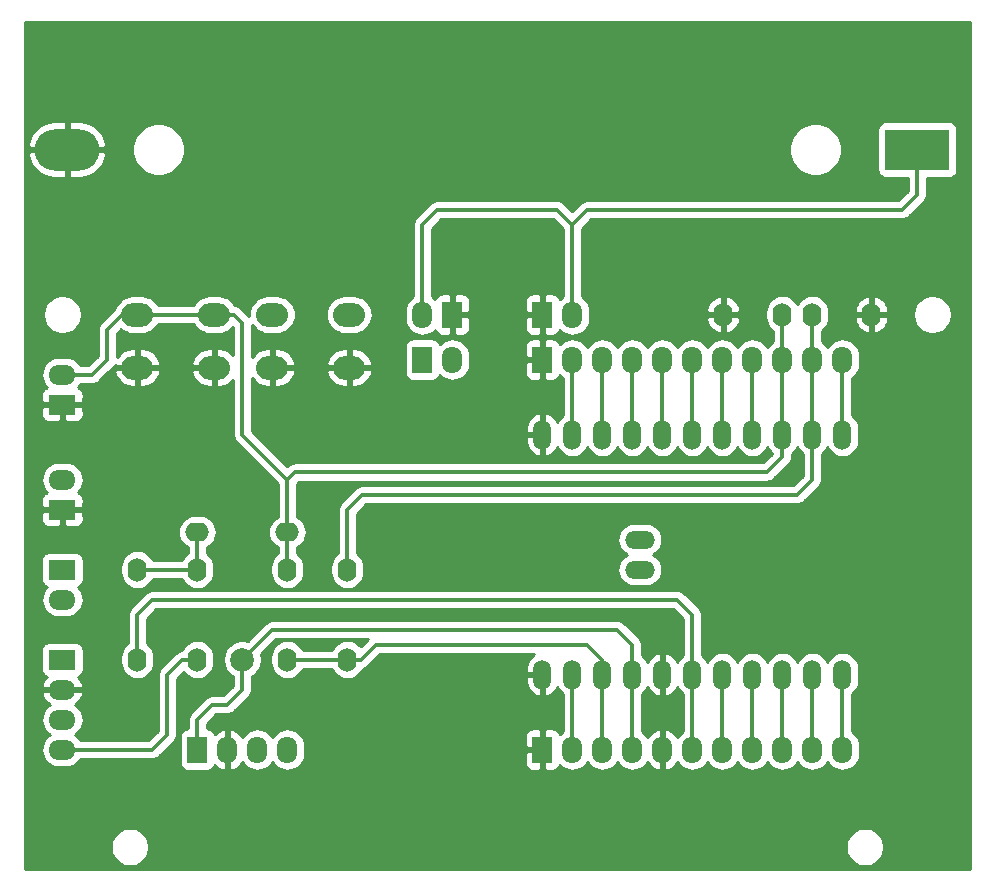
<source format=gbl>
G04 #@! TF.GenerationSoftware,KiCad,Pcbnew,(5.1.5)-3*
G04 #@! TF.CreationDate,2020-07-16T15:34:51+02:00*
G04 #@! TF.ProjectId,AdaptaddorCubeCellV2,41646170-7461-4646-946f-724375626543,1.0*
G04 #@! TF.SameCoordinates,Original*
G04 #@! TF.FileFunction,Copper,L2,Bot*
G04 #@! TF.FilePolarity,Positive*
%FSLAX46Y46*%
G04 Gerber Fmt 4.6, Leading zero omitted, Abs format (unit mm)*
G04 Created by KiCad (PCBNEW (5.1.5)-3) date 2020-07-16 15:34:51*
%MOMM*%
%LPD*%
G04 APERTURE LIST*
%ADD10R,5.500000X3.500000*%
%ADD11O,5.500000X3.500000*%
%ADD12R,1.700000X2.300000*%
%ADD13O,1.700000X2.300000*%
%ADD14R,2.300000X1.700000*%
%ADD15O,2.300000X1.700000*%
%ADD16O,1.600000X2.000000*%
%ADD17O,2.700000X2.000000*%
%ADD18O,2.524000X1.524000*%
%ADD19O,1.524000X2.524000*%
%ADD20O,2.000000X1.600000*%
%ADD21C,2.000000*%
%ADD22C,0.350000*%
%ADD23C,0.254000*%
G04 APERTURE END LIST*
D10*
X165100000Y-77470000D03*
D11*
X93100000Y-77470000D03*
D12*
X133350000Y-128270000D03*
D13*
X135890000Y-128270000D03*
X138430000Y-128270000D03*
X140970000Y-128270000D03*
X143510000Y-128270000D03*
X146050000Y-128270000D03*
X148590000Y-128270000D03*
X151130000Y-128270000D03*
X153670000Y-128270000D03*
X156210000Y-128270000D03*
X158750000Y-128270000D03*
D12*
X133350000Y-95250000D03*
D13*
X135890000Y-95250000D03*
X138430000Y-95250000D03*
X140970000Y-95250000D03*
X143510000Y-95250000D03*
X146050000Y-95250000D03*
X148590000Y-95250000D03*
X151130000Y-95250000D03*
X153670000Y-95250000D03*
X156210000Y-95250000D03*
X158750000Y-95250000D03*
D12*
X123190000Y-95250000D03*
D13*
X125730000Y-95250000D03*
D12*
X133350000Y-91440000D03*
D13*
X135890000Y-91440000D03*
D12*
X125730000Y-91440000D03*
D13*
X123190000Y-91440000D03*
D14*
X92710000Y-107950000D03*
D15*
X92710000Y-105410000D03*
D14*
X92710000Y-99060000D03*
D15*
X92710000Y-96520000D03*
D12*
X104140000Y-128270000D03*
D13*
X106680000Y-128270000D03*
X109220000Y-128270000D03*
X111760000Y-128270000D03*
D14*
X92710000Y-120650000D03*
D15*
X92710000Y-123190000D03*
X92710000Y-125730000D03*
X92710000Y-128270000D03*
D16*
X156210000Y-91440000D03*
X161210000Y-91440000D03*
X148670000Y-91440000D03*
X153670000Y-91440000D03*
X116840000Y-113030000D03*
X116840000Y-120650000D03*
X111760000Y-120650000D03*
X111760000Y-113030000D03*
X104140000Y-120650000D03*
X104140000Y-113030000D03*
X99060000Y-113030000D03*
X99060000Y-120650000D03*
D17*
X116990000Y-91440000D03*
X116990000Y-95940000D03*
X110490000Y-91440000D03*
X110490000Y-95940000D03*
X99060000Y-95940000D03*
X99060000Y-91440000D03*
X105560000Y-95940000D03*
X105560000Y-91440000D03*
D18*
X141605000Y-110490000D03*
X141605000Y-113030000D03*
D19*
X158750000Y-101600000D03*
X156210000Y-101600000D03*
X153670000Y-101600000D03*
X151130000Y-101600000D03*
X148590000Y-101600000D03*
X146050000Y-101600000D03*
X143510000Y-101600000D03*
X140970000Y-101600000D03*
X138430000Y-101600000D03*
X135890000Y-101600000D03*
X158750000Y-121920000D03*
X156210000Y-121920000D03*
X153670000Y-121920000D03*
X151130000Y-121920000D03*
X148590000Y-121920000D03*
X146050000Y-121920000D03*
X143510000Y-121920000D03*
X140970000Y-121920000D03*
X138430000Y-121920000D03*
X135890000Y-121920000D03*
X133350000Y-101600000D03*
X133350000Y-121920000D03*
D20*
X104140000Y-109855000D03*
X111760000Y-109855000D03*
D15*
X92710000Y-115570000D03*
D14*
X92710000Y-113030000D03*
D21*
X107950000Y-120650000D03*
D22*
X135890000Y-91440000D02*
X135890000Y-83820000D01*
X135890000Y-83820000D02*
X137160000Y-82550000D01*
X137160000Y-82550000D02*
X163830000Y-82550000D01*
X165100000Y-81280000D02*
X165100000Y-77470000D01*
X163830000Y-82550000D02*
X165100000Y-81280000D01*
X123190000Y-91440000D02*
X123190000Y-83820000D01*
X123190000Y-83820000D02*
X124460000Y-82550000D01*
X134620000Y-82550000D02*
X135890000Y-83820000D01*
X124460000Y-82550000D02*
X134620000Y-82550000D01*
X133350000Y-95250000D02*
X133350000Y-91440000D01*
X133350000Y-91440000D02*
X125730000Y-91440000D01*
X116990000Y-95940000D02*
X110490000Y-95940000D01*
X105560000Y-95940000D02*
X99060000Y-95940000D01*
X92710000Y-99060000D02*
X97790000Y-99060000D01*
X99060000Y-97790000D02*
X99060000Y-95940000D01*
X97790000Y-99060000D02*
X99060000Y-97790000D01*
X133350000Y-95250000D02*
X133350000Y-101600000D01*
X133350000Y-121920000D02*
X133350000Y-128270000D01*
X143510000Y-121920000D02*
X143510000Y-128270000D01*
X156210000Y-91440000D02*
X156210000Y-95250000D01*
X116840000Y-107950000D02*
X116840000Y-113030000D01*
X118110000Y-106680000D02*
X116840000Y-107950000D01*
X154940000Y-106680000D02*
X118110000Y-106680000D01*
X156210000Y-95250000D02*
X156210000Y-105410000D01*
X156210000Y-105410000D02*
X154940000Y-106680000D01*
X158750000Y-121920000D02*
X158750000Y-128270000D01*
X156210000Y-121920000D02*
X156210000Y-128270000D01*
X153670000Y-121920000D02*
X153670000Y-128270000D01*
X151130000Y-121920000D02*
X151130000Y-128270000D01*
X148590000Y-128270000D02*
X148590000Y-121920000D01*
X102870000Y-120650000D02*
X104140000Y-120650000D01*
X101600000Y-121920000D02*
X102870000Y-120650000D01*
X92710000Y-128270000D02*
X100330000Y-128270000D01*
X101600000Y-127000000D02*
X101600000Y-121920000D01*
X100330000Y-128270000D02*
X101600000Y-127000000D01*
X99060000Y-120450000D02*
X99060000Y-120650000D01*
X99060000Y-116840000D02*
X99060000Y-120650000D01*
X100330000Y-115570000D02*
X99060000Y-116840000D01*
X144780000Y-115570000D02*
X100330000Y-115570000D01*
X146050000Y-128270000D02*
X146050000Y-116840000D01*
X146050000Y-116840000D02*
X144780000Y-115570000D01*
X107950000Y-120650000D02*
X107950000Y-120650000D01*
X99060000Y-113030000D02*
X104140000Y-113030000D01*
X104140000Y-125730000D02*
X104140000Y-128270000D01*
X106680000Y-124460000D02*
X105410000Y-124460000D01*
X107950000Y-120650000D02*
X107950000Y-123190000D01*
X105410000Y-124460000D02*
X104140000Y-125730000D01*
X107950000Y-123190000D02*
X106680000Y-124460000D01*
X109220000Y-119380000D02*
X107950000Y-120650000D01*
X110490000Y-118110000D02*
X109220000Y-119380000D01*
X139700000Y-118110000D02*
X110490000Y-118110000D01*
X140970000Y-128270000D02*
X140970000Y-119380000D01*
X140970000Y-119380000D02*
X139700000Y-118110000D01*
X104140000Y-109855000D02*
X104140000Y-113030000D01*
X116840000Y-120650000D02*
X111760000Y-120650000D01*
X138430000Y-121920000D02*
X138430000Y-128270000D01*
X138430000Y-121920000D02*
X138430000Y-120650000D01*
X138430000Y-120650000D02*
X137160000Y-119380000D01*
X117990000Y-120650000D02*
X116840000Y-120650000D01*
X119260000Y-119380000D02*
X117990000Y-120650000D01*
X137160000Y-119380000D02*
X119260000Y-119380000D01*
X135890000Y-121920000D02*
X135890000Y-128270000D01*
X135890000Y-101600000D02*
X135890000Y-95250000D01*
X138430000Y-101600000D02*
X138430000Y-95250000D01*
X140970000Y-101600000D02*
X140970000Y-95250000D01*
X143510000Y-101600000D02*
X143510000Y-95250000D01*
X146050000Y-101600000D02*
X146050000Y-95250000D01*
X148590000Y-101600000D02*
X148590000Y-95250000D01*
X151130000Y-101600000D02*
X151130000Y-95250000D01*
X153670000Y-91440000D02*
X153670000Y-95250000D01*
X107260000Y-91440000D02*
X107950000Y-92130000D01*
X105560000Y-91440000D02*
X107260000Y-91440000D01*
X107950000Y-92130000D02*
X107950000Y-101600000D01*
X107950000Y-101600000D02*
X111760000Y-105410000D01*
X111760000Y-113030000D02*
X111760000Y-105410000D01*
X92710000Y-96520000D02*
X95250000Y-96520000D01*
X95250000Y-96520000D02*
X96520000Y-95250000D01*
X96520000Y-95250000D02*
X96520000Y-92710000D01*
X96520000Y-92710000D02*
X97790000Y-91440000D01*
X97790000Y-91440000D02*
X99060000Y-91440000D01*
X99060000Y-91440000D02*
X105560000Y-91440000D01*
X153670000Y-101600000D02*
X153670000Y-95250000D01*
X153670000Y-103505000D02*
X153670000Y-101600000D01*
X111760000Y-105410000D02*
X112395000Y-104775000D01*
X152400000Y-104775000D02*
X153670000Y-103505000D01*
X112395000Y-104775000D02*
X152400000Y-104775000D01*
X158750000Y-101600000D02*
X158750000Y-95250000D01*
D23*
G36*
X169520001Y-138405000D02*
G01*
X89560000Y-138405000D01*
X89560000Y-136363967D01*
X96790000Y-136363967D01*
X96790000Y-136686033D01*
X96852832Y-137001912D01*
X96976082Y-137299463D01*
X97155013Y-137567252D01*
X97382748Y-137794987D01*
X97650537Y-137973918D01*
X97948088Y-138097168D01*
X98263967Y-138160000D01*
X98586033Y-138160000D01*
X98901912Y-138097168D01*
X99199463Y-137973918D01*
X99467252Y-137794987D01*
X99694987Y-137567252D01*
X99873918Y-137299463D01*
X99997168Y-137001912D01*
X100060000Y-136686033D01*
X100060000Y-136363967D01*
X159020000Y-136363967D01*
X159020000Y-136686033D01*
X159082832Y-137001912D01*
X159206082Y-137299463D01*
X159385013Y-137567252D01*
X159612748Y-137794987D01*
X159880537Y-137973918D01*
X160178088Y-138097168D01*
X160493967Y-138160000D01*
X160816033Y-138160000D01*
X161131912Y-138097168D01*
X161429463Y-137973918D01*
X161697252Y-137794987D01*
X161924987Y-137567252D01*
X162103918Y-137299463D01*
X162227168Y-137001912D01*
X162290000Y-136686033D01*
X162290000Y-136363967D01*
X162227168Y-136048088D01*
X162103918Y-135750537D01*
X161924987Y-135482748D01*
X161697252Y-135255013D01*
X161429463Y-135076082D01*
X161131912Y-134952832D01*
X160816033Y-134890000D01*
X160493967Y-134890000D01*
X160178088Y-134952832D01*
X159880537Y-135076082D01*
X159612748Y-135255013D01*
X159385013Y-135482748D01*
X159206082Y-135750537D01*
X159082832Y-136048088D01*
X159020000Y-136363967D01*
X100060000Y-136363967D01*
X99997168Y-136048088D01*
X99873918Y-135750537D01*
X99694987Y-135482748D01*
X99467252Y-135255013D01*
X99199463Y-135076082D01*
X98901912Y-134952832D01*
X98586033Y-134890000D01*
X98263967Y-134890000D01*
X97948088Y-134952832D01*
X97650537Y-135076082D01*
X97382748Y-135255013D01*
X97155013Y-135482748D01*
X96976082Y-135750537D01*
X96852832Y-136048088D01*
X96790000Y-136363967D01*
X89560000Y-136363967D01*
X89560000Y-125730000D01*
X90917815Y-125730000D01*
X90946487Y-126021111D01*
X91031401Y-126301034D01*
X91169294Y-126559014D01*
X91354866Y-126785134D01*
X91580986Y-126970706D01*
X91635791Y-127000000D01*
X91580986Y-127029294D01*
X91354866Y-127214866D01*
X91169294Y-127440986D01*
X91031401Y-127698966D01*
X90946487Y-127978889D01*
X90917815Y-128270000D01*
X90946487Y-128561111D01*
X91031401Y-128841034D01*
X91169294Y-129099014D01*
X91354866Y-129325134D01*
X91580986Y-129510706D01*
X91838966Y-129648599D01*
X92118889Y-129733513D01*
X92337050Y-129755000D01*
X93082950Y-129755000D01*
X93301111Y-129733513D01*
X93581034Y-129648599D01*
X93839014Y-129510706D01*
X94065134Y-129325134D01*
X94250706Y-129099014D01*
X94260869Y-129080000D01*
X100290212Y-129080000D01*
X100330000Y-129083919D01*
X100369788Y-129080000D01*
X100369791Y-129080000D01*
X100488788Y-129068280D01*
X100641473Y-129021963D01*
X100782189Y-128946749D01*
X100905528Y-128845528D01*
X100930899Y-128814613D01*
X102144619Y-127600894D01*
X102175528Y-127575528D01*
X102231119Y-127507790D01*
X102276749Y-127452190D01*
X102351962Y-127311474D01*
X102351963Y-127311473D01*
X102398280Y-127158788D01*
X102402100Y-127120000D01*
X102651928Y-127120000D01*
X102651928Y-129420000D01*
X102664188Y-129544482D01*
X102700498Y-129664180D01*
X102759463Y-129774494D01*
X102838815Y-129871185D01*
X102935506Y-129950537D01*
X103045820Y-130009502D01*
X103165518Y-130045812D01*
X103290000Y-130058072D01*
X104990000Y-130058072D01*
X105114482Y-130045812D01*
X105234180Y-130009502D01*
X105344494Y-129950537D01*
X105441185Y-129871185D01*
X105520537Y-129774494D01*
X105579502Y-129664180D01*
X105602225Y-129589272D01*
X105719748Y-129709857D01*
X105960574Y-129875291D01*
X106229047Y-129990563D01*
X106323110Y-130011476D01*
X106553000Y-129890155D01*
X106553000Y-128397000D01*
X106533000Y-128397000D01*
X106533000Y-128143000D01*
X106553000Y-128143000D01*
X106553000Y-126649845D01*
X106807000Y-126649845D01*
X106807000Y-128143000D01*
X106827000Y-128143000D01*
X106827000Y-128397000D01*
X106807000Y-128397000D01*
X106807000Y-129890155D01*
X107036890Y-130011476D01*
X107130953Y-129990563D01*
X107399426Y-129875291D01*
X107640252Y-129709857D01*
X107844176Y-129500619D01*
X107948105Y-129340663D01*
X107979294Y-129399014D01*
X108164866Y-129625134D01*
X108390987Y-129810706D01*
X108648967Y-129948599D01*
X108928890Y-130033513D01*
X109220000Y-130062185D01*
X109511111Y-130033513D01*
X109791034Y-129948599D01*
X110049014Y-129810706D01*
X110275134Y-129625134D01*
X110460706Y-129399014D01*
X110490000Y-129344209D01*
X110519294Y-129399014D01*
X110704866Y-129625134D01*
X110930987Y-129810706D01*
X111188967Y-129948599D01*
X111468890Y-130033513D01*
X111760000Y-130062185D01*
X112051111Y-130033513D01*
X112331034Y-129948599D01*
X112589014Y-129810706D01*
X112815134Y-129625134D01*
X112983483Y-129420000D01*
X131861928Y-129420000D01*
X131874188Y-129544482D01*
X131910498Y-129664180D01*
X131969463Y-129774494D01*
X132048815Y-129871185D01*
X132145506Y-129950537D01*
X132255820Y-130009502D01*
X132375518Y-130045812D01*
X132500000Y-130058072D01*
X133064250Y-130055000D01*
X133223000Y-129896250D01*
X133223000Y-128397000D01*
X132023750Y-128397000D01*
X131865000Y-128555750D01*
X131861928Y-129420000D01*
X112983483Y-129420000D01*
X113000706Y-129399014D01*
X113138599Y-129141034D01*
X113223513Y-128861110D01*
X113245000Y-128642949D01*
X113245000Y-127897050D01*
X113223513Y-127678889D01*
X113138599Y-127398966D01*
X113000706Y-127140986D01*
X112983484Y-127120000D01*
X131861928Y-127120000D01*
X131865000Y-127984250D01*
X132023750Y-128143000D01*
X133223000Y-128143000D01*
X133223000Y-126643750D01*
X133064250Y-126485000D01*
X132500000Y-126481928D01*
X132375518Y-126494188D01*
X132255820Y-126530498D01*
X132145506Y-126589463D01*
X132048815Y-126668815D01*
X131969463Y-126765506D01*
X131910498Y-126875820D01*
X131874188Y-126995518D01*
X131861928Y-127120000D01*
X112983484Y-127120000D01*
X112815134Y-126914866D01*
X112589013Y-126729294D01*
X112331033Y-126591401D01*
X112051110Y-126506487D01*
X111760000Y-126477815D01*
X111468889Y-126506487D01*
X111188966Y-126591401D01*
X110930986Y-126729294D01*
X110704866Y-126914866D01*
X110519294Y-127140987D01*
X110490000Y-127195792D01*
X110460706Y-127140986D01*
X110275134Y-126914866D01*
X110049013Y-126729294D01*
X109791033Y-126591401D01*
X109511110Y-126506487D01*
X109220000Y-126477815D01*
X108928889Y-126506487D01*
X108648966Y-126591401D01*
X108390986Y-126729294D01*
X108164866Y-126914866D01*
X107979294Y-127140987D01*
X107948105Y-127199338D01*
X107844176Y-127039381D01*
X107640252Y-126830143D01*
X107399426Y-126664709D01*
X107130953Y-126549437D01*
X107036890Y-126528524D01*
X106807000Y-126649845D01*
X106553000Y-126649845D01*
X106323110Y-126528524D01*
X106229047Y-126549437D01*
X105960574Y-126664709D01*
X105719748Y-126830143D01*
X105602225Y-126950728D01*
X105579502Y-126875820D01*
X105520537Y-126765506D01*
X105441185Y-126668815D01*
X105344494Y-126589463D01*
X105234180Y-126530498D01*
X105114482Y-126494188D01*
X104990000Y-126481928D01*
X104950000Y-126481928D01*
X104950000Y-126065512D01*
X105745513Y-125270000D01*
X106640212Y-125270000D01*
X106680000Y-125273919D01*
X106719788Y-125270000D01*
X106719791Y-125270000D01*
X106838788Y-125258280D01*
X106991473Y-125211963D01*
X107132189Y-125136749D01*
X107255528Y-125035528D01*
X107280899Y-125004613D01*
X108494618Y-123790895D01*
X108525528Y-123765528D01*
X108610720Y-123661721D01*
X108626749Y-123642190D01*
X108701962Y-123501474D01*
X108701963Y-123501473D01*
X108748280Y-123348788D01*
X108760000Y-123229791D01*
X108760000Y-123229789D01*
X108763919Y-123190001D01*
X108760000Y-123150213D01*
X108760000Y-122075173D01*
X108992252Y-121919987D01*
X109219987Y-121692252D01*
X109398918Y-121424463D01*
X109522168Y-121126912D01*
X109585000Y-120811033D01*
X109585000Y-120488967D01*
X109530506Y-120215007D01*
X109820892Y-119924621D01*
X109820896Y-119924616D01*
X110825513Y-118920000D01*
X118574487Y-118920000D01*
X117951782Y-119542706D01*
X117859608Y-119430392D01*
X117641101Y-119251068D01*
X117391808Y-119117818D01*
X117121309Y-119035764D01*
X116840000Y-119008057D01*
X116558692Y-119035764D01*
X116288193Y-119117818D01*
X116038900Y-119251068D01*
X115820393Y-119430392D01*
X115641068Y-119648899D01*
X115538922Y-119840000D01*
X113061077Y-119840000D01*
X112958932Y-119648899D01*
X112779608Y-119430392D01*
X112561101Y-119251068D01*
X112311808Y-119117818D01*
X112041309Y-119035764D01*
X111760000Y-119008057D01*
X111478692Y-119035764D01*
X111208193Y-119117818D01*
X110958900Y-119251068D01*
X110740393Y-119430392D01*
X110561068Y-119648899D01*
X110427818Y-119898192D01*
X110345764Y-120168691D01*
X110325000Y-120379508D01*
X110325000Y-120920491D01*
X110345764Y-121131308D01*
X110427818Y-121401807D01*
X110561068Y-121651100D01*
X110740392Y-121869607D01*
X110958899Y-122048932D01*
X111208192Y-122182182D01*
X111478691Y-122264236D01*
X111760000Y-122291943D01*
X112041308Y-122264236D01*
X112311807Y-122182182D01*
X112561100Y-122048932D01*
X112779607Y-121869608D01*
X112958932Y-121651101D01*
X113061078Y-121460000D01*
X115538923Y-121460000D01*
X115641068Y-121651100D01*
X115820392Y-121869607D01*
X116038899Y-122048932D01*
X116288192Y-122182182D01*
X116558691Y-122264236D01*
X116840000Y-122291943D01*
X117121308Y-122264236D01*
X117391807Y-122182182D01*
X117641100Y-122048932D01*
X117643454Y-122047000D01*
X131953000Y-122047000D01*
X131953000Y-122547000D01*
X132004619Y-122817101D01*
X132107941Y-123071942D01*
X132258994Y-123301729D01*
X132451974Y-123497632D01*
X132679465Y-123652122D01*
X132932724Y-123759262D01*
X133006930Y-123774220D01*
X133223000Y-123651720D01*
X133223000Y-122047000D01*
X131953000Y-122047000D01*
X117643454Y-122047000D01*
X117859607Y-121869608D01*
X118038932Y-121651101D01*
X118147262Y-121448430D01*
X118148788Y-121448280D01*
X118301473Y-121401963D01*
X118442189Y-121326749D01*
X118565528Y-121225528D01*
X118590899Y-121194613D01*
X119595513Y-120190000D01*
X132676340Y-120190000D01*
X132451974Y-120342368D01*
X132258994Y-120538271D01*
X132107941Y-120768058D01*
X132004619Y-121022899D01*
X131953000Y-121293000D01*
X131953000Y-121793000D01*
X133223000Y-121793000D01*
X133223000Y-121773000D01*
X133477000Y-121773000D01*
X133477000Y-121793000D01*
X133497000Y-121793000D01*
X133497000Y-122047000D01*
X133477000Y-122047000D01*
X133477000Y-123651720D01*
X133693070Y-123774220D01*
X133767276Y-123759262D01*
X134020535Y-123652122D01*
X134248026Y-123497632D01*
X134441006Y-123301729D01*
X134592059Y-123071942D01*
X134618962Y-123005587D01*
X134722817Y-123199887D01*
X134897393Y-123412608D01*
X135080000Y-123562469D01*
X135080001Y-126719130D01*
X135060986Y-126729294D01*
X134834866Y-126914866D01*
X134810393Y-126944687D01*
X134789502Y-126875820D01*
X134730537Y-126765506D01*
X134651185Y-126668815D01*
X134554494Y-126589463D01*
X134444180Y-126530498D01*
X134324482Y-126494188D01*
X134200000Y-126481928D01*
X133635750Y-126485000D01*
X133477000Y-126643750D01*
X133477000Y-128143000D01*
X133497000Y-128143000D01*
X133497000Y-128397000D01*
X133477000Y-128397000D01*
X133477000Y-129896250D01*
X133635750Y-130055000D01*
X134200000Y-130058072D01*
X134324482Y-130045812D01*
X134444180Y-130009502D01*
X134554494Y-129950537D01*
X134651185Y-129871185D01*
X134730537Y-129774494D01*
X134789502Y-129664180D01*
X134810393Y-129595313D01*
X134834866Y-129625134D01*
X135060987Y-129810706D01*
X135318967Y-129948599D01*
X135598890Y-130033513D01*
X135890000Y-130062185D01*
X136181111Y-130033513D01*
X136461034Y-129948599D01*
X136719014Y-129810706D01*
X136945134Y-129625134D01*
X137130706Y-129399014D01*
X137160000Y-129344209D01*
X137189294Y-129399014D01*
X137374866Y-129625134D01*
X137600987Y-129810706D01*
X137858967Y-129948599D01*
X138138890Y-130033513D01*
X138430000Y-130062185D01*
X138721111Y-130033513D01*
X139001034Y-129948599D01*
X139259014Y-129810706D01*
X139485134Y-129625134D01*
X139670706Y-129399014D01*
X139700000Y-129344209D01*
X139729294Y-129399014D01*
X139914866Y-129625134D01*
X140140987Y-129810706D01*
X140398967Y-129948599D01*
X140678890Y-130033513D01*
X140970000Y-130062185D01*
X141261111Y-130033513D01*
X141541034Y-129948599D01*
X141799014Y-129810706D01*
X142025134Y-129625134D01*
X142210706Y-129399014D01*
X142241895Y-129340663D01*
X142345824Y-129500619D01*
X142549748Y-129709857D01*
X142790574Y-129875291D01*
X143059047Y-129990563D01*
X143153110Y-130011476D01*
X143383000Y-129890155D01*
X143383000Y-128397000D01*
X143363000Y-128397000D01*
X143363000Y-128143000D01*
X143383000Y-128143000D01*
X143383000Y-126649845D01*
X143153110Y-126528524D01*
X143059047Y-126549437D01*
X142790574Y-126664709D01*
X142549748Y-126830143D01*
X142345824Y-127039381D01*
X142241895Y-127199337D01*
X142210706Y-127140986D01*
X142025134Y-126914866D01*
X141799013Y-126729294D01*
X141780000Y-126719131D01*
X141780000Y-123562470D01*
X141962608Y-123412608D01*
X142137183Y-123199887D01*
X142241038Y-123005587D01*
X142267941Y-123071942D01*
X142418994Y-123301729D01*
X142611974Y-123497632D01*
X142839465Y-123652122D01*
X143092724Y-123759262D01*
X143166930Y-123774220D01*
X143383000Y-123651720D01*
X143383000Y-122047000D01*
X143363000Y-122047000D01*
X143363000Y-121793000D01*
X143383000Y-121793000D01*
X143383000Y-120188280D01*
X143166930Y-120065780D01*
X143092724Y-120080738D01*
X142839465Y-120187878D01*
X142611974Y-120342368D01*
X142418994Y-120538271D01*
X142267941Y-120768058D01*
X142241038Y-120834413D01*
X142137183Y-120640113D01*
X141962607Y-120427392D01*
X141780000Y-120277531D01*
X141780000Y-119419787D01*
X141783919Y-119379999D01*
X141773032Y-119269463D01*
X141768280Y-119221212D01*
X141721963Y-119068527D01*
X141646750Y-118927812D01*
X141646749Y-118927810D01*
X141570893Y-118835380D01*
X141545528Y-118804472D01*
X141514618Y-118779105D01*
X140300899Y-117565387D01*
X140275528Y-117534472D01*
X140152189Y-117433251D01*
X140011473Y-117358037D01*
X139858788Y-117311720D01*
X139739791Y-117300000D01*
X139739788Y-117300000D01*
X139700000Y-117296081D01*
X139660212Y-117300000D01*
X110529787Y-117300000D01*
X110489999Y-117296081D01*
X110450211Y-117300000D01*
X110450209Y-117300000D01*
X110331212Y-117311720D01*
X110178527Y-117358037D01*
X110113024Y-117393049D01*
X110037810Y-117433251D01*
X110028500Y-117440892D01*
X109914472Y-117534472D01*
X109889105Y-117565382D01*
X108675384Y-118779104D01*
X108675379Y-118779108D01*
X108384993Y-119069494D01*
X108111033Y-119015000D01*
X107788967Y-119015000D01*
X107473088Y-119077832D01*
X107175537Y-119201082D01*
X106907748Y-119380013D01*
X106680013Y-119607748D01*
X106501082Y-119875537D01*
X106377832Y-120173088D01*
X106315000Y-120488967D01*
X106315000Y-120811033D01*
X106377832Y-121126912D01*
X106501082Y-121424463D01*
X106680013Y-121692252D01*
X106907748Y-121919987D01*
X107140001Y-122075173D01*
X107140001Y-122854486D01*
X106344488Y-123650000D01*
X105449787Y-123650000D01*
X105409999Y-123646081D01*
X105370211Y-123650000D01*
X105370209Y-123650000D01*
X105251212Y-123661720D01*
X105098527Y-123708037D01*
X105048792Y-123734621D01*
X104957810Y-123783251D01*
X104902210Y-123828881D01*
X104834472Y-123884472D01*
X104809107Y-123915380D01*
X103595387Y-125129101D01*
X103564472Y-125154472D01*
X103494703Y-125239487D01*
X103463251Y-125277811D01*
X103423049Y-125353025D01*
X103388037Y-125418528D01*
X103341720Y-125571213D01*
X103330000Y-125690209D01*
X103326081Y-125730000D01*
X103330000Y-125769788D01*
X103330000Y-126481928D01*
X103290000Y-126481928D01*
X103165518Y-126494188D01*
X103045820Y-126530498D01*
X102935506Y-126589463D01*
X102838815Y-126668815D01*
X102759463Y-126765506D01*
X102700498Y-126875820D01*
X102664188Y-126995518D01*
X102651928Y-127120000D01*
X102402100Y-127120000D01*
X102410000Y-127039791D01*
X102410000Y-127039789D01*
X102413919Y-127000001D01*
X102410000Y-126960213D01*
X102410000Y-122255512D01*
X102974128Y-121691385D01*
X103120393Y-121869608D01*
X103338900Y-122048932D01*
X103588193Y-122182182D01*
X103858692Y-122264236D01*
X104140000Y-122291943D01*
X104421309Y-122264236D01*
X104691808Y-122182182D01*
X104941101Y-122048932D01*
X105159608Y-121869608D01*
X105338932Y-121651101D01*
X105472182Y-121401807D01*
X105554236Y-121131308D01*
X105575000Y-120920491D01*
X105575000Y-120379508D01*
X105554236Y-120168691D01*
X105472182Y-119898192D01*
X105338932Y-119648899D01*
X105159607Y-119430392D01*
X104941100Y-119251068D01*
X104691807Y-119117818D01*
X104421308Y-119035764D01*
X104140000Y-119008057D01*
X103858691Y-119035764D01*
X103588192Y-119117818D01*
X103338899Y-119251068D01*
X103120392Y-119430393D01*
X102941068Y-119648900D01*
X102839407Y-119839094D01*
X102830211Y-119840000D01*
X102830209Y-119840000D01*
X102711212Y-119851720D01*
X102558527Y-119898037D01*
X102508794Y-119924620D01*
X102417810Y-119973251D01*
X102408500Y-119980892D01*
X102294472Y-120074472D01*
X102269107Y-120105380D01*
X101055383Y-121319105D01*
X101024473Y-121344472D01*
X100999108Y-121375380D01*
X100923251Y-121467811D01*
X100848038Y-121608527D01*
X100802602Y-121758310D01*
X100801721Y-121761213D01*
X100786081Y-121920000D01*
X100790001Y-121959798D01*
X100790000Y-126664487D01*
X99994488Y-127460000D01*
X94260869Y-127460000D01*
X94250706Y-127440986D01*
X94065134Y-127214866D01*
X93839014Y-127029294D01*
X93784209Y-127000000D01*
X93839014Y-126970706D01*
X94065134Y-126785134D01*
X94250706Y-126559014D01*
X94388599Y-126301034D01*
X94473513Y-126021111D01*
X94502185Y-125730000D01*
X94473513Y-125438889D01*
X94388599Y-125158966D01*
X94250706Y-124900986D01*
X94065134Y-124674866D01*
X93839014Y-124489294D01*
X93780663Y-124458105D01*
X93940619Y-124354176D01*
X94149857Y-124150252D01*
X94315291Y-123909426D01*
X94430563Y-123640953D01*
X94451476Y-123546890D01*
X94330155Y-123317000D01*
X92837000Y-123317000D01*
X92837000Y-123337000D01*
X92583000Y-123337000D01*
X92583000Y-123317000D01*
X91089845Y-123317000D01*
X90968524Y-123546890D01*
X90989437Y-123640953D01*
X91104709Y-123909426D01*
X91270143Y-124150252D01*
X91479381Y-124354176D01*
X91639337Y-124458105D01*
X91580986Y-124489294D01*
X91354866Y-124674866D01*
X91169294Y-124900986D01*
X91031401Y-125158966D01*
X90946487Y-125438889D01*
X90917815Y-125730000D01*
X89560000Y-125730000D01*
X89560000Y-119800000D01*
X90921928Y-119800000D01*
X90921928Y-121500000D01*
X90934188Y-121624482D01*
X90970498Y-121744180D01*
X91029463Y-121854494D01*
X91108815Y-121951185D01*
X91205506Y-122030537D01*
X91315820Y-122089502D01*
X91390728Y-122112225D01*
X91270143Y-122229748D01*
X91104709Y-122470574D01*
X90989437Y-122739047D01*
X90968524Y-122833110D01*
X91089845Y-123063000D01*
X92583000Y-123063000D01*
X92583000Y-123043000D01*
X92837000Y-123043000D01*
X92837000Y-123063000D01*
X94330155Y-123063000D01*
X94451476Y-122833110D01*
X94430563Y-122739047D01*
X94315291Y-122470574D01*
X94149857Y-122229748D01*
X94029272Y-122112225D01*
X94104180Y-122089502D01*
X94214494Y-122030537D01*
X94311185Y-121951185D01*
X94390537Y-121854494D01*
X94449502Y-121744180D01*
X94485812Y-121624482D01*
X94498072Y-121500000D01*
X94498072Y-120379509D01*
X97625000Y-120379509D01*
X97625000Y-120920492D01*
X97645764Y-121131309D01*
X97727818Y-121401808D01*
X97861068Y-121651101D01*
X98040393Y-121869608D01*
X98258900Y-122048932D01*
X98508193Y-122182182D01*
X98778692Y-122264236D01*
X99060000Y-122291943D01*
X99341309Y-122264236D01*
X99611808Y-122182182D01*
X99861101Y-122048932D01*
X100079608Y-121869608D01*
X100258932Y-121651101D01*
X100392182Y-121401807D01*
X100474236Y-121131308D01*
X100495000Y-120920491D01*
X100495000Y-120379508D01*
X100474236Y-120168691D01*
X100392182Y-119898192D01*
X100258932Y-119648899D01*
X100079607Y-119430392D01*
X99870000Y-119258372D01*
X99870000Y-117175512D01*
X100665513Y-116380000D01*
X144444488Y-116380000D01*
X145240001Y-117175514D01*
X145240001Y-120277530D01*
X145057392Y-120427393D01*
X144882817Y-120640114D01*
X144778962Y-120834414D01*
X144752059Y-120768058D01*
X144601006Y-120538271D01*
X144408026Y-120342368D01*
X144180535Y-120187878D01*
X143927276Y-120080738D01*
X143853070Y-120065780D01*
X143637000Y-120188280D01*
X143637000Y-121793000D01*
X143657000Y-121793000D01*
X143657000Y-122047000D01*
X143637000Y-122047000D01*
X143637000Y-123651720D01*
X143853070Y-123774220D01*
X143927276Y-123759262D01*
X144180535Y-123652122D01*
X144408026Y-123497632D01*
X144601006Y-123301729D01*
X144752059Y-123071942D01*
X144778962Y-123005587D01*
X144882817Y-123199887D01*
X145057393Y-123412608D01*
X145240000Y-123562470D01*
X145240000Y-126719131D01*
X145220986Y-126729294D01*
X144994866Y-126914866D01*
X144809294Y-127140987D01*
X144778105Y-127199338D01*
X144674176Y-127039381D01*
X144470252Y-126830143D01*
X144229426Y-126664709D01*
X143960953Y-126549437D01*
X143866890Y-126528524D01*
X143637000Y-126649845D01*
X143637000Y-128143000D01*
X143657000Y-128143000D01*
X143657000Y-128397000D01*
X143637000Y-128397000D01*
X143637000Y-129890155D01*
X143866890Y-130011476D01*
X143960953Y-129990563D01*
X144229426Y-129875291D01*
X144470252Y-129709857D01*
X144674176Y-129500619D01*
X144778105Y-129340663D01*
X144809294Y-129399014D01*
X144994866Y-129625134D01*
X145220987Y-129810706D01*
X145478967Y-129948599D01*
X145758890Y-130033513D01*
X146050000Y-130062185D01*
X146341111Y-130033513D01*
X146621034Y-129948599D01*
X146879014Y-129810706D01*
X147105134Y-129625134D01*
X147290706Y-129399014D01*
X147320000Y-129344209D01*
X147349294Y-129399014D01*
X147534866Y-129625134D01*
X147760987Y-129810706D01*
X148018967Y-129948599D01*
X148298890Y-130033513D01*
X148590000Y-130062185D01*
X148881111Y-130033513D01*
X149161034Y-129948599D01*
X149419014Y-129810706D01*
X149645134Y-129625134D01*
X149830706Y-129399014D01*
X149860000Y-129344209D01*
X149889294Y-129399014D01*
X150074866Y-129625134D01*
X150300987Y-129810706D01*
X150558967Y-129948599D01*
X150838890Y-130033513D01*
X151130000Y-130062185D01*
X151421111Y-130033513D01*
X151701034Y-129948599D01*
X151959014Y-129810706D01*
X152185134Y-129625134D01*
X152370706Y-129399014D01*
X152400000Y-129344209D01*
X152429294Y-129399014D01*
X152614866Y-129625134D01*
X152840987Y-129810706D01*
X153098967Y-129948599D01*
X153378890Y-130033513D01*
X153670000Y-130062185D01*
X153961111Y-130033513D01*
X154241034Y-129948599D01*
X154499014Y-129810706D01*
X154725134Y-129625134D01*
X154910706Y-129399014D01*
X154940000Y-129344209D01*
X154969294Y-129399014D01*
X155154866Y-129625134D01*
X155380987Y-129810706D01*
X155638967Y-129948599D01*
X155918890Y-130033513D01*
X156210000Y-130062185D01*
X156501111Y-130033513D01*
X156781034Y-129948599D01*
X157039014Y-129810706D01*
X157265134Y-129625134D01*
X157450706Y-129399014D01*
X157480000Y-129344209D01*
X157509294Y-129399014D01*
X157694866Y-129625134D01*
X157920987Y-129810706D01*
X158178967Y-129948599D01*
X158458890Y-130033513D01*
X158750000Y-130062185D01*
X159041111Y-130033513D01*
X159321034Y-129948599D01*
X159579014Y-129810706D01*
X159805134Y-129625134D01*
X159990706Y-129399014D01*
X160128599Y-129141034D01*
X160213513Y-128861110D01*
X160235000Y-128642949D01*
X160235000Y-127897050D01*
X160213513Y-127678889D01*
X160128599Y-127398966D01*
X159990706Y-127140986D01*
X159805134Y-126914866D01*
X159579013Y-126729294D01*
X159560000Y-126719131D01*
X159560000Y-123562470D01*
X159742608Y-123412608D01*
X159917183Y-123199887D01*
X160046904Y-122957195D01*
X160126786Y-122693860D01*
X160147000Y-122488625D01*
X160147000Y-121351375D01*
X160126786Y-121146140D01*
X160046904Y-120882805D01*
X159917183Y-120640113D01*
X159742607Y-120427392D01*
X159529886Y-120252817D01*
X159287194Y-120123096D01*
X159023859Y-120043214D01*
X158750000Y-120016241D01*
X158476140Y-120043214D01*
X158212805Y-120123096D01*
X157970113Y-120252817D01*
X157757392Y-120427393D01*
X157582817Y-120640114D01*
X157480000Y-120832471D01*
X157377183Y-120640113D01*
X157202607Y-120427392D01*
X156989886Y-120252817D01*
X156747194Y-120123096D01*
X156483859Y-120043214D01*
X156210000Y-120016241D01*
X155936140Y-120043214D01*
X155672805Y-120123096D01*
X155430113Y-120252817D01*
X155217392Y-120427393D01*
X155042817Y-120640114D01*
X154940000Y-120832471D01*
X154837183Y-120640113D01*
X154662607Y-120427392D01*
X154449886Y-120252817D01*
X154207194Y-120123096D01*
X153943859Y-120043214D01*
X153670000Y-120016241D01*
X153396140Y-120043214D01*
X153132805Y-120123096D01*
X152890113Y-120252817D01*
X152677392Y-120427393D01*
X152502817Y-120640114D01*
X152400000Y-120832471D01*
X152297183Y-120640113D01*
X152122607Y-120427392D01*
X151909886Y-120252817D01*
X151667194Y-120123096D01*
X151403859Y-120043214D01*
X151130000Y-120016241D01*
X150856140Y-120043214D01*
X150592805Y-120123096D01*
X150350113Y-120252817D01*
X150137392Y-120427393D01*
X149962817Y-120640114D01*
X149860000Y-120832471D01*
X149757183Y-120640113D01*
X149582607Y-120427392D01*
X149369886Y-120252817D01*
X149127194Y-120123096D01*
X148863859Y-120043214D01*
X148590000Y-120016241D01*
X148316140Y-120043214D01*
X148052805Y-120123096D01*
X147810113Y-120252817D01*
X147597392Y-120427393D01*
X147422817Y-120640114D01*
X147320000Y-120832471D01*
X147217183Y-120640113D01*
X147042607Y-120427392D01*
X146860000Y-120277531D01*
X146860000Y-116879787D01*
X146863919Y-116839999D01*
X146860000Y-116800209D01*
X146848280Y-116681212D01*
X146801963Y-116528527D01*
X146766951Y-116463024D01*
X146726749Y-116387810D01*
X146650893Y-116295380D01*
X146625528Y-116264472D01*
X146594618Y-116239105D01*
X145380899Y-115025387D01*
X145355528Y-114994472D01*
X145232189Y-114893251D01*
X145091473Y-114818037D01*
X144938788Y-114771720D01*
X144819791Y-114760000D01*
X144819788Y-114760000D01*
X144780000Y-114756081D01*
X144740212Y-114760000D01*
X100369787Y-114760000D01*
X100329999Y-114756081D01*
X100290211Y-114760000D01*
X100290209Y-114760000D01*
X100171212Y-114771720D01*
X100018527Y-114818037D01*
X99953024Y-114853049D01*
X99877810Y-114893251D01*
X99822210Y-114938881D01*
X99754472Y-114994472D01*
X99729105Y-115025382D01*
X98515387Y-116239101D01*
X98484472Y-116264472D01*
X98414703Y-116349487D01*
X98383251Y-116387811D01*
X98377263Y-116399014D01*
X98308037Y-116528528D01*
X98261720Y-116681213D01*
X98250000Y-116800209D01*
X98246081Y-116840000D01*
X98250000Y-116879788D01*
X98250001Y-119258371D01*
X98040392Y-119430393D01*
X97861068Y-119648900D01*
X97727818Y-119898193D01*
X97645764Y-120168692D01*
X97625000Y-120379509D01*
X94498072Y-120379509D01*
X94498072Y-119800000D01*
X94485812Y-119675518D01*
X94449502Y-119555820D01*
X94390537Y-119445506D01*
X94311185Y-119348815D01*
X94214494Y-119269463D01*
X94104180Y-119210498D01*
X93984482Y-119174188D01*
X93860000Y-119161928D01*
X91560000Y-119161928D01*
X91435518Y-119174188D01*
X91315820Y-119210498D01*
X91205506Y-119269463D01*
X91108815Y-119348815D01*
X91029463Y-119445506D01*
X90970498Y-119555820D01*
X90934188Y-119675518D01*
X90921928Y-119800000D01*
X89560000Y-119800000D01*
X89560000Y-115570000D01*
X90917815Y-115570000D01*
X90946487Y-115861111D01*
X91031401Y-116141034D01*
X91169294Y-116399014D01*
X91354866Y-116625134D01*
X91580986Y-116810706D01*
X91838966Y-116948599D01*
X92118889Y-117033513D01*
X92337050Y-117055000D01*
X93082950Y-117055000D01*
X93301111Y-117033513D01*
X93581034Y-116948599D01*
X93839014Y-116810706D01*
X94065134Y-116625134D01*
X94250706Y-116399014D01*
X94388599Y-116141034D01*
X94473513Y-115861111D01*
X94502185Y-115570000D01*
X94473513Y-115278889D01*
X94388599Y-114998966D01*
X94250706Y-114740986D01*
X94065134Y-114514866D01*
X94035313Y-114490393D01*
X94104180Y-114469502D01*
X94214494Y-114410537D01*
X94311185Y-114331185D01*
X94390537Y-114234494D01*
X94449502Y-114124180D01*
X94485812Y-114004482D01*
X94498072Y-113880000D01*
X94498072Y-112759509D01*
X97625000Y-112759509D01*
X97625000Y-113300492D01*
X97645764Y-113511309D01*
X97727818Y-113781808D01*
X97861068Y-114031101D01*
X98040393Y-114249608D01*
X98258900Y-114428932D01*
X98508193Y-114562182D01*
X98778692Y-114644236D01*
X99060000Y-114671943D01*
X99341309Y-114644236D01*
X99611808Y-114562182D01*
X99861101Y-114428932D01*
X100079608Y-114249608D01*
X100258932Y-114031101D01*
X100361077Y-113840000D01*
X102838922Y-113840000D01*
X102941068Y-114031101D01*
X103120393Y-114249608D01*
X103338900Y-114428932D01*
X103588193Y-114562182D01*
X103858692Y-114644236D01*
X104140000Y-114671943D01*
X104421309Y-114644236D01*
X104691808Y-114562182D01*
X104941101Y-114428932D01*
X105159608Y-114249608D01*
X105338932Y-114031101D01*
X105472182Y-113781807D01*
X105554236Y-113511308D01*
X105575000Y-113300491D01*
X105575000Y-112759508D01*
X105554236Y-112548691D01*
X105472182Y-112278192D01*
X105338932Y-112028899D01*
X105159607Y-111810392D01*
X104950000Y-111638372D01*
X104950000Y-111156078D01*
X105141101Y-111053932D01*
X105359608Y-110874608D01*
X105538932Y-110656101D01*
X105672182Y-110406808D01*
X105754236Y-110136309D01*
X105781943Y-109855000D01*
X105754236Y-109573691D01*
X105672182Y-109303192D01*
X105538932Y-109053899D01*
X105359608Y-108835392D01*
X105141101Y-108656068D01*
X104891808Y-108522818D01*
X104621309Y-108440764D01*
X104410492Y-108420000D01*
X103869508Y-108420000D01*
X103658691Y-108440764D01*
X103388192Y-108522818D01*
X103138899Y-108656068D01*
X102920392Y-108835392D01*
X102741068Y-109053899D01*
X102607818Y-109303192D01*
X102525764Y-109573691D01*
X102498057Y-109855000D01*
X102525764Y-110136309D01*
X102607818Y-110406808D01*
X102741068Y-110656101D01*
X102920392Y-110874608D01*
X103138899Y-111053932D01*
X103330000Y-111156078D01*
X103330001Y-111638371D01*
X103120392Y-111810393D01*
X102941068Y-112028900D01*
X102838923Y-112220000D01*
X100361078Y-112220000D01*
X100258932Y-112028899D01*
X100079607Y-111810392D01*
X99861100Y-111631068D01*
X99611807Y-111497818D01*
X99341308Y-111415764D01*
X99060000Y-111388057D01*
X98778691Y-111415764D01*
X98508192Y-111497818D01*
X98258899Y-111631068D01*
X98040392Y-111810393D01*
X97861068Y-112028900D01*
X97727818Y-112278193D01*
X97645764Y-112548692D01*
X97625000Y-112759509D01*
X94498072Y-112759509D01*
X94498072Y-112180000D01*
X94485812Y-112055518D01*
X94449502Y-111935820D01*
X94390537Y-111825506D01*
X94311185Y-111728815D01*
X94214494Y-111649463D01*
X94104180Y-111590498D01*
X93984482Y-111554188D01*
X93860000Y-111541928D01*
X91560000Y-111541928D01*
X91435518Y-111554188D01*
X91315820Y-111590498D01*
X91205506Y-111649463D01*
X91108815Y-111728815D01*
X91029463Y-111825506D01*
X90970498Y-111935820D01*
X90934188Y-112055518D01*
X90921928Y-112180000D01*
X90921928Y-113880000D01*
X90934188Y-114004482D01*
X90970498Y-114124180D01*
X91029463Y-114234494D01*
X91108815Y-114331185D01*
X91205506Y-114410537D01*
X91315820Y-114469502D01*
X91384687Y-114490393D01*
X91354866Y-114514866D01*
X91169294Y-114740986D01*
X91031401Y-114998966D01*
X90946487Y-115278889D01*
X90917815Y-115570000D01*
X89560000Y-115570000D01*
X89560000Y-108800000D01*
X90921928Y-108800000D01*
X90934188Y-108924482D01*
X90970498Y-109044180D01*
X91029463Y-109154494D01*
X91108815Y-109251185D01*
X91205506Y-109330537D01*
X91315820Y-109389502D01*
X91435518Y-109425812D01*
X91560000Y-109438072D01*
X92424250Y-109435000D01*
X92583000Y-109276250D01*
X92583000Y-108077000D01*
X92837000Y-108077000D01*
X92837000Y-109276250D01*
X92995750Y-109435000D01*
X93860000Y-109438072D01*
X93984482Y-109425812D01*
X94104180Y-109389502D01*
X94214494Y-109330537D01*
X94311185Y-109251185D01*
X94390537Y-109154494D01*
X94449502Y-109044180D01*
X94485812Y-108924482D01*
X94498072Y-108800000D01*
X94495000Y-108235750D01*
X94336250Y-108077000D01*
X92837000Y-108077000D01*
X92583000Y-108077000D01*
X91083750Y-108077000D01*
X90925000Y-108235750D01*
X90921928Y-108800000D01*
X89560000Y-108800000D01*
X89560000Y-105410000D01*
X90917815Y-105410000D01*
X90946487Y-105701111D01*
X91031401Y-105981034D01*
X91169294Y-106239014D01*
X91354866Y-106465134D01*
X91384687Y-106489607D01*
X91315820Y-106510498D01*
X91205506Y-106569463D01*
X91108815Y-106648815D01*
X91029463Y-106745506D01*
X90970498Y-106855820D01*
X90934188Y-106975518D01*
X90921928Y-107100000D01*
X90925000Y-107664250D01*
X91083750Y-107823000D01*
X92583000Y-107823000D01*
X92583000Y-107803000D01*
X92837000Y-107803000D01*
X92837000Y-107823000D01*
X94336250Y-107823000D01*
X94495000Y-107664250D01*
X94498072Y-107100000D01*
X94485812Y-106975518D01*
X94449502Y-106855820D01*
X94390537Y-106745506D01*
X94311185Y-106648815D01*
X94214494Y-106569463D01*
X94104180Y-106510498D01*
X94035313Y-106489607D01*
X94065134Y-106465134D01*
X94250706Y-106239014D01*
X94388599Y-105981034D01*
X94473513Y-105701111D01*
X94502185Y-105410000D01*
X94473513Y-105118889D01*
X94388599Y-104838966D01*
X94250706Y-104580986D01*
X94065134Y-104354866D01*
X93839014Y-104169294D01*
X93581034Y-104031401D01*
X93301111Y-103946487D01*
X93082950Y-103925000D01*
X92337050Y-103925000D01*
X92118889Y-103946487D01*
X91838966Y-104031401D01*
X91580986Y-104169294D01*
X91354866Y-104354866D01*
X91169294Y-104580986D01*
X91031401Y-104838966D01*
X90946487Y-105118889D01*
X90917815Y-105410000D01*
X89560000Y-105410000D01*
X89560000Y-99910000D01*
X90921928Y-99910000D01*
X90934188Y-100034482D01*
X90970498Y-100154180D01*
X91029463Y-100264494D01*
X91108815Y-100361185D01*
X91205506Y-100440537D01*
X91315820Y-100499502D01*
X91435518Y-100535812D01*
X91560000Y-100548072D01*
X92424250Y-100545000D01*
X92583000Y-100386250D01*
X92583000Y-99187000D01*
X92837000Y-99187000D01*
X92837000Y-100386250D01*
X92995750Y-100545000D01*
X93860000Y-100548072D01*
X93984482Y-100535812D01*
X94104180Y-100499502D01*
X94214494Y-100440537D01*
X94311185Y-100361185D01*
X94390537Y-100264494D01*
X94449502Y-100154180D01*
X94485812Y-100034482D01*
X94498072Y-99910000D01*
X94495000Y-99345750D01*
X94336250Y-99187000D01*
X92837000Y-99187000D01*
X92583000Y-99187000D01*
X91083750Y-99187000D01*
X90925000Y-99345750D01*
X90921928Y-99910000D01*
X89560000Y-99910000D01*
X89560000Y-96520000D01*
X90917815Y-96520000D01*
X90946487Y-96811111D01*
X91031401Y-97091034D01*
X91169294Y-97349014D01*
X91354866Y-97575134D01*
X91384687Y-97599607D01*
X91315820Y-97620498D01*
X91205506Y-97679463D01*
X91108815Y-97758815D01*
X91029463Y-97855506D01*
X90970498Y-97965820D01*
X90934188Y-98085518D01*
X90921928Y-98210000D01*
X90925000Y-98774250D01*
X91083750Y-98933000D01*
X92583000Y-98933000D01*
X92583000Y-98913000D01*
X92837000Y-98913000D01*
X92837000Y-98933000D01*
X94336250Y-98933000D01*
X94495000Y-98774250D01*
X94498072Y-98210000D01*
X94485812Y-98085518D01*
X94449502Y-97965820D01*
X94390537Y-97855506D01*
X94311185Y-97758815D01*
X94214494Y-97679463D01*
X94104180Y-97620498D01*
X94035313Y-97599607D01*
X94065134Y-97575134D01*
X94250706Y-97349014D01*
X94260869Y-97330000D01*
X95210212Y-97330000D01*
X95250000Y-97333919D01*
X95289788Y-97330000D01*
X95289791Y-97330000D01*
X95408788Y-97318280D01*
X95561473Y-97271963D01*
X95702189Y-97196749D01*
X95825528Y-97095528D01*
X95850899Y-97064613D01*
X96595078Y-96320434D01*
X97119876Y-96320434D01*
X97150856Y-96448355D01*
X97279990Y-96742761D01*
X97464078Y-97006317D01*
X97696046Y-97228895D01*
X97966980Y-97401942D01*
X98266468Y-97518807D01*
X98583000Y-97575000D01*
X98933000Y-97575000D01*
X98933000Y-96067000D01*
X99187000Y-96067000D01*
X99187000Y-97575000D01*
X99537000Y-97575000D01*
X99853532Y-97518807D01*
X100153020Y-97401942D01*
X100423954Y-97228895D01*
X100655922Y-97006317D01*
X100840010Y-96742761D01*
X100969144Y-96448355D01*
X101000124Y-96320434D01*
X103619876Y-96320434D01*
X103650856Y-96448355D01*
X103779990Y-96742761D01*
X103964078Y-97006317D01*
X104196046Y-97228895D01*
X104466980Y-97401942D01*
X104766468Y-97518807D01*
X105083000Y-97575000D01*
X105433000Y-97575000D01*
X105433000Y-96067000D01*
X103739223Y-96067000D01*
X103619876Y-96320434D01*
X101000124Y-96320434D01*
X100880777Y-96067000D01*
X99187000Y-96067000D01*
X98933000Y-96067000D01*
X97239223Y-96067000D01*
X97119876Y-96320434D01*
X96595078Y-96320434D01*
X97064619Y-95850894D01*
X97095528Y-95825528D01*
X97151119Y-95757790D01*
X97190580Y-95709707D01*
X97239223Y-95813000D01*
X98933000Y-95813000D01*
X98933000Y-94305000D01*
X99187000Y-94305000D01*
X99187000Y-95813000D01*
X100880777Y-95813000D01*
X101000124Y-95559566D01*
X103619876Y-95559566D01*
X103739223Y-95813000D01*
X105433000Y-95813000D01*
X105433000Y-94305000D01*
X105083000Y-94305000D01*
X104766468Y-94361193D01*
X104466980Y-94478058D01*
X104196046Y-94651105D01*
X103964078Y-94873683D01*
X103779990Y-95137239D01*
X103650856Y-95431645D01*
X103619876Y-95559566D01*
X101000124Y-95559566D01*
X100969144Y-95431645D01*
X100840010Y-95137239D01*
X100655922Y-94873683D01*
X100423954Y-94651105D01*
X100153020Y-94478058D01*
X99853532Y-94361193D01*
X99537000Y-94305000D01*
X99187000Y-94305000D01*
X98933000Y-94305000D01*
X98583000Y-94305000D01*
X98266468Y-94361193D01*
X97966980Y-94478058D01*
X97696046Y-94651105D01*
X97464078Y-94873683D01*
X97330000Y-95065640D01*
X97330000Y-93045512D01*
X97672148Y-92703364D01*
X97797248Y-92806031D01*
X98081285Y-92957852D01*
X98389484Y-93051343D01*
X98629678Y-93075000D01*
X99490322Y-93075000D01*
X99730516Y-93051343D01*
X100038715Y-92957852D01*
X100322752Y-92806031D01*
X100571714Y-92601714D01*
X100776031Y-92352752D01*
X100830953Y-92250000D01*
X103789047Y-92250000D01*
X103843969Y-92352752D01*
X104048286Y-92601714D01*
X104297248Y-92806031D01*
X104581285Y-92957852D01*
X104889484Y-93051343D01*
X105129678Y-93075000D01*
X105990322Y-93075000D01*
X106230516Y-93051343D01*
X106538715Y-92957852D01*
X106822752Y-92806031D01*
X107071714Y-92601714D01*
X107140000Y-92518507D01*
X107140000Y-94858406D01*
X106923954Y-94651105D01*
X106653020Y-94478058D01*
X106353532Y-94361193D01*
X106037000Y-94305000D01*
X105687000Y-94305000D01*
X105687000Y-95813000D01*
X105707000Y-95813000D01*
X105707000Y-96067000D01*
X105687000Y-96067000D01*
X105687000Y-97575000D01*
X106037000Y-97575000D01*
X106353532Y-97518807D01*
X106653020Y-97401942D01*
X106923954Y-97228895D01*
X107140001Y-97021594D01*
X107140001Y-101560202D01*
X107136081Y-101600000D01*
X107151721Y-101758787D01*
X107198038Y-101911473D01*
X107273251Y-102052189D01*
X107328852Y-102119939D01*
X107374473Y-102175528D01*
X107405383Y-102200895D01*
X110950001Y-105745514D01*
X110950001Y-108553922D01*
X110758899Y-108656068D01*
X110540392Y-108835392D01*
X110361068Y-109053899D01*
X110227818Y-109303192D01*
X110145764Y-109573691D01*
X110118057Y-109855000D01*
X110145764Y-110136309D01*
X110227818Y-110406808D01*
X110361068Y-110656101D01*
X110540392Y-110874608D01*
X110758899Y-111053932D01*
X110950000Y-111156078D01*
X110950000Y-111638372D01*
X110740393Y-111810392D01*
X110561068Y-112028899D01*
X110427818Y-112278192D01*
X110345764Y-112548691D01*
X110325000Y-112759508D01*
X110325000Y-113300491D01*
X110345764Y-113511308D01*
X110427818Y-113781807D01*
X110561068Y-114031100D01*
X110740392Y-114249607D01*
X110958899Y-114428932D01*
X111208192Y-114562182D01*
X111478691Y-114644236D01*
X111760000Y-114671943D01*
X112041308Y-114644236D01*
X112311807Y-114562182D01*
X112561100Y-114428932D01*
X112779607Y-114249608D01*
X112958932Y-114031101D01*
X113092182Y-113781808D01*
X113174236Y-113511309D01*
X113195000Y-113300492D01*
X113195000Y-112759509D01*
X113174236Y-112548692D01*
X113092182Y-112278193D01*
X112958932Y-112028899D01*
X112779608Y-111810392D01*
X112570000Y-111638371D01*
X112570000Y-111156078D01*
X112761101Y-111053932D01*
X112979608Y-110874608D01*
X113158932Y-110656101D01*
X113292182Y-110406808D01*
X113374236Y-110136309D01*
X113401943Y-109855000D01*
X113374236Y-109573691D01*
X113292182Y-109303192D01*
X113158932Y-109053899D01*
X112979608Y-108835392D01*
X112761101Y-108656068D01*
X112570000Y-108553922D01*
X112570000Y-105745512D01*
X112730513Y-105585000D01*
X152360212Y-105585000D01*
X152400000Y-105588919D01*
X152439788Y-105585000D01*
X152439791Y-105585000D01*
X152558788Y-105573280D01*
X152711473Y-105526963D01*
X152852189Y-105451749D01*
X152975528Y-105350528D01*
X153000899Y-105319613D01*
X154214619Y-104105894D01*
X154245528Y-104080528D01*
X154330720Y-103976721D01*
X154346749Y-103957190D01*
X154421962Y-103816474D01*
X154421963Y-103816473D01*
X154468280Y-103663788D01*
X154480000Y-103544791D01*
X154480000Y-103544789D01*
X154483919Y-103505001D01*
X154480000Y-103465213D01*
X154480000Y-103242470D01*
X154662608Y-103092608D01*
X154837183Y-102879887D01*
X154940000Y-102687529D01*
X155042817Y-102879887D01*
X155217393Y-103092608D01*
X155400001Y-103242470D01*
X155400001Y-105074486D01*
X154604488Y-105870000D01*
X118149787Y-105870000D01*
X118109999Y-105866081D01*
X118070211Y-105870000D01*
X118070209Y-105870000D01*
X117951212Y-105881720D01*
X117798527Y-105928037D01*
X117748792Y-105954621D01*
X117657810Y-106003251D01*
X117602210Y-106048881D01*
X117534472Y-106104472D01*
X117509107Y-106135380D01*
X116295387Y-107349101D01*
X116264472Y-107374472D01*
X116194703Y-107459487D01*
X116163251Y-107497811D01*
X116123049Y-107573025D01*
X116088037Y-107638528D01*
X116041720Y-107791213D01*
X116030000Y-107910209D01*
X116026081Y-107950000D01*
X116030000Y-107989788D01*
X116030001Y-111638371D01*
X115820393Y-111810392D01*
X115641068Y-112028899D01*
X115507818Y-112278192D01*
X115425764Y-112548691D01*
X115405000Y-112759508D01*
X115405000Y-113300491D01*
X115425764Y-113511308D01*
X115507818Y-113781807D01*
X115641068Y-114031100D01*
X115820392Y-114249607D01*
X116038899Y-114428932D01*
X116288192Y-114562182D01*
X116558691Y-114644236D01*
X116840000Y-114671943D01*
X117121308Y-114644236D01*
X117391807Y-114562182D01*
X117641100Y-114428932D01*
X117859607Y-114249608D01*
X118038932Y-114031101D01*
X118172182Y-113781808D01*
X118254236Y-113511309D01*
X118275000Y-113300492D01*
X118275000Y-112759509D01*
X118254236Y-112548692D01*
X118172182Y-112278193D01*
X118038932Y-112028899D01*
X117859608Y-111810392D01*
X117650000Y-111638371D01*
X117650000Y-110490000D01*
X139701241Y-110490000D01*
X139728214Y-110763860D01*
X139808096Y-111027195D01*
X139937817Y-111269887D01*
X140112392Y-111482608D01*
X140325113Y-111657183D01*
X140517471Y-111760000D01*
X140325113Y-111862817D01*
X140112392Y-112037392D01*
X139937817Y-112250113D01*
X139808096Y-112492805D01*
X139728214Y-112756140D01*
X139701241Y-113030000D01*
X139728214Y-113303860D01*
X139808096Y-113567195D01*
X139937817Y-113809887D01*
X140112392Y-114022608D01*
X140325113Y-114197183D01*
X140567805Y-114326904D01*
X140831140Y-114406786D01*
X141036375Y-114427000D01*
X142173625Y-114427000D01*
X142378860Y-114406786D01*
X142642195Y-114326904D01*
X142884887Y-114197183D01*
X143097608Y-114022608D01*
X143272183Y-113809887D01*
X143401904Y-113567195D01*
X143481786Y-113303860D01*
X143508759Y-113030000D01*
X143481786Y-112756140D01*
X143401904Y-112492805D01*
X143272183Y-112250113D01*
X143097608Y-112037392D01*
X142884887Y-111862817D01*
X142692529Y-111760000D01*
X142884887Y-111657183D01*
X143097608Y-111482608D01*
X143272183Y-111269887D01*
X143401904Y-111027195D01*
X143481786Y-110763860D01*
X143508759Y-110490000D01*
X143481786Y-110216140D01*
X143401904Y-109952805D01*
X143272183Y-109710113D01*
X143097608Y-109497392D01*
X142884887Y-109322817D01*
X142642195Y-109193096D01*
X142378860Y-109113214D01*
X142173625Y-109093000D01*
X141036375Y-109093000D01*
X140831140Y-109113214D01*
X140567805Y-109193096D01*
X140325113Y-109322817D01*
X140112392Y-109497392D01*
X139937817Y-109710113D01*
X139808096Y-109952805D01*
X139728214Y-110216140D01*
X139701241Y-110490000D01*
X117650000Y-110490000D01*
X117650000Y-108285512D01*
X118445513Y-107490000D01*
X154900212Y-107490000D01*
X154940000Y-107493919D01*
X154979788Y-107490000D01*
X154979791Y-107490000D01*
X155098788Y-107478280D01*
X155251473Y-107431963D01*
X155392189Y-107356749D01*
X155515528Y-107255528D01*
X155540899Y-107224613D01*
X156754620Y-106010893D01*
X156785528Y-105985528D01*
X156870720Y-105881721D01*
X156886749Y-105862190D01*
X156961962Y-105721474D01*
X156961963Y-105721473D01*
X157008280Y-105568788D01*
X157020000Y-105449791D01*
X157020000Y-105449789D01*
X157023919Y-105410001D01*
X157020000Y-105370209D01*
X157020000Y-103242470D01*
X157202608Y-103092608D01*
X157377183Y-102879887D01*
X157480000Y-102687529D01*
X157582817Y-102879887D01*
X157757393Y-103092608D01*
X157970114Y-103267183D01*
X158212806Y-103396904D01*
X158476141Y-103476786D01*
X158750000Y-103503759D01*
X159023860Y-103476786D01*
X159287195Y-103396904D01*
X159529887Y-103267183D01*
X159742608Y-103092608D01*
X159917183Y-102879887D01*
X160046904Y-102637195D01*
X160126786Y-102373860D01*
X160147000Y-102168625D01*
X160147000Y-101031375D01*
X160126786Y-100826140D01*
X160046904Y-100562805D01*
X159917183Y-100320113D01*
X159742607Y-100107392D01*
X159560000Y-99957531D01*
X159560000Y-96800869D01*
X159579014Y-96790706D01*
X159805134Y-96605134D01*
X159990706Y-96379014D01*
X160128599Y-96121034D01*
X160213513Y-95841110D01*
X160235000Y-95622949D01*
X160235000Y-94877050D01*
X160213513Y-94658889D01*
X160128599Y-94378966D01*
X159990706Y-94120986D01*
X159805134Y-93894866D01*
X159579013Y-93709294D01*
X159321033Y-93571401D01*
X159041110Y-93486487D01*
X158750000Y-93457815D01*
X158458889Y-93486487D01*
X158178966Y-93571401D01*
X157920986Y-93709294D01*
X157694866Y-93894866D01*
X157509294Y-94120987D01*
X157480000Y-94175792D01*
X157450706Y-94120986D01*
X157265134Y-93894866D01*
X157039013Y-93709294D01*
X157020000Y-93699131D01*
X157020000Y-92831629D01*
X157229608Y-92659608D01*
X157408932Y-92441101D01*
X157542182Y-92191807D01*
X157624236Y-91921308D01*
X157636884Y-91792887D01*
X159778063Y-91792887D01*
X159835404Y-92069306D01*
X159945570Y-92329227D01*
X160104327Y-92562662D01*
X160305575Y-92760639D01*
X160541579Y-92915551D01*
X160803270Y-93021444D01*
X160860961Y-93031904D01*
X161083000Y-92909915D01*
X161083000Y-91567000D01*
X161337000Y-91567000D01*
X161337000Y-92909915D01*
X161559039Y-93031904D01*
X161616730Y-93021444D01*
X161878421Y-92915551D01*
X162114425Y-92760639D01*
X162315673Y-92562662D01*
X162474430Y-92329227D01*
X162584596Y-92069306D01*
X162641937Y-91792887D01*
X162489474Y-91567000D01*
X161337000Y-91567000D01*
X161083000Y-91567000D01*
X159930526Y-91567000D01*
X159778063Y-91792887D01*
X157636884Y-91792887D01*
X157645000Y-91710491D01*
X157645000Y-91169508D01*
X157636885Y-91087113D01*
X159778063Y-91087113D01*
X159930526Y-91313000D01*
X161083000Y-91313000D01*
X161083000Y-89970085D01*
X161337000Y-89970085D01*
X161337000Y-91313000D01*
X162489474Y-91313000D01*
X162512444Y-91278967D01*
X164735000Y-91278967D01*
X164735000Y-91601033D01*
X164797832Y-91916912D01*
X164921082Y-92214463D01*
X165100013Y-92482252D01*
X165327748Y-92709987D01*
X165595537Y-92888918D01*
X165893088Y-93012168D01*
X166208967Y-93075000D01*
X166531033Y-93075000D01*
X166846912Y-93012168D01*
X167144463Y-92888918D01*
X167412252Y-92709987D01*
X167639987Y-92482252D01*
X167818918Y-92214463D01*
X167942168Y-91916912D01*
X168005000Y-91601033D01*
X168005000Y-91278967D01*
X167942168Y-90963088D01*
X167818918Y-90665537D01*
X167639987Y-90397748D01*
X167412252Y-90170013D01*
X167144463Y-89991082D01*
X166846912Y-89867832D01*
X166531033Y-89805000D01*
X166208967Y-89805000D01*
X165893088Y-89867832D01*
X165595537Y-89991082D01*
X165327748Y-90170013D01*
X165100013Y-90397748D01*
X164921082Y-90665537D01*
X164797832Y-90963088D01*
X164735000Y-91278967D01*
X162512444Y-91278967D01*
X162641937Y-91087113D01*
X162584596Y-90810694D01*
X162474430Y-90550773D01*
X162315673Y-90317338D01*
X162114425Y-90119361D01*
X161878421Y-89964449D01*
X161616730Y-89858556D01*
X161559039Y-89848096D01*
X161337000Y-89970085D01*
X161083000Y-89970085D01*
X160860961Y-89848096D01*
X160803270Y-89858556D01*
X160541579Y-89964449D01*
X160305575Y-90119361D01*
X160104327Y-90317338D01*
X159945570Y-90550773D01*
X159835404Y-90810694D01*
X159778063Y-91087113D01*
X157636885Y-91087113D01*
X157624236Y-90958691D01*
X157542182Y-90688192D01*
X157408932Y-90438899D01*
X157229607Y-90220392D01*
X157011100Y-90041068D01*
X156761807Y-89907818D01*
X156491308Y-89825764D01*
X156210000Y-89798057D01*
X155928691Y-89825764D01*
X155658192Y-89907818D01*
X155408899Y-90041068D01*
X155190392Y-90220393D01*
X155011068Y-90438900D01*
X154940000Y-90571859D01*
X154868932Y-90438899D01*
X154689608Y-90220392D01*
X154471101Y-90041068D01*
X154221808Y-89907818D01*
X153951309Y-89825764D01*
X153670000Y-89798057D01*
X153388692Y-89825764D01*
X153118193Y-89907818D01*
X152868900Y-90041068D01*
X152650393Y-90220392D01*
X152471068Y-90438899D01*
X152337818Y-90688192D01*
X152255764Y-90958691D01*
X152235000Y-91169508D01*
X152235000Y-91710491D01*
X152255764Y-91921308D01*
X152337818Y-92191807D01*
X152471068Y-92441100D01*
X152650392Y-92659607D01*
X152860000Y-92831629D01*
X152860001Y-93699131D01*
X152840986Y-93709294D01*
X152614866Y-93894866D01*
X152429294Y-94120987D01*
X152400000Y-94175792D01*
X152370706Y-94120986D01*
X152185134Y-93894866D01*
X151959013Y-93709294D01*
X151701033Y-93571401D01*
X151421110Y-93486487D01*
X151130000Y-93457815D01*
X150838889Y-93486487D01*
X150558966Y-93571401D01*
X150300986Y-93709294D01*
X150074866Y-93894866D01*
X149889294Y-94120987D01*
X149860000Y-94175792D01*
X149830706Y-94120986D01*
X149645134Y-93894866D01*
X149419013Y-93709294D01*
X149161033Y-93571401D01*
X148881110Y-93486487D01*
X148590000Y-93457815D01*
X148298889Y-93486487D01*
X148018966Y-93571401D01*
X147760986Y-93709294D01*
X147534866Y-93894866D01*
X147349294Y-94120987D01*
X147320000Y-94175792D01*
X147290706Y-94120986D01*
X147105134Y-93894866D01*
X146879013Y-93709294D01*
X146621033Y-93571401D01*
X146341110Y-93486487D01*
X146050000Y-93457815D01*
X145758889Y-93486487D01*
X145478966Y-93571401D01*
X145220986Y-93709294D01*
X144994866Y-93894866D01*
X144809294Y-94120987D01*
X144780000Y-94175792D01*
X144750706Y-94120986D01*
X144565134Y-93894866D01*
X144339013Y-93709294D01*
X144081033Y-93571401D01*
X143801110Y-93486487D01*
X143510000Y-93457815D01*
X143218889Y-93486487D01*
X142938966Y-93571401D01*
X142680986Y-93709294D01*
X142454866Y-93894866D01*
X142269294Y-94120987D01*
X142240000Y-94175792D01*
X142210706Y-94120986D01*
X142025134Y-93894866D01*
X141799013Y-93709294D01*
X141541033Y-93571401D01*
X141261110Y-93486487D01*
X140970000Y-93457815D01*
X140678889Y-93486487D01*
X140398966Y-93571401D01*
X140140986Y-93709294D01*
X139914866Y-93894866D01*
X139729294Y-94120987D01*
X139700000Y-94175792D01*
X139670706Y-94120986D01*
X139485134Y-93894866D01*
X139259013Y-93709294D01*
X139001033Y-93571401D01*
X138721110Y-93486487D01*
X138430000Y-93457815D01*
X138138889Y-93486487D01*
X137858966Y-93571401D01*
X137600986Y-93709294D01*
X137374866Y-93894866D01*
X137189294Y-94120987D01*
X137160000Y-94175792D01*
X137130706Y-94120986D01*
X136945134Y-93894866D01*
X136719013Y-93709294D01*
X136461033Y-93571401D01*
X136181110Y-93486487D01*
X135890000Y-93457815D01*
X135598889Y-93486487D01*
X135318966Y-93571401D01*
X135060986Y-93709294D01*
X134834866Y-93894866D01*
X134810393Y-93924687D01*
X134789502Y-93855820D01*
X134730537Y-93745506D01*
X134651185Y-93648815D01*
X134554494Y-93569463D01*
X134444180Y-93510498D01*
X134324482Y-93474188D01*
X134200000Y-93461928D01*
X133635750Y-93465000D01*
X133477000Y-93623750D01*
X133477000Y-95123000D01*
X133497000Y-95123000D01*
X133497000Y-95377000D01*
X133477000Y-95377000D01*
X133477000Y-96876250D01*
X133635750Y-97035000D01*
X134200000Y-97038072D01*
X134324482Y-97025812D01*
X134444180Y-96989502D01*
X134554494Y-96930537D01*
X134651185Y-96851185D01*
X134730537Y-96754494D01*
X134789502Y-96644180D01*
X134810393Y-96575313D01*
X134834866Y-96605134D01*
X135060987Y-96790706D01*
X135080001Y-96800869D01*
X135080000Y-99957530D01*
X134897392Y-100107393D01*
X134722817Y-100320114D01*
X134618962Y-100514414D01*
X134592059Y-100448058D01*
X134441006Y-100218271D01*
X134248026Y-100022368D01*
X134020535Y-99867878D01*
X133767276Y-99760738D01*
X133693070Y-99745780D01*
X133477000Y-99868280D01*
X133477000Y-101473000D01*
X133497000Y-101473000D01*
X133497000Y-101727000D01*
X133477000Y-101727000D01*
X133477000Y-103331720D01*
X133693070Y-103454220D01*
X133767276Y-103439262D01*
X134020535Y-103332122D01*
X134248026Y-103177632D01*
X134441006Y-102981729D01*
X134592059Y-102751942D01*
X134618962Y-102685587D01*
X134722817Y-102879887D01*
X134897393Y-103092608D01*
X135110114Y-103267183D01*
X135352806Y-103396904D01*
X135616141Y-103476786D01*
X135890000Y-103503759D01*
X136163860Y-103476786D01*
X136427195Y-103396904D01*
X136669887Y-103267183D01*
X136882608Y-103092608D01*
X137057183Y-102879887D01*
X137160000Y-102687529D01*
X137262817Y-102879887D01*
X137437393Y-103092608D01*
X137650114Y-103267183D01*
X137892806Y-103396904D01*
X138156141Y-103476786D01*
X138430000Y-103503759D01*
X138703860Y-103476786D01*
X138967195Y-103396904D01*
X139209887Y-103267183D01*
X139422608Y-103092608D01*
X139597183Y-102879887D01*
X139700000Y-102687529D01*
X139802817Y-102879887D01*
X139977393Y-103092608D01*
X140190114Y-103267183D01*
X140432806Y-103396904D01*
X140696141Y-103476786D01*
X140970000Y-103503759D01*
X141243860Y-103476786D01*
X141507195Y-103396904D01*
X141749887Y-103267183D01*
X141962608Y-103092608D01*
X142137183Y-102879887D01*
X142240000Y-102687529D01*
X142342817Y-102879887D01*
X142517393Y-103092608D01*
X142730114Y-103267183D01*
X142972806Y-103396904D01*
X143236141Y-103476786D01*
X143510000Y-103503759D01*
X143783860Y-103476786D01*
X144047195Y-103396904D01*
X144289887Y-103267183D01*
X144502608Y-103092608D01*
X144677183Y-102879887D01*
X144780000Y-102687529D01*
X144882817Y-102879887D01*
X145057393Y-103092608D01*
X145270114Y-103267183D01*
X145512806Y-103396904D01*
X145776141Y-103476786D01*
X146050000Y-103503759D01*
X146323860Y-103476786D01*
X146587195Y-103396904D01*
X146829887Y-103267183D01*
X147042608Y-103092608D01*
X147217183Y-102879887D01*
X147320000Y-102687529D01*
X147422817Y-102879887D01*
X147597393Y-103092608D01*
X147810114Y-103267183D01*
X148052806Y-103396904D01*
X148316141Y-103476786D01*
X148590000Y-103503759D01*
X148863860Y-103476786D01*
X149127195Y-103396904D01*
X149369887Y-103267183D01*
X149582608Y-103092608D01*
X149757183Y-102879887D01*
X149860000Y-102687529D01*
X149962817Y-102879887D01*
X150137393Y-103092608D01*
X150350114Y-103267183D01*
X150592806Y-103396904D01*
X150856141Y-103476786D01*
X151130000Y-103503759D01*
X151403860Y-103476786D01*
X151667195Y-103396904D01*
X151909887Y-103267183D01*
X152122608Y-103092608D01*
X152297183Y-102879887D01*
X152400000Y-102687529D01*
X152502817Y-102879887D01*
X152677393Y-103092608D01*
X152819915Y-103209572D01*
X152064488Y-103965000D01*
X112434788Y-103965000D01*
X112395000Y-103961081D01*
X112355212Y-103965000D01*
X112355209Y-103965000D01*
X112236212Y-103976720D01*
X112119063Y-104012257D01*
X112083526Y-104023037D01*
X111942811Y-104098251D01*
X111819472Y-104199472D01*
X111794107Y-104230380D01*
X111760000Y-104264487D01*
X109222513Y-101727000D01*
X131953000Y-101727000D01*
X131953000Y-102227000D01*
X132004619Y-102497101D01*
X132107941Y-102751942D01*
X132258994Y-102981729D01*
X132451974Y-103177632D01*
X132679465Y-103332122D01*
X132932724Y-103439262D01*
X133006930Y-103454220D01*
X133223000Y-103331720D01*
X133223000Y-101727000D01*
X131953000Y-101727000D01*
X109222513Y-101727000D01*
X108760000Y-101264488D01*
X108760000Y-100973000D01*
X131953000Y-100973000D01*
X131953000Y-101473000D01*
X133223000Y-101473000D01*
X133223000Y-99868280D01*
X133006930Y-99745780D01*
X132932724Y-99760738D01*
X132679465Y-99867878D01*
X132451974Y-100022368D01*
X132258994Y-100218271D01*
X132107941Y-100448058D01*
X132004619Y-100702899D01*
X131953000Y-100973000D01*
X108760000Y-100973000D01*
X108760000Y-96814360D01*
X108894078Y-97006317D01*
X109126046Y-97228895D01*
X109396980Y-97401942D01*
X109696468Y-97518807D01*
X110013000Y-97575000D01*
X110363000Y-97575000D01*
X110363000Y-96067000D01*
X110617000Y-96067000D01*
X110617000Y-97575000D01*
X110967000Y-97575000D01*
X111283532Y-97518807D01*
X111583020Y-97401942D01*
X111853954Y-97228895D01*
X112085922Y-97006317D01*
X112270010Y-96742761D01*
X112399144Y-96448355D01*
X112430124Y-96320434D01*
X115049876Y-96320434D01*
X115080856Y-96448355D01*
X115209990Y-96742761D01*
X115394078Y-97006317D01*
X115626046Y-97228895D01*
X115896980Y-97401942D01*
X116196468Y-97518807D01*
X116513000Y-97575000D01*
X116863000Y-97575000D01*
X116863000Y-96067000D01*
X117117000Y-96067000D01*
X117117000Y-97575000D01*
X117467000Y-97575000D01*
X117783532Y-97518807D01*
X118083020Y-97401942D01*
X118353954Y-97228895D01*
X118585922Y-97006317D01*
X118770010Y-96742761D01*
X118899144Y-96448355D01*
X118930124Y-96320434D01*
X118810777Y-96067000D01*
X117117000Y-96067000D01*
X116863000Y-96067000D01*
X115169223Y-96067000D01*
X115049876Y-96320434D01*
X112430124Y-96320434D01*
X112310777Y-96067000D01*
X110617000Y-96067000D01*
X110363000Y-96067000D01*
X110343000Y-96067000D01*
X110343000Y-95813000D01*
X110363000Y-95813000D01*
X110363000Y-94305000D01*
X110617000Y-94305000D01*
X110617000Y-95813000D01*
X112310777Y-95813000D01*
X112430124Y-95559566D01*
X115049876Y-95559566D01*
X115169223Y-95813000D01*
X116863000Y-95813000D01*
X116863000Y-94305000D01*
X117117000Y-94305000D01*
X117117000Y-95813000D01*
X118810777Y-95813000D01*
X118930124Y-95559566D01*
X118899144Y-95431645D01*
X118770010Y-95137239D01*
X118585922Y-94873683D01*
X118353954Y-94651105D01*
X118083020Y-94478058D01*
X117783532Y-94361193D01*
X117467000Y-94305000D01*
X117117000Y-94305000D01*
X116863000Y-94305000D01*
X116513000Y-94305000D01*
X116196468Y-94361193D01*
X115896980Y-94478058D01*
X115626046Y-94651105D01*
X115394078Y-94873683D01*
X115209990Y-95137239D01*
X115080856Y-95431645D01*
X115049876Y-95559566D01*
X112430124Y-95559566D01*
X112399144Y-95431645D01*
X112270010Y-95137239D01*
X112085922Y-94873683D01*
X111853954Y-94651105D01*
X111583020Y-94478058D01*
X111283532Y-94361193D01*
X110967000Y-94305000D01*
X110617000Y-94305000D01*
X110363000Y-94305000D01*
X110013000Y-94305000D01*
X109696468Y-94361193D01*
X109396980Y-94478058D01*
X109126046Y-94651105D01*
X108894078Y-94873683D01*
X108760000Y-95065640D01*
X108760000Y-94100000D01*
X121701928Y-94100000D01*
X121701928Y-96400000D01*
X121714188Y-96524482D01*
X121750498Y-96644180D01*
X121809463Y-96754494D01*
X121888815Y-96851185D01*
X121985506Y-96930537D01*
X122095820Y-96989502D01*
X122215518Y-97025812D01*
X122340000Y-97038072D01*
X124040000Y-97038072D01*
X124164482Y-97025812D01*
X124284180Y-96989502D01*
X124394494Y-96930537D01*
X124491185Y-96851185D01*
X124570537Y-96754494D01*
X124629502Y-96644180D01*
X124650393Y-96575313D01*
X124674866Y-96605134D01*
X124900987Y-96790706D01*
X125158967Y-96928599D01*
X125438890Y-97013513D01*
X125730000Y-97042185D01*
X126021111Y-97013513D01*
X126301034Y-96928599D01*
X126559014Y-96790706D01*
X126785134Y-96605134D01*
X126953483Y-96400000D01*
X131861928Y-96400000D01*
X131874188Y-96524482D01*
X131910498Y-96644180D01*
X131969463Y-96754494D01*
X132048815Y-96851185D01*
X132145506Y-96930537D01*
X132255820Y-96989502D01*
X132375518Y-97025812D01*
X132500000Y-97038072D01*
X133064250Y-97035000D01*
X133223000Y-96876250D01*
X133223000Y-95377000D01*
X132023750Y-95377000D01*
X131865000Y-95535750D01*
X131861928Y-96400000D01*
X126953483Y-96400000D01*
X126970706Y-96379014D01*
X127108599Y-96121034D01*
X127193513Y-95841110D01*
X127215000Y-95622949D01*
X127215000Y-94877050D01*
X127193513Y-94658889D01*
X127108599Y-94378966D01*
X126970706Y-94120986D01*
X126953484Y-94100000D01*
X131861928Y-94100000D01*
X131865000Y-94964250D01*
X132023750Y-95123000D01*
X133223000Y-95123000D01*
X133223000Y-93623750D01*
X133064250Y-93465000D01*
X132500000Y-93461928D01*
X132375518Y-93474188D01*
X132255820Y-93510498D01*
X132145506Y-93569463D01*
X132048815Y-93648815D01*
X131969463Y-93745506D01*
X131910498Y-93855820D01*
X131874188Y-93975518D01*
X131861928Y-94100000D01*
X126953484Y-94100000D01*
X126785134Y-93894866D01*
X126559013Y-93709294D01*
X126301033Y-93571401D01*
X126021110Y-93486487D01*
X125730000Y-93457815D01*
X125438889Y-93486487D01*
X125158966Y-93571401D01*
X124900986Y-93709294D01*
X124674866Y-93894866D01*
X124650393Y-93924687D01*
X124629502Y-93855820D01*
X124570537Y-93745506D01*
X124491185Y-93648815D01*
X124394494Y-93569463D01*
X124284180Y-93510498D01*
X124164482Y-93474188D01*
X124040000Y-93461928D01*
X122340000Y-93461928D01*
X122215518Y-93474188D01*
X122095820Y-93510498D01*
X121985506Y-93569463D01*
X121888815Y-93648815D01*
X121809463Y-93745506D01*
X121750498Y-93855820D01*
X121714188Y-93975518D01*
X121701928Y-94100000D01*
X108760000Y-94100000D01*
X108760000Y-92326618D01*
X108773969Y-92352752D01*
X108978286Y-92601714D01*
X109227248Y-92806031D01*
X109511285Y-92957852D01*
X109819484Y-93051343D01*
X110059678Y-93075000D01*
X110920322Y-93075000D01*
X111160516Y-93051343D01*
X111468715Y-92957852D01*
X111752752Y-92806031D01*
X112001714Y-92601714D01*
X112206031Y-92352752D01*
X112357852Y-92068715D01*
X112451343Y-91760516D01*
X112482911Y-91440000D01*
X114997089Y-91440000D01*
X115028657Y-91760516D01*
X115122148Y-92068715D01*
X115273969Y-92352752D01*
X115478286Y-92601714D01*
X115727248Y-92806031D01*
X116011285Y-92957852D01*
X116319484Y-93051343D01*
X116559678Y-93075000D01*
X117420322Y-93075000D01*
X117660516Y-93051343D01*
X117968715Y-92957852D01*
X118252752Y-92806031D01*
X118501714Y-92601714D01*
X118706031Y-92352752D01*
X118857852Y-92068715D01*
X118951343Y-91760516D01*
X118982911Y-91440000D01*
X118951343Y-91119484D01*
X118935438Y-91067050D01*
X121705000Y-91067050D01*
X121705000Y-91812949D01*
X121726487Y-92031110D01*
X121811401Y-92311033D01*
X121949294Y-92569013D01*
X122134866Y-92795134D01*
X122360986Y-92980706D01*
X122618966Y-93118599D01*
X122898889Y-93203513D01*
X123190000Y-93232185D01*
X123481110Y-93203513D01*
X123761033Y-93118599D01*
X124019013Y-92980706D01*
X124245134Y-92795134D01*
X124269607Y-92765313D01*
X124290498Y-92834180D01*
X124349463Y-92944494D01*
X124428815Y-93041185D01*
X124525506Y-93120537D01*
X124635820Y-93179502D01*
X124755518Y-93215812D01*
X124880000Y-93228072D01*
X125444250Y-93225000D01*
X125603000Y-93066250D01*
X125603000Y-91567000D01*
X125857000Y-91567000D01*
X125857000Y-93066250D01*
X126015750Y-93225000D01*
X126580000Y-93228072D01*
X126704482Y-93215812D01*
X126824180Y-93179502D01*
X126934494Y-93120537D01*
X127031185Y-93041185D01*
X127110537Y-92944494D01*
X127169502Y-92834180D01*
X127205812Y-92714482D01*
X127218072Y-92590000D01*
X131861928Y-92590000D01*
X131874188Y-92714482D01*
X131910498Y-92834180D01*
X131969463Y-92944494D01*
X132048815Y-93041185D01*
X132145506Y-93120537D01*
X132255820Y-93179502D01*
X132375518Y-93215812D01*
X132500000Y-93228072D01*
X133064250Y-93225000D01*
X133223000Y-93066250D01*
X133223000Y-91567000D01*
X132023750Y-91567000D01*
X131865000Y-91725750D01*
X131861928Y-92590000D01*
X127218072Y-92590000D01*
X127215000Y-91725750D01*
X127056250Y-91567000D01*
X125857000Y-91567000D01*
X125603000Y-91567000D01*
X125583000Y-91567000D01*
X125583000Y-91313000D01*
X125603000Y-91313000D01*
X125603000Y-89813750D01*
X125857000Y-89813750D01*
X125857000Y-91313000D01*
X127056250Y-91313000D01*
X127215000Y-91154250D01*
X127218072Y-90290000D01*
X131861928Y-90290000D01*
X131865000Y-91154250D01*
X132023750Y-91313000D01*
X133223000Y-91313000D01*
X133223000Y-89813750D01*
X133064250Y-89655000D01*
X132500000Y-89651928D01*
X132375518Y-89664188D01*
X132255820Y-89700498D01*
X132145506Y-89759463D01*
X132048815Y-89838815D01*
X131969463Y-89935506D01*
X131910498Y-90045820D01*
X131874188Y-90165518D01*
X131861928Y-90290000D01*
X127218072Y-90290000D01*
X127205812Y-90165518D01*
X127169502Y-90045820D01*
X127110537Y-89935506D01*
X127031185Y-89838815D01*
X126934494Y-89759463D01*
X126824180Y-89700498D01*
X126704482Y-89664188D01*
X126580000Y-89651928D01*
X126015750Y-89655000D01*
X125857000Y-89813750D01*
X125603000Y-89813750D01*
X125444250Y-89655000D01*
X124880000Y-89651928D01*
X124755518Y-89664188D01*
X124635820Y-89700498D01*
X124525506Y-89759463D01*
X124428815Y-89838815D01*
X124349463Y-89935506D01*
X124290498Y-90045820D01*
X124269607Y-90114687D01*
X124245134Y-90084866D01*
X124019014Y-89899294D01*
X124000000Y-89889131D01*
X124000000Y-84155512D01*
X124795513Y-83360000D01*
X134284488Y-83360000D01*
X135080001Y-84155514D01*
X135080000Y-89889131D01*
X135060986Y-89899294D01*
X134834866Y-90084866D01*
X134810393Y-90114687D01*
X134789502Y-90045820D01*
X134730537Y-89935506D01*
X134651185Y-89838815D01*
X134554494Y-89759463D01*
X134444180Y-89700498D01*
X134324482Y-89664188D01*
X134200000Y-89651928D01*
X133635750Y-89655000D01*
X133477000Y-89813750D01*
X133477000Y-91313000D01*
X133497000Y-91313000D01*
X133497000Y-91567000D01*
X133477000Y-91567000D01*
X133477000Y-93066250D01*
X133635750Y-93225000D01*
X134200000Y-93228072D01*
X134324482Y-93215812D01*
X134444180Y-93179502D01*
X134554494Y-93120537D01*
X134651185Y-93041185D01*
X134730537Y-92944494D01*
X134789502Y-92834180D01*
X134810393Y-92765313D01*
X134834866Y-92795134D01*
X135060987Y-92980706D01*
X135318967Y-93118599D01*
X135598890Y-93203513D01*
X135890000Y-93232185D01*
X136181111Y-93203513D01*
X136461034Y-93118599D01*
X136719014Y-92980706D01*
X136945134Y-92795134D01*
X137130706Y-92569014D01*
X137268599Y-92311034D01*
X137353513Y-92031110D01*
X137375000Y-91812949D01*
X137375000Y-91792887D01*
X147238063Y-91792887D01*
X147295404Y-92069306D01*
X147405570Y-92329227D01*
X147564327Y-92562662D01*
X147765575Y-92760639D01*
X148001579Y-92915551D01*
X148263270Y-93021444D01*
X148320961Y-93031904D01*
X148543000Y-92909915D01*
X148543000Y-91567000D01*
X148797000Y-91567000D01*
X148797000Y-92909915D01*
X149019039Y-93031904D01*
X149076730Y-93021444D01*
X149338421Y-92915551D01*
X149574425Y-92760639D01*
X149775673Y-92562662D01*
X149934430Y-92329227D01*
X150044596Y-92069306D01*
X150101937Y-91792887D01*
X149949474Y-91567000D01*
X148797000Y-91567000D01*
X148543000Y-91567000D01*
X147390526Y-91567000D01*
X147238063Y-91792887D01*
X137375000Y-91792887D01*
X137375000Y-91087113D01*
X147238063Y-91087113D01*
X147390526Y-91313000D01*
X148543000Y-91313000D01*
X148543000Y-89970085D01*
X148797000Y-89970085D01*
X148797000Y-91313000D01*
X149949474Y-91313000D01*
X150101937Y-91087113D01*
X150044596Y-90810694D01*
X149934430Y-90550773D01*
X149775673Y-90317338D01*
X149574425Y-90119361D01*
X149338421Y-89964449D01*
X149076730Y-89858556D01*
X149019039Y-89848096D01*
X148797000Y-89970085D01*
X148543000Y-89970085D01*
X148320961Y-89848096D01*
X148263270Y-89858556D01*
X148001579Y-89964449D01*
X147765575Y-90119361D01*
X147564327Y-90317338D01*
X147405570Y-90550773D01*
X147295404Y-90810694D01*
X147238063Y-91087113D01*
X137375000Y-91087113D01*
X137375000Y-91067050D01*
X137353513Y-90848889D01*
X137268599Y-90568966D01*
X137130706Y-90310986D01*
X136945134Y-90084866D01*
X136719013Y-89899294D01*
X136700000Y-89889131D01*
X136700000Y-84155512D01*
X137495513Y-83360000D01*
X163790212Y-83360000D01*
X163830000Y-83363919D01*
X163869788Y-83360000D01*
X163869791Y-83360000D01*
X163988788Y-83348280D01*
X164141473Y-83301963D01*
X164282189Y-83226749D01*
X164405528Y-83125528D01*
X164430899Y-83094613D01*
X165644619Y-81880894D01*
X165675528Y-81855528D01*
X165760720Y-81751721D01*
X165776749Y-81732190D01*
X165851962Y-81591474D01*
X165851963Y-81591473D01*
X165898280Y-81438788D01*
X165910000Y-81319791D01*
X165910000Y-81319789D01*
X165913919Y-81280001D01*
X165910000Y-81240213D01*
X165910000Y-79858072D01*
X167850000Y-79858072D01*
X167974482Y-79845812D01*
X168094180Y-79809502D01*
X168204494Y-79750537D01*
X168301185Y-79671185D01*
X168380537Y-79574494D01*
X168439502Y-79464180D01*
X168475812Y-79344482D01*
X168488072Y-79220000D01*
X168488072Y-75720000D01*
X168475812Y-75595518D01*
X168439502Y-75475820D01*
X168380537Y-75365506D01*
X168301185Y-75268815D01*
X168204494Y-75189463D01*
X168094180Y-75130498D01*
X167974482Y-75094188D01*
X167850000Y-75081928D01*
X162350000Y-75081928D01*
X162225518Y-75094188D01*
X162105820Y-75130498D01*
X161995506Y-75189463D01*
X161898815Y-75268815D01*
X161819463Y-75365506D01*
X161760498Y-75475820D01*
X161724188Y-75595518D01*
X161711928Y-75720000D01*
X161711928Y-79220000D01*
X161724188Y-79344482D01*
X161760498Y-79464180D01*
X161819463Y-79574494D01*
X161898815Y-79671185D01*
X161995506Y-79750537D01*
X162105820Y-79809502D01*
X162225518Y-79845812D01*
X162350000Y-79858072D01*
X164290000Y-79858072D01*
X164290000Y-80944487D01*
X163494488Y-81740000D01*
X137199787Y-81740000D01*
X137159999Y-81736081D01*
X137120211Y-81740000D01*
X137120209Y-81740000D01*
X137001212Y-81751720D01*
X136848527Y-81798037D01*
X136798792Y-81824621D01*
X136707810Y-81873251D01*
X136652210Y-81918881D01*
X136584472Y-81974472D01*
X136559107Y-82005380D01*
X135890000Y-82674487D01*
X135220899Y-82005387D01*
X135195528Y-81974472D01*
X135072189Y-81873251D01*
X134931473Y-81798037D01*
X134778788Y-81751720D01*
X134659791Y-81740000D01*
X134659788Y-81740000D01*
X134620000Y-81736081D01*
X134580212Y-81740000D01*
X124499787Y-81740000D01*
X124459999Y-81736081D01*
X124420211Y-81740000D01*
X124420209Y-81740000D01*
X124301212Y-81751720D01*
X124148527Y-81798037D01*
X124098792Y-81824621D01*
X124007810Y-81873251D01*
X123952210Y-81918881D01*
X123884472Y-81974472D01*
X123859107Y-82005380D01*
X122645383Y-83219105D01*
X122614473Y-83244472D01*
X122589108Y-83275380D01*
X122513251Y-83367811D01*
X122438039Y-83508526D01*
X122438038Y-83508527D01*
X122391722Y-83661211D01*
X122391721Y-83661213D01*
X122376081Y-83820000D01*
X122380001Y-83859798D01*
X122380000Y-89889131D01*
X122360987Y-89899294D01*
X122134866Y-90084866D01*
X121949294Y-90310986D01*
X121811401Y-90568966D01*
X121726487Y-90848889D01*
X121705000Y-91067050D01*
X118935438Y-91067050D01*
X118857852Y-90811285D01*
X118706031Y-90527248D01*
X118501714Y-90278286D01*
X118252752Y-90073969D01*
X117968715Y-89922148D01*
X117660516Y-89828657D01*
X117420322Y-89805000D01*
X116559678Y-89805000D01*
X116319484Y-89828657D01*
X116011285Y-89922148D01*
X115727248Y-90073969D01*
X115478286Y-90278286D01*
X115273969Y-90527248D01*
X115122148Y-90811285D01*
X115028657Y-91119484D01*
X114997089Y-91440000D01*
X112482911Y-91440000D01*
X112451343Y-91119484D01*
X112357852Y-90811285D01*
X112206031Y-90527248D01*
X112001714Y-90278286D01*
X111752752Y-90073969D01*
X111468715Y-89922148D01*
X111160516Y-89828657D01*
X110920322Y-89805000D01*
X110059678Y-89805000D01*
X109819484Y-89828657D01*
X109511285Y-89922148D01*
X109227248Y-90073969D01*
X108978286Y-90278286D01*
X108773969Y-90527248D01*
X108622148Y-90811285D01*
X108528657Y-91119484D01*
X108497089Y-91440000D01*
X108506854Y-91539147D01*
X108494619Y-91529106D01*
X107860899Y-90895387D01*
X107835528Y-90864472D01*
X107712189Y-90763251D01*
X107571473Y-90688037D01*
X107418788Y-90641720D01*
X107332685Y-90633240D01*
X107276031Y-90527248D01*
X107071714Y-90278286D01*
X106822752Y-90073969D01*
X106538715Y-89922148D01*
X106230516Y-89828657D01*
X105990322Y-89805000D01*
X105129678Y-89805000D01*
X104889484Y-89828657D01*
X104581285Y-89922148D01*
X104297248Y-90073969D01*
X104048286Y-90278286D01*
X103843969Y-90527248D01*
X103789047Y-90630000D01*
X100830953Y-90630000D01*
X100776031Y-90527248D01*
X100571714Y-90278286D01*
X100322752Y-90073969D01*
X100038715Y-89922148D01*
X99730516Y-89828657D01*
X99490322Y-89805000D01*
X98629678Y-89805000D01*
X98389484Y-89828657D01*
X98081285Y-89922148D01*
X97797248Y-90073969D01*
X97548286Y-90278286D01*
X97343969Y-90527248D01*
X97192148Y-90811285D01*
X97156854Y-90927633D01*
X95975383Y-92109105D01*
X95944473Y-92134472D01*
X95919108Y-92165380D01*
X95843251Y-92257811D01*
X95805079Y-92329227D01*
X95768038Y-92398527D01*
X95755124Y-92441100D01*
X95721721Y-92551213D01*
X95706081Y-92710000D01*
X95710001Y-92749798D01*
X95710000Y-94914487D01*
X94914488Y-95710000D01*
X94260869Y-95710000D01*
X94250706Y-95690986D01*
X94065134Y-95464866D01*
X93839014Y-95279294D01*
X93581034Y-95141401D01*
X93301111Y-95056487D01*
X93082950Y-95035000D01*
X92337050Y-95035000D01*
X92118889Y-95056487D01*
X91838966Y-95141401D01*
X91580986Y-95279294D01*
X91354866Y-95464866D01*
X91169294Y-95690986D01*
X91031401Y-95948966D01*
X90946487Y-96228889D01*
X90917815Y-96520000D01*
X89560000Y-96520000D01*
X89560000Y-91278967D01*
X91075000Y-91278967D01*
X91075000Y-91601033D01*
X91137832Y-91916912D01*
X91261082Y-92214463D01*
X91440013Y-92482252D01*
X91667748Y-92709987D01*
X91935537Y-92888918D01*
X92233088Y-93012168D01*
X92548967Y-93075000D01*
X92871033Y-93075000D01*
X93186912Y-93012168D01*
X93484463Y-92888918D01*
X93752252Y-92709987D01*
X93979987Y-92482252D01*
X94158918Y-92214463D01*
X94282168Y-91916912D01*
X94345000Y-91601033D01*
X94345000Y-91278967D01*
X94282168Y-90963088D01*
X94158918Y-90665537D01*
X93979987Y-90397748D01*
X93752252Y-90170013D01*
X93484463Y-89991082D01*
X93186912Y-89867832D01*
X92871033Y-89805000D01*
X92548967Y-89805000D01*
X92233088Y-89867832D01*
X91935537Y-89991082D01*
X91667748Y-90170013D01*
X91440013Y-90397748D01*
X91261082Y-90665537D01*
X91137832Y-90963088D01*
X91075000Y-91278967D01*
X89560000Y-91278967D01*
X89560000Y-77968003D01*
X89767573Y-77968003D01*
X89847947Y-78265368D01*
X90046388Y-78689439D01*
X90323748Y-79066648D01*
X90669369Y-79382498D01*
X91069968Y-79624852D01*
X91510150Y-79784396D01*
X91973000Y-79855000D01*
X92973000Y-79855000D01*
X92973000Y-77597000D01*
X93227000Y-77597000D01*
X93227000Y-79855000D01*
X94227000Y-79855000D01*
X94689850Y-79784396D01*
X95130032Y-79624852D01*
X95530631Y-79382498D01*
X95876252Y-79066648D01*
X96153612Y-78689439D01*
X96352053Y-78265368D01*
X96432427Y-77968003D01*
X96322625Y-77597000D01*
X93227000Y-77597000D01*
X92973000Y-77597000D01*
X89877375Y-77597000D01*
X89767573Y-77968003D01*
X89560000Y-77968003D01*
X89560000Y-76971997D01*
X89767573Y-76971997D01*
X89877375Y-77343000D01*
X92973000Y-77343000D01*
X92973000Y-75085000D01*
X93227000Y-75085000D01*
X93227000Y-77343000D01*
X96322625Y-77343000D01*
X96350187Y-77249872D01*
X98610000Y-77249872D01*
X98610000Y-77690128D01*
X98695890Y-78121925D01*
X98864369Y-78528669D01*
X99108962Y-78894729D01*
X99420271Y-79206038D01*
X99786331Y-79450631D01*
X100193075Y-79619110D01*
X100624872Y-79705000D01*
X101065128Y-79705000D01*
X101496925Y-79619110D01*
X101903669Y-79450631D01*
X102269729Y-79206038D01*
X102581038Y-78894729D01*
X102825631Y-78528669D01*
X102994110Y-78121925D01*
X103080000Y-77690128D01*
X103080000Y-77249872D01*
X154220000Y-77249872D01*
X154220000Y-77690128D01*
X154305890Y-78121925D01*
X154474369Y-78528669D01*
X154718962Y-78894729D01*
X155030271Y-79206038D01*
X155396331Y-79450631D01*
X155803075Y-79619110D01*
X156234872Y-79705000D01*
X156675128Y-79705000D01*
X157106925Y-79619110D01*
X157513669Y-79450631D01*
X157879729Y-79206038D01*
X158191038Y-78894729D01*
X158435631Y-78528669D01*
X158604110Y-78121925D01*
X158690000Y-77690128D01*
X158690000Y-77249872D01*
X158604110Y-76818075D01*
X158435631Y-76411331D01*
X158191038Y-76045271D01*
X157879729Y-75733962D01*
X157513669Y-75489369D01*
X157106925Y-75320890D01*
X156675128Y-75235000D01*
X156234872Y-75235000D01*
X155803075Y-75320890D01*
X155396331Y-75489369D01*
X155030271Y-75733962D01*
X154718962Y-76045271D01*
X154474369Y-76411331D01*
X154305890Y-76818075D01*
X154220000Y-77249872D01*
X103080000Y-77249872D01*
X102994110Y-76818075D01*
X102825631Y-76411331D01*
X102581038Y-76045271D01*
X102269729Y-75733962D01*
X101903669Y-75489369D01*
X101496925Y-75320890D01*
X101065128Y-75235000D01*
X100624872Y-75235000D01*
X100193075Y-75320890D01*
X99786331Y-75489369D01*
X99420271Y-75733962D01*
X99108962Y-76045271D01*
X98864369Y-76411331D01*
X98695890Y-76818075D01*
X98610000Y-77249872D01*
X96350187Y-77249872D01*
X96432427Y-76971997D01*
X96352053Y-76674632D01*
X96153612Y-76250561D01*
X95876252Y-75873352D01*
X95530631Y-75557502D01*
X95130032Y-75315148D01*
X94689850Y-75155604D01*
X94227000Y-75085000D01*
X93227000Y-75085000D01*
X92973000Y-75085000D01*
X91973000Y-75085000D01*
X91510150Y-75155604D01*
X91069968Y-75315148D01*
X90669369Y-75557502D01*
X90323748Y-75873352D01*
X90046388Y-76250561D01*
X89847947Y-76674632D01*
X89767573Y-76971997D01*
X89560000Y-76971997D01*
X89560000Y-66700000D01*
X169520000Y-66700000D01*
X169520001Y-138405000D01*
G37*
X169520001Y-138405000D02*
X89560000Y-138405000D01*
X89560000Y-136363967D01*
X96790000Y-136363967D01*
X96790000Y-136686033D01*
X96852832Y-137001912D01*
X96976082Y-137299463D01*
X97155013Y-137567252D01*
X97382748Y-137794987D01*
X97650537Y-137973918D01*
X97948088Y-138097168D01*
X98263967Y-138160000D01*
X98586033Y-138160000D01*
X98901912Y-138097168D01*
X99199463Y-137973918D01*
X99467252Y-137794987D01*
X99694987Y-137567252D01*
X99873918Y-137299463D01*
X99997168Y-137001912D01*
X100060000Y-136686033D01*
X100060000Y-136363967D01*
X159020000Y-136363967D01*
X159020000Y-136686033D01*
X159082832Y-137001912D01*
X159206082Y-137299463D01*
X159385013Y-137567252D01*
X159612748Y-137794987D01*
X159880537Y-137973918D01*
X160178088Y-138097168D01*
X160493967Y-138160000D01*
X160816033Y-138160000D01*
X161131912Y-138097168D01*
X161429463Y-137973918D01*
X161697252Y-137794987D01*
X161924987Y-137567252D01*
X162103918Y-137299463D01*
X162227168Y-137001912D01*
X162290000Y-136686033D01*
X162290000Y-136363967D01*
X162227168Y-136048088D01*
X162103918Y-135750537D01*
X161924987Y-135482748D01*
X161697252Y-135255013D01*
X161429463Y-135076082D01*
X161131912Y-134952832D01*
X160816033Y-134890000D01*
X160493967Y-134890000D01*
X160178088Y-134952832D01*
X159880537Y-135076082D01*
X159612748Y-135255013D01*
X159385013Y-135482748D01*
X159206082Y-135750537D01*
X159082832Y-136048088D01*
X159020000Y-136363967D01*
X100060000Y-136363967D01*
X99997168Y-136048088D01*
X99873918Y-135750537D01*
X99694987Y-135482748D01*
X99467252Y-135255013D01*
X99199463Y-135076082D01*
X98901912Y-134952832D01*
X98586033Y-134890000D01*
X98263967Y-134890000D01*
X97948088Y-134952832D01*
X97650537Y-135076082D01*
X97382748Y-135255013D01*
X97155013Y-135482748D01*
X96976082Y-135750537D01*
X96852832Y-136048088D01*
X96790000Y-136363967D01*
X89560000Y-136363967D01*
X89560000Y-125730000D01*
X90917815Y-125730000D01*
X90946487Y-126021111D01*
X91031401Y-126301034D01*
X91169294Y-126559014D01*
X91354866Y-126785134D01*
X91580986Y-126970706D01*
X91635791Y-127000000D01*
X91580986Y-127029294D01*
X91354866Y-127214866D01*
X91169294Y-127440986D01*
X91031401Y-127698966D01*
X90946487Y-127978889D01*
X90917815Y-128270000D01*
X90946487Y-128561111D01*
X91031401Y-128841034D01*
X91169294Y-129099014D01*
X91354866Y-129325134D01*
X91580986Y-129510706D01*
X91838966Y-129648599D01*
X92118889Y-129733513D01*
X92337050Y-129755000D01*
X93082950Y-129755000D01*
X93301111Y-129733513D01*
X93581034Y-129648599D01*
X93839014Y-129510706D01*
X94065134Y-129325134D01*
X94250706Y-129099014D01*
X94260869Y-129080000D01*
X100290212Y-129080000D01*
X100330000Y-129083919D01*
X100369788Y-129080000D01*
X100369791Y-129080000D01*
X100488788Y-129068280D01*
X100641473Y-129021963D01*
X100782189Y-128946749D01*
X100905528Y-128845528D01*
X100930899Y-128814613D01*
X102144619Y-127600894D01*
X102175528Y-127575528D01*
X102231119Y-127507790D01*
X102276749Y-127452190D01*
X102351962Y-127311474D01*
X102351963Y-127311473D01*
X102398280Y-127158788D01*
X102402100Y-127120000D01*
X102651928Y-127120000D01*
X102651928Y-129420000D01*
X102664188Y-129544482D01*
X102700498Y-129664180D01*
X102759463Y-129774494D01*
X102838815Y-129871185D01*
X102935506Y-129950537D01*
X103045820Y-130009502D01*
X103165518Y-130045812D01*
X103290000Y-130058072D01*
X104990000Y-130058072D01*
X105114482Y-130045812D01*
X105234180Y-130009502D01*
X105344494Y-129950537D01*
X105441185Y-129871185D01*
X105520537Y-129774494D01*
X105579502Y-129664180D01*
X105602225Y-129589272D01*
X105719748Y-129709857D01*
X105960574Y-129875291D01*
X106229047Y-129990563D01*
X106323110Y-130011476D01*
X106553000Y-129890155D01*
X106553000Y-128397000D01*
X106533000Y-128397000D01*
X106533000Y-128143000D01*
X106553000Y-128143000D01*
X106553000Y-126649845D01*
X106807000Y-126649845D01*
X106807000Y-128143000D01*
X106827000Y-128143000D01*
X106827000Y-128397000D01*
X106807000Y-128397000D01*
X106807000Y-129890155D01*
X107036890Y-130011476D01*
X107130953Y-129990563D01*
X107399426Y-129875291D01*
X107640252Y-129709857D01*
X107844176Y-129500619D01*
X107948105Y-129340663D01*
X107979294Y-129399014D01*
X108164866Y-129625134D01*
X108390987Y-129810706D01*
X108648967Y-129948599D01*
X108928890Y-130033513D01*
X109220000Y-130062185D01*
X109511111Y-130033513D01*
X109791034Y-129948599D01*
X110049014Y-129810706D01*
X110275134Y-129625134D01*
X110460706Y-129399014D01*
X110490000Y-129344209D01*
X110519294Y-129399014D01*
X110704866Y-129625134D01*
X110930987Y-129810706D01*
X111188967Y-129948599D01*
X111468890Y-130033513D01*
X111760000Y-130062185D01*
X112051111Y-130033513D01*
X112331034Y-129948599D01*
X112589014Y-129810706D01*
X112815134Y-129625134D01*
X112983483Y-129420000D01*
X131861928Y-129420000D01*
X131874188Y-129544482D01*
X131910498Y-129664180D01*
X131969463Y-129774494D01*
X132048815Y-129871185D01*
X132145506Y-129950537D01*
X132255820Y-130009502D01*
X132375518Y-130045812D01*
X132500000Y-130058072D01*
X133064250Y-130055000D01*
X133223000Y-129896250D01*
X133223000Y-128397000D01*
X132023750Y-128397000D01*
X131865000Y-128555750D01*
X131861928Y-129420000D01*
X112983483Y-129420000D01*
X113000706Y-129399014D01*
X113138599Y-129141034D01*
X113223513Y-128861110D01*
X113245000Y-128642949D01*
X113245000Y-127897050D01*
X113223513Y-127678889D01*
X113138599Y-127398966D01*
X113000706Y-127140986D01*
X112983484Y-127120000D01*
X131861928Y-127120000D01*
X131865000Y-127984250D01*
X132023750Y-128143000D01*
X133223000Y-128143000D01*
X133223000Y-126643750D01*
X133064250Y-126485000D01*
X132500000Y-126481928D01*
X132375518Y-126494188D01*
X132255820Y-126530498D01*
X132145506Y-126589463D01*
X132048815Y-126668815D01*
X131969463Y-126765506D01*
X131910498Y-126875820D01*
X131874188Y-126995518D01*
X131861928Y-127120000D01*
X112983484Y-127120000D01*
X112815134Y-126914866D01*
X112589013Y-126729294D01*
X112331033Y-126591401D01*
X112051110Y-126506487D01*
X111760000Y-126477815D01*
X111468889Y-126506487D01*
X111188966Y-126591401D01*
X110930986Y-126729294D01*
X110704866Y-126914866D01*
X110519294Y-127140987D01*
X110490000Y-127195792D01*
X110460706Y-127140986D01*
X110275134Y-126914866D01*
X110049013Y-126729294D01*
X109791033Y-126591401D01*
X109511110Y-126506487D01*
X109220000Y-126477815D01*
X108928889Y-126506487D01*
X108648966Y-126591401D01*
X108390986Y-126729294D01*
X108164866Y-126914866D01*
X107979294Y-127140987D01*
X107948105Y-127199338D01*
X107844176Y-127039381D01*
X107640252Y-126830143D01*
X107399426Y-126664709D01*
X107130953Y-126549437D01*
X107036890Y-126528524D01*
X106807000Y-126649845D01*
X106553000Y-126649845D01*
X106323110Y-126528524D01*
X106229047Y-126549437D01*
X105960574Y-126664709D01*
X105719748Y-126830143D01*
X105602225Y-126950728D01*
X105579502Y-126875820D01*
X105520537Y-126765506D01*
X105441185Y-126668815D01*
X105344494Y-126589463D01*
X105234180Y-126530498D01*
X105114482Y-126494188D01*
X104990000Y-126481928D01*
X104950000Y-126481928D01*
X104950000Y-126065512D01*
X105745513Y-125270000D01*
X106640212Y-125270000D01*
X106680000Y-125273919D01*
X106719788Y-125270000D01*
X106719791Y-125270000D01*
X106838788Y-125258280D01*
X106991473Y-125211963D01*
X107132189Y-125136749D01*
X107255528Y-125035528D01*
X107280899Y-125004613D01*
X108494618Y-123790895D01*
X108525528Y-123765528D01*
X108610720Y-123661721D01*
X108626749Y-123642190D01*
X108701962Y-123501474D01*
X108701963Y-123501473D01*
X108748280Y-123348788D01*
X108760000Y-123229791D01*
X108760000Y-123229789D01*
X108763919Y-123190001D01*
X108760000Y-123150213D01*
X108760000Y-122075173D01*
X108992252Y-121919987D01*
X109219987Y-121692252D01*
X109398918Y-121424463D01*
X109522168Y-121126912D01*
X109585000Y-120811033D01*
X109585000Y-120488967D01*
X109530506Y-120215007D01*
X109820892Y-119924621D01*
X109820896Y-119924616D01*
X110825513Y-118920000D01*
X118574487Y-118920000D01*
X117951782Y-119542706D01*
X117859608Y-119430392D01*
X117641101Y-119251068D01*
X117391808Y-119117818D01*
X117121309Y-119035764D01*
X116840000Y-119008057D01*
X116558692Y-119035764D01*
X116288193Y-119117818D01*
X116038900Y-119251068D01*
X115820393Y-119430392D01*
X115641068Y-119648899D01*
X115538922Y-119840000D01*
X113061077Y-119840000D01*
X112958932Y-119648899D01*
X112779608Y-119430392D01*
X112561101Y-119251068D01*
X112311808Y-119117818D01*
X112041309Y-119035764D01*
X111760000Y-119008057D01*
X111478692Y-119035764D01*
X111208193Y-119117818D01*
X110958900Y-119251068D01*
X110740393Y-119430392D01*
X110561068Y-119648899D01*
X110427818Y-119898192D01*
X110345764Y-120168691D01*
X110325000Y-120379508D01*
X110325000Y-120920491D01*
X110345764Y-121131308D01*
X110427818Y-121401807D01*
X110561068Y-121651100D01*
X110740392Y-121869607D01*
X110958899Y-122048932D01*
X111208192Y-122182182D01*
X111478691Y-122264236D01*
X111760000Y-122291943D01*
X112041308Y-122264236D01*
X112311807Y-122182182D01*
X112561100Y-122048932D01*
X112779607Y-121869608D01*
X112958932Y-121651101D01*
X113061078Y-121460000D01*
X115538923Y-121460000D01*
X115641068Y-121651100D01*
X115820392Y-121869607D01*
X116038899Y-122048932D01*
X116288192Y-122182182D01*
X116558691Y-122264236D01*
X116840000Y-122291943D01*
X117121308Y-122264236D01*
X117391807Y-122182182D01*
X117641100Y-122048932D01*
X117643454Y-122047000D01*
X131953000Y-122047000D01*
X131953000Y-122547000D01*
X132004619Y-122817101D01*
X132107941Y-123071942D01*
X132258994Y-123301729D01*
X132451974Y-123497632D01*
X132679465Y-123652122D01*
X132932724Y-123759262D01*
X133006930Y-123774220D01*
X133223000Y-123651720D01*
X133223000Y-122047000D01*
X131953000Y-122047000D01*
X117643454Y-122047000D01*
X117859607Y-121869608D01*
X118038932Y-121651101D01*
X118147262Y-121448430D01*
X118148788Y-121448280D01*
X118301473Y-121401963D01*
X118442189Y-121326749D01*
X118565528Y-121225528D01*
X118590899Y-121194613D01*
X119595513Y-120190000D01*
X132676340Y-120190000D01*
X132451974Y-120342368D01*
X132258994Y-120538271D01*
X132107941Y-120768058D01*
X132004619Y-121022899D01*
X131953000Y-121293000D01*
X131953000Y-121793000D01*
X133223000Y-121793000D01*
X133223000Y-121773000D01*
X133477000Y-121773000D01*
X133477000Y-121793000D01*
X133497000Y-121793000D01*
X133497000Y-122047000D01*
X133477000Y-122047000D01*
X133477000Y-123651720D01*
X133693070Y-123774220D01*
X133767276Y-123759262D01*
X134020535Y-123652122D01*
X134248026Y-123497632D01*
X134441006Y-123301729D01*
X134592059Y-123071942D01*
X134618962Y-123005587D01*
X134722817Y-123199887D01*
X134897393Y-123412608D01*
X135080000Y-123562469D01*
X135080001Y-126719130D01*
X135060986Y-126729294D01*
X134834866Y-126914866D01*
X134810393Y-126944687D01*
X134789502Y-126875820D01*
X134730537Y-126765506D01*
X134651185Y-126668815D01*
X134554494Y-126589463D01*
X134444180Y-126530498D01*
X134324482Y-126494188D01*
X134200000Y-126481928D01*
X133635750Y-126485000D01*
X133477000Y-126643750D01*
X133477000Y-128143000D01*
X133497000Y-128143000D01*
X133497000Y-128397000D01*
X133477000Y-128397000D01*
X133477000Y-129896250D01*
X133635750Y-130055000D01*
X134200000Y-130058072D01*
X134324482Y-130045812D01*
X134444180Y-130009502D01*
X134554494Y-129950537D01*
X134651185Y-129871185D01*
X134730537Y-129774494D01*
X134789502Y-129664180D01*
X134810393Y-129595313D01*
X134834866Y-129625134D01*
X135060987Y-129810706D01*
X135318967Y-129948599D01*
X135598890Y-130033513D01*
X135890000Y-130062185D01*
X136181111Y-130033513D01*
X136461034Y-129948599D01*
X136719014Y-129810706D01*
X136945134Y-129625134D01*
X137130706Y-129399014D01*
X137160000Y-129344209D01*
X137189294Y-129399014D01*
X137374866Y-129625134D01*
X137600987Y-129810706D01*
X137858967Y-129948599D01*
X138138890Y-130033513D01*
X138430000Y-130062185D01*
X138721111Y-130033513D01*
X139001034Y-129948599D01*
X139259014Y-129810706D01*
X139485134Y-129625134D01*
X139670706Y-129399014D01*
X139700000Y-129344209D01*
X139729294Y-129399014D01*
X139914866Y-129625134D01*
X140140987Y-129810706D01*
X140398967Y-129948599D01*
X140678890Y-130033513D01*
X140970000Y-130062185D01*
X141261111Y-130033513D01*
X141541034Y-129948599D01*
X141799014Y-129810706D01*
X142025134Y-129625134D01*
X142210706Y-129399014D01*
X142241895Y-129340663D01*
X142345824Y-129500619D01*
X142549748Y-129709857D01*
X142790574Y-129875291D01*
X143059047Y-129990563D01*
X143153110Y-130011476D01*
X143383000Y-129890155D01*
X143383000Y-128397000D01*
X143363000Y-128397000D01*
X143363000Y-128143000D01*
X143383000Y-128143000D01*
X143383000Y-126649845D01*
X143153110Y-126528524D01*
X143059047Y-126549437D01*
X142790574Y-126664709D01*
X142549748Y-126830143D01*
X142345824Y-127039381D01*
X142241895Y-127199337D01*
X142210706Y-127140986D01*
X142025134Y-126914866D01*
X141799013Y-126729294D01*
X141780000Y-126719131D01*
X141780000Y-123562470D01*
X141962608Y-123412608D01*
X142137183Y-123199887D01*
X142241038Y-123005587D01*
X142267941Y-123071942D01*
X142418994Y-123301729D01*
X142611974Y-123497632D01*
X142839465Y-123652122D01*
X143092724Y-123759262D01*
X143166930Y-123774220D01*
X143383000Y-123651720D01*
X143383000Y-122047000D01*
X143363000Y-122047000D01*
X143363000Y-121793000D01*
X143383000Y-121793000D01*
X143383000Y-120188280D01*
X143166930Y-120065780D01*
X143092724Y-120080738D01*
X142839465Y-120187878D01*
X142611974Y-120342368D01*
X142418994Y-120538271D01*
X142267941Y-120768058D01*
X142241038Y-120834413D01*
X142137183Y-120640113D01*
X141962607Y-120427392D01*
X141780000Y-120277531D01*
X141780000Y-119419787D01*
X141783919Y-119379999D01*
X141773032Y-119269463D01*
X141768280Y-119221212D01*
X141721963Y-119068527D01*
X141646750Y-118927812D01*
X141646749Y-118927810D01*
X141570893Y-118835380D01*
X141545528Y-118804472D01*
X141514618Y-118779105D01*
X140300899Y-117565387D01*
X140275528Y-117534472D01*
X140152189Y-117433251D01*
X140011473Y-117358037D01*
X139858788Y-117311720D01*
X139739791Y-117300000D01*
X139739788Y-117300000D01*
X139700000Y-117296081D01*
X139660212Y-117300000D01*
X110529787Y-117300000D01*
X110489999Y-117296081D01*
X110450211Y-117300000D01*
X110450209Y-117300000D01*
X110331212Y-117311720D01*
X110178527Y-117358037D01*
X110113024Y-117393049D01*
X110037810Y-117433251D01*
X110028500Y-117440892D01*
X109914472Y-117534472D01*
X109889105Y-117565382D01*
X108675384Y-118779104D01*
X108675379Y-118779108D01*
X108384993Y-119069494D01*
X108111033Y-119015000D01*
X107788967Y-119015000D01*
X107473088Y-119077832D01*
X107175537Y-119201082D01*
X106907748Y-119380013D01*
X106680013Y-119607748D01*
X106501082Y-119875537D01*
X106377832Y-120173088D01*
X106315000Y-120488967D01*
X106315000Y-120811033D01*
X106377832Y-121126912D01*
X106501082Y-121424463D01*
X106680013Y-121692252D01*
X106907748Y-121919987D01*
X107140001Y-122075173D01*
X107140001Y-122854486D01*
X106344488Y-123650000D01*
X105449787Y-123650000D01*
X105409999Y-123646081D01*
X105370211Y-123650000D01*
X105370209Y-123650000D01*
X105251212Y-123661720D01*
X105098527Y-123708037D01*
X105048792Y-123734621D01*
X104957810Y-123783251D01*
X104902210Y-123828881D01*
X104834472Y-123884472D01*
X104809107Y-123915380D01*
X103595387Y-125129101D01*
X103564472Y-125154472D01*
X103494703Y-125239487D01*
X103463251Y-125277811D01*
X103423049Y-125353025D01*
X103388037Y-125418528D01*
X103341720Y-125571213D01*
X103330000Y-125690209D01*
X103326081Y-125730000D01*
X103330000Y-125769788D01*
X103330000Y-126481928D01*
X103290000Y-126481928D01*
X103165518Y-126494188D01*
X103045820Y-126530498D01*
X102935506Y-126589463D01*
X102838815Y-126668815D01*
X102759463Y-126765506D01*
X102700498Y-126875820D01*
X102664188Y-126995518D01*
X102651928Y-127120000D01*
X102402100Y-127120000D01*
X102410000Y-127039791D01*
X102410000Y-127039789D01*
X102413919Y-127000001D01*
X102410000Y-126960213D01*
X102410000Y-122255512D01*
X102974128Y-121691385D01*
X103120393Y-121869608D01*
X103338900Y-122048932D01*
X103588193Y-122182182D01*
X103858692Y-122264236D01*
X104140000Y-122291943D01*
X104421309Y-122264236D01*
X104691808Y-122182182D01*
X104941101Y-122048932D01*
X105159608Y-121869608D01*
X105338932Y-121651101D01*
X105472182Y-121401807D01*
X105554236Y-121131308D01*
X105575000Y-120920491D01*
X105575000Y-120379508D01*
X105554236Y-120168691D01*
X105472182Y-119898192D01*
X105338932Y-119648899D01*
X105159607Y-119430392D01*
X104941100Y-119251068D01*
X104691807Y-119117818D01*
X104421308Y-119035764D01*
X104140000Y-119008057D01*
X103858691Y-119035764D01*
X103588192Y-119117818D01*
X103338899Y-119251068D01*
X103120392Y-119430393D01*
X102941068Y-119648900D01*
X102839407Y-119839094D01*
X102830211Y-119840000D01*
X102830209Y-119840000D01*
X102711212Y-119851720D01*
X102558527Y-119898037D01*
X102508794Y-119924620D01*
X102417810Y-119973251D01*
X102408500Y-119980892D01*
X102294472Y-120074472D01*
X102269107Y-120105380D01*
X101055383Y-121319105D01*
X101024473Y-121344472D01*
X100999108Y-121375380D01*
X100923251Y-121467811D01*
X100848038Y-121608527D01*
X100802602Y-121758310D01*
X100801721Y-121761213D01*
X100786081Y-121920000D01*
X100790001Y-121959798D01*
X100790000Y-126664487D01*
X99994488Y-127460000D01*
X94260869Y-127460000D01*
X94250706Y-127440986D01*
X94065134Y-127214866D01*
X93839014Y-127029294D01*
X93784209Y-127000000D01*
X93839014Y-126970706D01*
X94065134Y-126785134D01*
X94250706Y-126559014D01*
X94388599Y-126301034D01*
X94473513Y-126021111D01*
X94502185Y-125730000D01*
X94473513Y-125438889D01*
X94388599Y-125158966D01*
X94250706Y-124900986D01*
X94065134Y-124674866D01*
X93839014Y-124489294D01*
X93780663Y-124458105D01*
X93940619Y-124354176D01*
X94149857Y-124150252D01*
X94315291Y-123909426D01*
X94430563Y-123640953D01*
X94451476Y-123546890D01*
X94330155Y-123317000D01*
X92837000Y-123317000D01*
X92837000Y-123337000D01*
X92583000Y-123337000D01*
X92583000Y-123317000D01*
X91089845Y-123317000D01*
X90968524Y-123546890D01*
X90989437Y-123640953D01*
X91104709Y-123909426D01*
X91270143Y-124150252D01*
X91479381Y-124354176D01*
X91639337Y-124458105D01*
X91580986Y-124489294D01*
X91354866Y-124674866D01*
X91169294Y-124900986D01*
X91031401Y-125158966D01*
X90946487Y-125438889D01*
X90917815Y-125730000D01*
X89560000Y-125730000D01*
X89560000Y-119800000D01*
X90921928Y-119800000D01*
X90921928Y-121500000D01*
X90934188Y-121624482D01*
X90970498Y-121744180D01*
X91029463Y-121854494D01*
X91108815Y-121951185D01*
X91205506Y-122030537D01*
X91315820Y-122089502D01*
X91390728Y-122112225D01*
X91270143Y-122229748D01*
X91104709Y-122470574D01*
X90989437Y-122739047D01*
X90968524Y-122833110D01*
X91089845Y-123063000D01*
X92583000Y-123063000D01*
X92583000Y-123043000D01*
X92837000Y-123043000D01*
X92837000Y-123063000D01*
X94330155Y-123063000D01*
X94451476Y-122833110D01*
X94430563Y-122739047D01*
X94315291Y-122470574D01*
X94149857Y-122229748D01*
X94029272Y-122112225D01*
X94104180Y-122089502D01*
X94214494Y-122030537D01*
X94311185Y-121951185D01*
X94390537Y-121854494D01*
X94449502Y-121744180D01*
X94485812Y-121624482D01*
X94498072Y-121500000D01*
X94498072Y-120379509D01*
X97625000Y-120379509D01*
X97625000Y-120920492D01*
X97645764Y-121131309D01*
X97727818Y-121401808D01*
X97861068Y-121651101D01*
X98040393Y-121869608D01*
X98258900Y-122048932D01*
X98508193Y-122182182D01*
X98778692Y-122264236D01*
X99060000Y-122291943D01*
X99341309Y-122264236D01*
X99611808Y-122182182D01*
X99861101Y-122048932D01*
X100079608Y-121869608D01*
X100258932Y-121651101D01*
X100392182Y-121401807D01*
X100474236Y-121131308D01*
X100495000Y-120920491D01*
X100495000Y-120379508D01*
X100474236Y-120168691D01*
X100392182Y-119898192D01*
X100258932Y-119648899D01*
X100079607Y-119430392D01*
X99870000Y-119258372D01*
X99870000Y-117175512D01*
X100665513Y-116380000D01*
X144444488Y-116380000D01*
X145240001Y-117175514D01*
X145240001Y-120277530D01*
X145057392Y-120427393D01*
X144882817Y-120640114D01*
X144778962Y-120834414D01*
X144752059Y-120768058D01*
X144601006Y-120538271D01*
X144408026Y-120342368D01*
X144180535Y-120187878D01*
X143927276Y-120080738D01*
X143853070Y-120065780D01*
X143637000Y-120188280D01*
X143637000Y-121793000D01*
X143657000Y-121793000D01*
X143657000Y-122047000D01*
X143637000Y-122047000D01*
X143637000Y-123651720D01*
X143853070Y-123774220D01*
X143927276Y-123759262D01*
X144180535Y-123652122D01*
X144408026Y-123497632D01*
X144601006Y-123301729D01*
X144752059Y-123071942D01*
X144778962Y-123005587D01*
X144882817Y-123199887D01*
X145057393Y-123412608D01*
X145240000Y-123562470D01*
X145240000Y-126719131D01*
X145220986Y-126729294D01*
X144994866Y-126914866D01*
X144809294Y-127140987D01*
X144778105Y-127199338D01*
X144674176Y-127039381D01*
X144470252Y-126830143D01*
X144229426Y-126664709D01*
X143960953Y-126549437D01*
X143866890Y-126528524D01*
X143637000Y-126649845D01*
X143637000Y-128143000D01*
X143657000Y-128143000D01*
X143657000Y-128397000D01*
X143637000Y-128397000D01*
X143637000Y-129890155D01*
X143866890Y-130011476D01*
X143960953Y-129990563D01*
X144229426Y-129875291D01*
X144470252Y-129709857D01*
X144674176Y-129500619D01*
X144778105Y-129340663D01*
X144809294Y-129399014D01*
X144994866Y-129625134D01*
X145220987Y-129810706D01*
X145478967Y-129948599D01*
X145758890Y-130033513D01*
X146050000Y-130062185D01*
X146341111Y-130033513D01*
X146621034Y-129948599D01*
X146879014Y-129810706D01*
X147105134Y-129625134D01*
X147290706Y-129399014D01*
X147320000Y-129344209D01*
X147349294Y-129399014D01*
X147534866Y-129625134D01*
X147760987Y-129810706D01*
X148018967Y-129948599D01*
X148298890Y-130033513D01*
X148590000Y-130062185D01*
X148881111Y-130033513D01*
X149161034Y-129948599D01*
X149419014Y-129810706D01*
X149645134Y-129625134D01*
X149830706Y-129399014D01*
X149860000Y-129344209D01*
X149889294Y-129399014D01*
X150074866Y-129625134D01*
X150300987Y-129810706D01*
X150558967Y-129948599D01*
X150838890Y-130033513D01*
X151130000Y-130062185D01*
X151421111Y-130033513D01*
X151701034Y-129948599D01*
X151959014Y-129810706D01*
X152185134Y-129625134D01*
X152370706Y-129399014D01*
X152400000Y-129344209D01*
X152429294Y-129399014D01*
X152614866Y-129625134D01*
X152840987Y-129810706D01*
X153098967Y-129948599D01*
X153378890Y-130033513D01*
X153670000Y-130062185D01*
X153961111Y-130033513D01*
X154241034Y-129948599D01*
X154499014Y-129810706D01*
X154725134Y-129625134D01*
X154910706Y-129399014D01*
X154940000Y-129344209D01*
X154969294Y-129399014D01*
X155154866Y-129625134D01*
X155380987Y-129810706D01*
X155638967Y-129948599D01*
X155918890Y-130033513D01*
X156210000Y-130062185D01*
X156501111Y-130033513D01*
X156781034Y-129948599D01*
X157039014Y-129810706D01*
X157265134Y-129625134D01*
X157450706Y-129399014D01*
X157480000Y-129344209D01*
X157509294Y-129399014D01*
X157694866Y-129625134D01*
X157920987Y-129810706D01*
X158178967Y-129948599D01*
X158458890Y-130033513D01*
X158750000Y-130062185D01*
X159041111Y-130033513D01*
X159321034Y-129948599D01*
X159579014Y-129810706D01*
X159805134Y-129625134D01*
X159990706Y-129399014D01*
X160128599Y-129141034D01*
X160213513Y-128861110D01*
X160235000Y-128642949D01*
X160235000Y-127897050D01*
X160213513Y-127678889D01*
X160128599Y-127398966D01*
X159990706Y-127140986D01*
X159805134Y-126914866D01*
X159579013Y-126729294D01*
X159560000Y-126719131D01*
X159560000Y-123562470D01*
X159742608Y-123412608D01*
X159917183Y-123199887D01*
X160046904Y-122957195D01*
X160126786Y-122693860D01*
X160147000Y-122488625D01*
X160147000Y-121351375D01*
X160126786Y-121146140D01*
X160046904Y-120882805D01*
X159917183Y-120640113D01*
X159742607Y-120427392D01*
X159529886Y-120252817D01*
X159287194Y-120123096D01*
X159023859Y-120043214D01*
X158750000Y-120016241D01*
X158476140Y-120043214D01*
X158212805Y-120123096D01*
X157970113Y-120252817D01*
X157757392Y-120427393D01*
X157582817Y-120640114D01*
X157480000Y-120832471D01*
X157377183Y-120640113D01*
X157202607Y-120427392D01*
X156989886Y-120252817D01*
X156747194Y-120123096D01*
X156483859Y-120043214D01*
X156210000Y-120016241D01*
X155936140Y-120043214D01*
X155672805Y-120123096D01*
X155430113Y-120252817D01*
X155217392Y-120427393D01*
X155042817Y-120640114D01*
X154940000Y-120832471D01*
X154837183Y-120640113D01*
X154662607Y-120427392D01*
X154449886Y-120252817D01*
X154207194Y-120123096D01*
X153943859Y-120043214D01*
X153670000Y-120016241D01*
X153396140Y-120043214D01*
X153132805Y-120123096D01*
X152890113Y-120252817D01*
X152677392Y-120427393D01*
X152502817Y-120640114D01*
X152400000Y-120832471D01*
X152297183Y-120640113D01*
X152122607Y-120427392D01*
X151909886Y-120252817D01*
X151667194Y-120123096D01*
X151403859Y-120043214D01*
X151130000Y-120016241D01*
X150856140Y-120043214D01*
X150592805Y-120123096D01*
X150350113Y-120252817D01*
X150137392Y-120427393D01*
X149962817Y-120640114D01*
X149860000Y-120832471D01*
X149757183Y-120640113D01*
X149582607Y-120427392D01*
X149369886Y-120252817D01*
X149127194Y-120123096D01*
X148863859Y-120043214D01*
X148590000Y-120016241D01*
X148316140Y-120043214D01*
X148052805Y-120123096D01*
X147810113Y-120252817D01*
X147597392Y-120427393D01*
X147422817Y-120640114D01*
X147320000Y-120832471D01*
X147217183Y-120640113D01*
X147042607Y-120427392D01*
X146860000Y-120277531D01*
X146860000Y-116879787D01*
X146863919Y-116839999D01*
X146860000Y-116800209D01*
X146848280Y-116681212D01*
X146801963Y-116528527D01*
X146766951Y-116463024D01*
X146726749Y-116387810D01*
X146650893Y-116295380D01*
X146625528Y-116264472D01*
X146594618Y-116239105D01*
X145380899Y-115025387D01*
X145355528Y-114994472D01*
X145232189Y-114893251D01*
X145091473Y-114818037D01*
X144938788Y-114771720D01*
X144819791Y-114760000D01*
X144819788Y-114760000D01*
X144780000Y-114756081D01*
X144740212Y-114760000D01*
X100369787Y-114760000D01*
X100329999Y-114756081D01*
X100290211Y-114760000D01*
X100290209Y-114760000D01*
X100171212Y-114771720D01*
X100018527Y-114818037D01*
X99953024Y-114853049D01*
X99877810Y-114893251D01*
X99822210Y-114938881D01*
X99754472Y-114994472D01*
X99729105Y-115025382D01*
X98515387Y-116239101D01*
X98484472Y-116264472D01*
X98414703Y-116349487D01*
X98383251Y-116387811D01*
X98377263Y-116399014D01*
X98308037Y-116528528D01*
X98261720Y-116681213D01*
X98250000Y-116800209D01*
X98246081Y-116840000D01*
X98250000Y-116879788D01*
X98250001Y-119258371D01*
X98040392Y-119430393D01*
X97861068Y-119648900D01*
X97727818Y-119898193D01*
X97645764Y-120168692D01*
X97625000Y-120379509D01*
X94498072Y-120379509D01*
X94498072Y-119800000D01*
X94485812Y-119675518D01*
X94449502Y-119555820D01*
X94390537Y-119445506D01*
X94311185Y-119348815D01*
X94214494Y-119269463D01*
X94104180Y-119210498D01*
X93984482Y-119174188D01*
X93860000Y-119161928D01*
X91560000Y-119161928D01*
X91435518Y-119174188D01*
X91315820Y-119210498D01*
X91205506Y-119269463D01*
X91108815Y-119348815D01*
X91029463Y-119445506D01*
X90970498Y-119555820D01*
X90934188Y-119675518D01*
X90921928Y-119800000D01*
X89560000Y-119800000D01*
X89560000Y-115570000D01*
X90917815Y-115570000D01*
X90946487Y-115861111D01*
X91031401Y-116141034D01*
X91169294Y-116399014D01*
X91354866Y-116625134D01*
X91580986Y-116810706D01*
X91838966Y-116948599D01*
X92118889Y-117033513D01*
X92337050Y-117055000D01*
X93082950Y-117055000D01*
X93301111Y-117033513D01*
X93581034Y-116948599D01*
X93839014Y-116810706D01*
X94065134Y-116625134D01*
X94250706Y-116399014D01*
X94388599Y-116141034D01*
X94473513Y-115861111D01*
X94502185Y-115570000D01*
X94473513Y-115278889D01*
X94388599Y-114998966D01*
X94250706Y-114740986D01*
X94065134Y-114514866D01*
X94035313Y-114490393D01*
X94104180Y-114469502D01*
X94214494Y-114410537D01*
X94311185Y-114331185D01*
X94390537Y-114234494D01*
X94449502Y-114124180D01*
X94485812Y-114004482D01*
X94498072Y-113880000D01*
X94498072Y-112759509D01*
X97625000Y-112759509D01*
X97625000Y-113300492D01*
X97645764Y-113511309D01*
X97727818Y-113781808D01*
X97861068Y-114031101D01*
X98040393Y-114249608D01*
X98258900Y-114428932D01*
X98508193Y-114562182D01*
X98778692Y-114644236D01*
X99060000Y-114671943D01*
X99341309Y-114644236D01*
X99611808Y-114562182D01*
X99861101Y-114428932D01*
X100079608Y-114249608D01*
X100258932Y-114031101D01*
X100361077Y-113840000D01*
X102838922Y-113840000D01*
X102941068Y-114031101D01*
X103120393Y-114249608D01*
X103338900Y-114428932D01*
X103588193Y-114562182D01*
X103858692Y-114644236D01*
X104140000Y-114671943D01*
X104421309Y-114644236D01*
X104691808Y-114562182D01*
X104941101Y-114428932D01*
X105159608Y-114249608D01*
X105338932Y-114031101D01*
X105472182Y-113781807D01*
X105554236Y-113511308D01*
X105575000Y-113300491D01*
X105575000Y-112759508D01*
X105554236Y-112548691D01*
X105472182Y-112278192D01*
X105338932Y-112028899D01*
X105159607Y-111810392D01*
X104950000Y-111638372D01*
X104950000Y-111156078D01*
X105141101Y-111053932D01*
X105359608Y-110874608D01*
X105538932Y-110656101D01*
X105672182Y-110406808D01*
X105754236Y-110136309D01*
X105781943Y-109855000D01*
X105754236Y-109573691D01*
X105672182Y-109303192D01*
X105538932Y-109053899D01*
X105359608Y-108835392D01*
X105141101Y-108656068D01*
X104891808Y-108522818D01*
X104621309Y-108440764D01*
X104410492Y-108420000D01*
X103869508Y-108420000D01*
X103658691Y-108440764D01*
X103388192Y-108522818D01*
X103138899Y-108656068D01*
X102920392Y-108835392D01*
X102741068Y-109053899D01*
X102607818Y-109303192D01*
X102525764Y-109573691D01*
X102498057Y-109855000D01*
X102525764Y-110136309D01*
X102607818Y-110406808D01*
X102741068Y-110656101D01*
X102920392Y-110874608D01*
X103138899Y-111053932D01*
X103330000Y-111156078D01*
X103330001Y-111638371D01*
X103120392Y-111810393D01*
X102941068Y-112028900D01*
X102838923Y-112220000D01*
X100361078Y-112220000D01*
X100258932Y-112028899D01*
X100079607Y-111810392D01*
X99861100Y-111631068D01*
X99611807Y-111497818D01*
X99341308Y-111415764D01*
X99060000Y-111388057D01*
X98778691Y-111415764D01*
X98508192Y-111497818D01*
X98258899Y-111631068D01*
X98040392Y-111810393D01*
X97861068Y-112028900D01*
X97727818Y-112278193D01*
X97645764Y-112548692D01*
X97625000Y-112759509D01*
X94498072Y-112759509D01*
X94498072Y-112180000D01*
X94485812Y-112055518D01*
X94449502Y-111935820D01*
X94390537Y-111825506D01*
X94311185Y-111728815D01*
X94214494Y-111649463D01*
X94104180Y-111590498D01*
X93984482Y-111554188D01*
X93860000Y-111541928D01*
X91560000Y-111541928D01*
X91435518Y-111554188D01*
X91315820Y-111590498D01*
X91205506Y-111649463D01*
X91108815Y-111728815D01*
X91029463Y-111825506D01*
X90970498Y-111935820D01*
X90934188Y-112055518D01*
X90921928Y-112180000D01*
X90921928Y-113880000D01*
X90934188Y-114004482D01*
X90970498Y-114124180D01*
X91029463Y-114234494D01*
X91108815Y-114331185D01*
X91205506Y-114410537D01*
X91315820Y-114469502D01*
X91384687Y-114490393D01*
X91354866Y-114514866D01*
X91169294Y-114740986D01*
X91031401Y-114998966D01*
X90946487Y-115278889D01*
X90917815Y-115570000D01*
X89560000Y-115570000D01*
X89560000Y-108800000D01*
X90921928Y-108800000D01*
X90934188Y-108924482D01*
X90970498Y-109044180D01*
X91029463Y-109154494D01*
X91108815Y-109251185D01*
X91205506Y-109330537D01*
X91315820Y-109389502D01*
X91435518Y-109425812D01*
X91560000Y-109438072D01*
X92424250Y-109435000D01*
X92583000Y-109276250D01*
X92583000Y-108077000D01*
X92837000Y-108077000D01*
X92837000Y-109276250D01*
X92995750Y-109435000D01*
X93860000Y-109438072D01*
X93984482Y-109425812D01*
X94104180Y-109389502D01*
X94214494Y-109330537D01*
X94311185Y-109251185D01*
X94390537Y-109154494D01*
X94449502Y-109044180D01*
X94485812Y-108924482D01*
X94498072Y-108800000D01*
X94495000Y-108235750D01*
X94336250Y-108077000D01*
X92837000Y-108077000D01*
X92583000Y-108077000D01*
X91083750Y-108077000D01*
X90925000Y-108235750D01*
X90921928Y-108800000D01*
X89560000Y-108800000D01*
X89560000Y-105410000D01*
X90917815Y-105410000D01*
X90946487Y-105701111D01*
X91031401Y-105981034D01*
X91169294Y-106239014D01*
X91354866Y-106465134D01*
X91384687Y-106489607D01*
X91315820Y-106510498D01*
X91205506Y-106569463D01*
X91108815Y-106648815D01*
X91029463Y-106745506D01*
X90970498Y-106855820D01*
X90934188Y-106975518D01*
X90921928Y-107100000D01*
X90925000Y-107664250D01*
X91083750Y-107823000D01*
X92583000Y-107823000D01*
X92583000Y-107803000D01*
X92837000Y-107803000D01*
X92837000Y-107823000D01*
X94336250Y-107823000D01*
X94495000Y-107664250D01*
X94498072Y-107100000D01*
X94485812Y-106975518D01*
X94449502Y-106855820D01*
X94390537Y-106745506D01*
X94311185Y-106648815D01*
X94214494Y-106569463D01*
X94104180Y-106510498D01*
X94035313Y-106489607D01*
X94065134Y-106465134D01*
X94250706Y-106239014D01*
X94388599Y-105981034D01*
X94473513Y-105701111D01*
X94502185Y-105410000D01*
X94473513Y-105118889D01*
X94388599Y-104838966D01*
X94250706Y-104580986D01*
X94065134Y-104354866D01*
X93839014Y-104169294D01*
X93581034Y-104031401D01*
X93301111Y-103946487D01*
X93082950Y-103925000D01*
X92337050Y-103925000D01*
X92118889Y-103946487D01*
X91838966Y-104031401D01*
X91580986Y-104169294D01*
X91354866Y-104354866D01*
X91169294Y-104580986D01*
X91031401Y-104838966D01*
X90946487Y-105118889D01*
X90917815Y-105410000D01*
X89560000Y-105410000D01*
X89560000Y-99910000D01*
X90921928Y-99910000D01*
X90934188Y-100034482D01*
X90970498Y-100154180D01*
X91029463Y-100264494D01*
X91108815Y-100361185D01*
X91205506Y-100440537D01*
X91315820Y-100499502D01*
X91435518Y-100535812D01*
X91560000Y-100548072D01*
X92424250Y-100545000D01*
X92583000Y-100386250D01*
X92583000Y-99187000D01*
X92837000Y-99187000D01*
X92837000Y-100386250D01*
X92995750Y-100545000D01*
X93860000Y-100548072D01*
X93984482Y-100535812D01*
X94104180Y-100499502D01*
X94214494Y-100440537D01*
X94311185Y-100361185D01*
X94390537Y-100264494D01*
X94449502Y-100154180D01*
X94485812Y-100034482D01*
X94498072Y-99910000D01*
X94495000Y-99345750D01*
X94336250Y-99187000D01*
X92837000Y-99187000D01*
X92583000Y-99187000D01*
X91083750Y-99187000D01*
X90925000Y-99345750D01*
X90921928Y-99910000D01*
X89560000Y-99910000D01*
X89560000Y-96520000D01*
X90917815Y-96520000D01*
X90946487Y-96811111D01*
X91031401Y-97091034D01*
X91169294Y-97349014D01*
X91354866Y-97575134D01*
X91384687Y-97599607D01*
X91315820Y-97620498D01*
X91205506Y-97679463D01*
X91108815Y-97758815D01*
X91029463Y-97855506D01*
X90970498Y-97965820D01*
X90934188Y-98085518D01*
X90921928Y-98210000D01*
X90925000Y-98774250D01*
X91083750Y-98933000D01*
X92583000Y-98933000D01*
X92583000Y-98913000D01*
X92837000Y-98913000D01*
X92837000Y-98933000D01*
X94336250Y-98933000D01*
X94495000Y-98774250D01*
X94498072Y-98210000D01*
X94485812Y-98085518D01*
X94449502Y-97965820D01*
X94390537Y-97855506D01*
X94311185Y-97758815D01*
X94214494Y-97679463D01*
X94104180Y-97620498D01*
X94035313Y-97599607D01*
X94065134Y-97575134D01*
X94250706Y-97349014D01*
X94260869Y-97330000D01*
X95210212Y-97330000D01*
X95250000Y-97333919D01*
X95289788Y-97330000D01*
X95289791Y-97330000D01*
X95408788Y-97318280D01*
X95561473Y-97271963D01*
X95702189Y-97196749D01*
X95825528Y-97095528D01*
X95850899Y-97064613D01*
X96595078Y-96320434D01*
X97119876Y-96320434D01*
X97150856Y-96448355D01*
X97279990Y-96742761D01*
X97464078Y-97006317D01*
X97696046Y-97228895D01*
X97966980Y-97401942D01*
X98266468Y-97518807D01*
X98583000Y-97575000D01*
X98933000Y-97575000D01*
X98933000Y-96067000D01*
X99187000Y-96067000D01*
X99187000Y-97575000D01*
X99537000Y-97575000D01*
X99853532Y-97518807D01*
X100153020Y-97401942D01*
X100423954Y-97228895D01*
X100655922Y-97006317D01*
X100840010Y-96742761D01*
X100969144Y-96448355D01*
X101000124Y-96320434D01*
X103619876Y-96320434D01*
X103650856Y-96448355D01*
X103779990Y-96742761D01*
X103964078Y-97006317D01*
X104196046Y-97228895D01*
X104466980Y-97401942D01*
X104766468Y-97518807D01*
X105083000Y-97575000D01*
X105433000Y-97575000D01*
X105433000Y-96067000D01*
X103739223Y-96067000D01*
X103619876Y-96320434D01*
X101000124Y-96320434D01*
X100880777Y-96067000D01*
X99187000Y-96067000D01*
X98933000Y-96067000D01*
X97239223Y-96067000D01*
X97119876Y-96320434D01*
X96595078Y-96320434D01*
X97064619Y-95850894D01*
X97095528Y-95825528D01*
X97151119Y-95757790D01*
X97190580Y-95709707D01*
X97239223Y-95813000D01*
X98933000Y-95813000D01*
X98933000Y-94305000D01*
X99187000Y-94305000D01*
X99187000Y-95813000D01*
X100880777Y-95813000D01*
X101000124Y-95559566D01*
X103619876Y-95559566D01*
X103739223Y-95813000D01*
X105433000Y-95813000D01*
X105433000Y-94305000D01*
X105083000Y-94305000D01*
X104766468Y-94361193D01*
X104466980Y-94478058D01*
X104196046Y-94651105D01*
X103964078Y-94873683D01*
X103779990Y-95137239D01*
X103650856Y-95431645D01*
X103619876Y-95559566D01*
X101000124Y-95559566D01*
X100969144Y-95431645D01*
X100840010Y-95137239D01*
X100655922Y-94873683D01*
X100423954Y-94651105D01*
X100153020Y-94478058D01*
X99853532Y-94361193D01*
X99537000Y-94305000D01*
X99187000Y-94305000D01*
X98933000Y-94305000D01*
X98583000Y-94305000D01*
X98266468Y-94361193D01*
X97966980Y-94478058D01*
X97696046Y-94651105D01*
X97464078Y-94873683D01*
X97330000Y-95065640D01*
X97330000Y-93045512D01*
X97672148Y-92703364D01*
X97797248Y-92806031D01*
X98081285Y-92957852D01*
X98389484Y-93051343D01*
X98629678Y-93075000D01*
X99490322Y-93075000D01*
X99730516Y-93051343D01*
X100038715Y-92957852D01*
X100322752Y-92806031D01*
X100571714Y-92601714D01*
X100776031Y-92352752D01*
X100830953Y-92250000D01*
X103789047Y-92250000D01*
X103843969Y-92352752D01*
X104048286Y-92601714D01*
X104297248Y-92806031D01*
X104581285Y-92957852D01*
X104889484Y-93051343D01*
X105129678Y-93075000D01*
X105990322Y-93075000D01*
X106230516Y-93051343D01*
X106538715Y-92957852D01*
X106822752Y-92806031D01*
X107071714Y-92601714D01*
X107140000Y-92518507D01*
X107140000Y-94858406D01*
X106923954Y-94651105D01*
X106653020Y-94478058D01*
X106353532Y-94361193D01*
X106037000Y-94305000D01*
X105687000Y-94305000D01*
X105687000Y-95813000D01*
X105707000Y-95813000D01*
X105707000Y-96067000D01*
X105687000Y-96067000D01*
X105687000Y-97575000D01*
X106037000Y-97575000D01*
X106353532Y-97518807D01*
X106653020Y-97401942D01*
X106923954Y-97228895D01*
X107140001Y-97021594D01*
X107140001Y-101560202D01*
X107136081Y-101600000D01*
X107151721Y-101758787D01*
X107198038Y-101911473D01*
X107273251Y-102052189D01*
X107328852Y-102119939D01*
X107374473Y-102175528D01*
X107405383Y-102200895D01*
X110950001Y-105745514D01*
X110950001Y-108553922D01*
X110758899Y-108656068D01*
X110540392Y-108835392D01*
X110361068Y-109053899D01*
X110227818Y-109303192D01*
X110145764Y-109573691D01*
X110118057Y-109855000D01*
X110145764Y-110136309D01*
X110227818Y-110406808D01*
X110361068Y-110656101D01*
X110540392Y-110874608D01*
X110758899Y-111053932D01*
X110950000Y-111156078D01*
X110950000Y-111638372D01*
X110740393Y-111810392D01*
X110561068Y-112028899D01*
X110427818Y-112278192D01*
X110345764Y-112548691D01*
X110325000Y-112759508D01*
X110325000Y-113300491D01*
X110345764Y-113511308D01*
X110427818Y-113781807D01*
X110561068Y-114031100D01*
X110740392Y-114249607D01*
X110958899Y-114428932D01*
X111208192Y-114562182D01*
X111478691Y-114644236D01*
X111760000Y-114671943D01*
X112041308Y-114644236D01*
X112311807Y-114562182D01*
X112561100Y-114428932D01*
X112779607Y-114249608D01*
X112958932Y-114031101D01*
X113092182Y-113781808D01*
X113174236Y-113511309D01*
X113195000Y-113300492D01*
X113195000Y-112759509D01*
X113174236Y-112548692D01*
X113092182Y-112278193D01*
X112958932Y-112028899D01*
X112779608Y-111810392D01*
X112570000Y-111638371D01*
X112570000Y-111156078D01*
X112761101Y-111053932D01*
X112979608Y-110874608D01*
X113158932Y-110656101D01*
X113292182Y-110406808D01*
X113374236Y-110136309D01*
X113401943Y-109855000D01*
X113374236Y-109573691D01*
X113292182Y-109303192D01*
X113158932Y-109053899D01*
X112979608Y-108835392D01*
X112761101Y-108656068D01*
X112570000Y-108553922D01*
X112570000Y-105745512D01*
X112730513Y-105585000D01*
X152360212Y-105585000D01*
X152400000Y-105588919D01*
X152439788Y-105585000D01*
X152439791Y-105585000D01*
X152558788Y-105573280D01*
X152711473Y-105526963D01*
X152852189Y-105451749D01*
X152975528Y-105350528D01*
X153000899Y-105319613D01*
X154214619Y-104105894D01*
X154245528Y-104080528D01*
X154330720Y-103976721D01*
X154346749Y-103957190D01*
X154421962Y-103816474D01*
X154421963Y-103816473D01*
X154468280Y-103663788D01*
X154480000Y-103544791D01*
X154480000Y-103544789D01*
X154483919Y-103505001D01*
X154480000Y-103465213D01*
X154480000Y-103242470D01*
X154662608Y-103092608D01*
X154837183Y-102879887D01*
X154940000Y-102687529D01*
X155042817Y-102879887D01*
X155217393Y-103092608D01*
X155400001Y-103242470D01*
X155400001Y-105074486D01*
X154604488Y-105870000D01*
X118149787Y-105870000D01*
X118109999Y-105866081D01*
X118070211Y-105870000D01*
X118070209Y-105870000D01*
X117951212Y-105881720D01*
X117798527Y-105928037D01*
X117748792Y-105954621D01*
X117657810Y-106003251D01*
X117602210Y-106048881D01*
X117534472Y-106104472D01*
X117509107Y-106135380D01*
X116295387Y-107349101D01*
X116264472Y-107374472D01*
X116194703Y-107459487D01*
X116163251Y-107497811D01*
X116123049Y-107573025D01*
X116088037Y-107638528D01*
X116041720Y-107791213D01*
X116030000Y-107910209D01*
X116026081Y-107950000D01*
X116030000Y-107989788D01*
X116030001Y-111638371D01*
X115820393Y-111810392D01*
X115641068Y-112028899D01*
X115507818Y-112278192D01*
X115425764Y-112548691D01*
X115405000Y-112759508D01*
X115405000Y-113300491D01*
X115425764Y-113511308D01*
X115507818Y-113781807D01*
X115641068Y-114031100D01*
X115820392Y-114249607D01*
X116038899Y-114428932D01*
X116288192Y-114562182D01*
X116558691Y-114644236D01*
X116840000Y-114671943D01*
X117121308Y-114644236D01*
X117391807Y-114562182D01*
X117641100Y-114428932D01*
X117859607Y-114249608D01*
X118038932Y-114031101D01*
X118172182Y-113781808D01*
X118254236Y-113511309D01*
X118275000Y-113300492D01*
X118275000Y-112759509D01*
X118254236Y-112548692D01*
X118172182Y-112278193D01*
X118038932Y-112028899D01*
X117859608Y-111810392D01*
X117650000Y-111638371D01*
X117650000Y-110490000D01*
X139701241Y-110490000D01*
X139728214Y-110763860D01*
X139808096Y-111027195D01*
X139937817Y-111269887D01*
X140112392Y-111482608D01*
X140325113Y-111657183D01*
X140517471Y-111760000D01*
X140325113Y-111862817D01*
X140112392Y-112037392D01*
X139937817Y-112250113D01*
X139808096Y-112492805D01*
X139728214Y-112756140D01*
X139701241Y-113030000D01*
X139728214Y-113303860D01*
X139808096Y-113567195D01*
X139937817Y-113809887D01*
X140112392Y-114022608D01*
X140325113Y-114197183D01*
X140567805Y-114326904D01*
X140831140Y-114406786D01*
X141036375Y-114427000D01*
X142173625Y-114427000D01*
X142378860Y-114406786D01*
X142642195Y-114326904D01*
X142884887Y-114197183D01*
X143097608Y-114022608D01*
X143272183Y-113809887D01*
X143401904Y-113567195D01*
X143481786Y-113303860D01*
X143508759Y-113030000D01*
X143481786Y-112756140D01*
X143401904Y-112492805D01*
X143272183Y-112250113D01*
X143097608Y-112037392D01*
X142884887Y-111862817D01*
X142692529Y-111760000D01*
X142884887Y-111657183D01*
X143097608Y-111482608D01*
X143272183Y-111269887D01*
X143401904Y-111027195D01*
X143481786Y-110763860D01*
X143508759Y-110490000D01*
X143481786Y-110216140D01*
X143401904Y-109952805D01*
X143272183Y-109710113D01*
X143097608Y-109497392D01*
X142884887Y-109322817D01*
X142642195Y-109193096D01*
X142378860Y-109113214D01*
X142173625Y-109093000D01*
X141036375Y-109093000D01*
X140831140Y-109113214D01*
X140567805Y-109193096D01*
X140325113Y-109322817D01*
X140112392Y-109497392D01*
X139937817Y-109710113D01*
X139808096Y-109952805D01*
X139728214Y-110216140D01*
X139701241Y-110490000D01*
X117650000Y-110490000D01*
X117650000Y-108285512D01*
X118445513Y-107490000D01*
X154900212Y-107490000D01*
X154940000Y-107493919D01*
X154979788Y-107490000D01*
X154979791Y-107490000D01*
X155098788Y-107478280D01*
X155251473Y-107431963D01*
X155392189Y-107356749D01*
X155515528Y-107255528D01*
X155540899Y-107224613D01*
X156754620Y-106010893D01*
X156785528Y-105985528D01*
X156870720Y-105881721D01*
X156886749Y-105862190D01*
X156961962Y-105721474D01*
X156961963Y-105721473D01*
X157008280Y-105568788D01*
X157020000Y-105449791D01*
X157020000Y-105449789D01*
X157023919Y-105410001D01*
X157020000Y-105370209D01*
X157020000Y-103242470D01*
X157202608Y-103092608D01*
X157377183Y-102879887D01*
X157480000Y-102687529D01*
X157582817Y-102879887D01*
X157757393Y-103092608D01*
X157970114Y-103267183D01*
X158212806Y-103396904D01*
X158476141Y-103476786D01*
X158750000Y-103503759D01*
X159023860Y-103476786D01*
X159287195Y-103396904D01*
X159529887Y-103267183D01*
X159742608Y-103092608D01*
X159917183Y-102879887D01*
X160046904Y-102637195D01*
X160126786Y-102373860D01*
X160147000Y-102168625D01*
X160147000Y-101031375D01*
X160126786Y-100826140D01*
X160046904Y-100562805D01*
X159917183Y-100320113D01*
X159742607Y-100107392D01*
X159560000Y-99957531D01*
X159560000Y-96800869D01*
X159579014Y-96790706D01*
X159805134Y-96605134D01*
X159990706Y-96379014D01*
X160128599Y-96121034D01*
X160213513Y-95841110D01*
X160235000Y-95622949D01*
X160235000Y-94877050D01*
X160213513Y-94658889D01*
X160128599Y-94378966D01*
X159990706Y-94120986D01*
X159805134Y-93894866D01*
X159579013Y-93709294D01*
X159321033Y-93571401D01*
X159041110Y-93486487D01*
X158750000Y-93457815D01*
X158458889Y-93486487D01*
X158178966Y-93571401D01*
X157920986Y-93709294D01*
X157694866Y-93894866D01*
X157509294Y-94120987D01*
X157480000Y-94175792D01*
X157450706Y-94120986D01*
X157265134Y-93894866D01*
X157039013Y-93709294D01*
X157020000Y-93699131D01*
X157020000Y-92831629D01*
X157229608Y-92659608D01*
X157408932Y-92441101D01*
X157542182Y-92191807D01*
X157624236Y-91921308D01*
X157636884Y-91792887D01*
X159778063Y-91792887D01*
X159835404Y-92069306D01*
X159945570Y-92329227D01*
X160104327Y-92562662D01*
X160305575Y-92760639D01*
X160541579Y-92915551D01*
X160803270Y-93021444D01*
X160860961Y-93031904D01*
X161083000Y-92909915D01*
X161083000Y-91567000D01*
X161337000Y-91567000D01*
X161337000Y-92909915D01*
X161559039Y-93031904D01*
X161616730Y-93021444D01*
X161878421Y-92915551D01*
X162114425Y-92760639D01*
X162315673Y-92562662D01*
X162474430Y-92329227D01*
X162584596Y-92069306D01*
X162641937Y-91792887D01*
X162489474Y-91567000D01*
X161337000Y-91567000D01*
X161083000Y-91567000D01*
X159930526Y-91567000D01*
X159778063Y-91792887D01*
X157636884Y-91792887D01*
X157645000Y-91710491D01*
X157645000Y-91169508D01*
X157636885Y-91087113D01*
X159778063Y-91087113D01*
X159930526Y-91313000D01*
X161083000Y-91313000D01*
X161083000Y-89970085D01*
X161337000Y-89970085D01*
X161337000Y-91313000D01*
X162489474Y-91313000D01*
X162512444Y-91278967D01*
X164735000Y-91278967D01*
X164735000Y-91601033D01*
X164797832Y-91916912D01*
X164921082Y-92214463D01*
X165100013Y-92482252D01*
X165327748Y-92709987D01*
X165595537Y-92888918D01*
X165893088Y-93012168D01*
X166208967Y-93075000D01*
X166531033Y-93075000D01*
X166846912Y-93012168D01*
X167144463Y-92888918D01*
X167412252Y-92709987D01*
X167639987Y-92482252D01*
X167818918Y-92214463D01*
X167942168Y-91916912D01*
X168005000Y-91601033D01*
X168005000Y-91278967D01*
X167942168Y-90963088D01*
X167818918Y-90665537D01*
X167639987Y-90397748D01*
X167412252Y-90170013D01*
X167144463Y-89991082D01*
X166846912Y-89867832D01*
X166531033Y-89805000D01*
X166208967Y-89805000D01*
X165893088Y-89867832D01*
X165595537Y-89991082D01*
X165327748Y-90170013D01*
X165100013Y-90397748D01*
X164921082Y-90665537D01*
X164797832Y-90963088D01*
X164735000Y-91278967D01*
X162512444Y-91278967D01*
X162641937Y-91087113D01*
X162584596Y-90810694D01*
X162474430Y-90550773D01*
X162315673Y-90317338D01*
X162114425Y-90119361D01*
X161878421Y-89964449D01*
X161616730Y-89858556D01*
X161559039Y-89848096D01*
X161337000Y-89970085D01*
X161083000Y-89970085D01*
X160860961Y-89848096D01*
X160803270Y-89858556D01*
X160541579Y-89964449D01*
X160305575Y-90119361D01*
X160104327Y-90317338D01*
X159945570Y-90550773D01*
X159835404Y-90810694D01*
X159778063Y-91087113D01*
X157636885Y-91087113D01*
X157624236Y-90958691D01*
X157542182Y-90688192D01*
X157408932Y-90438899D01*
X157229607Y-90220392D01*
X157011100Y-90041068D01*
X156761807Y-89907818D01*
X156491308Y-89825764D01*
X156210000Y-89798057D01*
X155928691Y-89825764D01*
X155658192Y-89907818D01*
X155408899Y-90041068D01*
X155190392Y-90220393D01*
X155011068Y-90438900D01*
X154940000Y-90571859D01*
X154868932Y-90438899D01*
X154689608Y-90220392D01*
X154471101Y-90041068D01*
X154221808Y-89907818D01*
X153951309Y-89825764D01*
X153670000Y-89798057D01*
X153388692Y-89825764D01*
X153118193Y-89907818D01*
X152868900Y-90041068D01*
X152650393Y-90220392D01*
X152471068Y-90438899D01*
X152337818Y-90688192D01*
X152255764Y-90958691D01*
X152235000Y-91169508D01*
X152235000Y-91710491D01*
X152255764Y-91921308D01*
X152337818Y-92191807D01*
X152471068Y-92441100D01*
X152650392Y-92659607D01*
X152860000Y-92831629D01*
X152860001Y-93699131D01*
X152840986Y-93709294D01*
X152614866Y-93894866D01*
X152429294Y-94120987D01*
X152400000Y-94175792D01*
X152370706Y-94120986D01*
X152185134Y-93894866D01*
X151959013Y-93709294D01*
X151701033Y-93571401D01*
X151421110Y-93486487D01*
X151130000Y-93457815D01*
X150838889Y-93486487D01*
X150558966Y-93571401D01*
X150300986Y-93709294D01*
X150074866Y-93894866D01*
X149889294Y-94120987D01*
X149860000Y-94175792D01*
X149830706Y-94120986D01*
X149645134Y-93894866D01*
X149419013Y-93709294D01*
X149161033Y-93571401D01*
X148881110Y-93486487D01*
X148590000Y-93457815D01*
X148298889Y-93486487D01*
X148018966Y-93571401D01*
X147760986Y-93709294D01*
X147534866Y-93894866D01*
X147349294Y-94120987D01*
X147320000Y-94175792D01*
X147290706Y-94120986D01*
X147105134Y-93894866D01*
X146879013Y-93709294D01*
X146621033Y-93571401D01*
X146341110Y-93486487D01*
X146050000Y-93457815D01*
X145758889Y-93486487D01*
X145478966Y-93571401D01*
X145220986Y-93709294D01*
X144994866Y-93894866D01*
X144809294Y-94120987D01*
X144780000Y-94175792D01*
X144750706Y-94120986D01*
X144565134Y-93894866D01*
X144339013Y-93709294D01*
X144081033Y-93571401D01*
X143801110Y-93486487D01*
X143510000Y-93457815D01*
X143218889Y-93486487D01*
X142938966Y-93571401D01*
X142680986Y-93709294D01*
X142454866Y-93894866D01*
X142269294Y-94120987D01*
X142240000Y-94175792D01*
X142210706Y-94120986D01*
X142025134Y-93894866D01*
X141799013Y-93709294D01*
X141541033Y-93571401D01*
X141261110Y-93486487D01*
X140970000Y-93457815D01*
X140678889Y-93486487D01*
X140398966Y-93571401D01*
X140140986Y-93709294D01*
X139914866Y-93894866D01*
X139729294Y-94120987D01*
X139700000Y-94175792D01*
X139670706Y-94120986D01*
X139485134Y-93894866D01*
X139259013Y-93709294D01*
X139001033Y-93571401D01*
X138721110Y-93486487D01*
X138430000Y-93457815D01*
X138138889Y-93486487D01*
X137858966Y-93571401D01*
X137600986Y-93709294D01*
X137374866Y-93894866D01*
X137189294Y-94120987D01*
X137160000Y-94175792D01*
X137130706Y-94120986D01*
X136945134Y-93894866D01*
X136719013Y-93709294D01*
X136461033Y-93571401D01*
X136181110Y-93486487D01*
X135890000Y-93457815D01*
X135598889Y-93486487D01*
X135318966Y-93571401D01*
X135060986Y-93709294D01*
X134834866Y-93894866D01*
X134810393Y-93924687D01*
X134789502Y-93855820D01*
X134730537Y-93745506D01*
X134651185Y-93648815D01*
X134554494Y-93569463D01*
X134444180Y-93510498D01*
X134324482Y-93474188D01*
X134200000Y-93461928D01*
X133635750Y-93465000D01*
X133477000Y-93623750D01*
X133477000Y-95123000D01*
X133497000Y-95123000D01*
X133497000Y-95377000D01*
X133477000Y-95377000D01*
X133477000Y-96876250D01*
X133635750Y-97035000D01*
X134200000Y-97038072D01*
X134324482Y-97025812D01*
X134444180Y-96989502D01*
X134554494Y-96930537D01*
X134651185Y-96851185D01*
X134730537Y-96754494D01*
X134789502Y-96644180D01*
X134810393Y-96575313D01*
X134834866Y-96605134D01*
X135060987Y-96790706D01*
X135080001Y-96800869D01*
X135080000Y-99957530D01*
X134897392Y-100107393D01*
X134722817Y-100320114D01*
X134618962Y-100514414D01*
X134592059Y-100448058D01*
X134441006Y-100218271D01*
X134248026Y-100022368D01*
X134020535Y-99867878D01*
X133767276Y-99760738D01*
X133693070Y-99745780D01*
X133477000Y-99868280D01*
X133477000Y-101473000D01*
X133497000Y-101473000D01*
X133497000Y-101727000D01*
X133477000Y-101727000D01*
X133477000Y-103331720D01*
X133693070Y-103454220D01*
X133767276Y-103439262D01*
X134020535Y-103332122D01*
X134248026Y-103177632D01*
X134441006Y-102981729D01*
X134592059Y-102751942D01*
X134618962Y-102685587D01*
X134722817Y-102879887D01*
X134897393Y-103092608D01*
X135110114Y-103267183D01*
X135352806Y-103396904D01*
X135616141Y-103476786D01*
X135890000Y-103503759D01*
X136163860Y-103476786D01*
X136427195Y-103396904D01*
X136669887Y-103267183D01*
X136882608Y-103092608D01*
X137057183Y-102879887D01*
X137160000Y-102687529D01*
X137262817Y-102879887D01*
X137437393Y-103092608D01*
X137650114Y-103267183D01*
X137892806Y-103396904D01*
X138156141Y-103476786D01*
X138430000Y-103503759D01*
X138703860Y-103476786D01*
X138967195Y-103396904D01*
X139209887Y-103267183D01*
X139422608Y-103092608D01*
X139597183Y-102879887D01*
X139700000Y-102687529D01*
X139802817Y-102879887D01*
X139977393Y-103092608D01*
X140190114Y-103267183D01*
X140432806Y-103396904D01*
X140696141Y-103476786D01*
X140970000Y-103503759D01*
X141243860Y-103476786D01*
X141507195Y-103396904D01*
X141749887Y-103267183D01*
X141962608Y-103092608D01*
X142137183Y-102879887D01*
X142240000Y-102687529D01*
X142342817Y-102879887D01*
X142517393Y-103092608D01*
X142730114Y-103267183D01*
X142972806Y-103396904D01*
X143236141Y-103476786D01*
X143510000Y-103503759D01*
X143783860Y-103476786D01*
X144047195Y-103396904D01*
X144289887Y-103267183D01*
X144502608Y-103092608D01*
X144677183Y-102879887D01*
X144780000Y-102687529D01*
X144882817Y-102879887D01*
X145057393Y-103092608D01*
X145270114Y-103267183D01*
X145512806Y-103396904D01*
X145776141Y-103476786D01*
X146050000Y-103503759D01*
X146323860Y-103476786D01*
X146587195Y-103396904D01*
X146829887Y-103267183D01*
X147042608Y-103092608D01*
X147217183Y-102879887D01*
X147320000Y-102687529D01*
X147422817Y-102879887D01*
X147597393Y-103092608D01*
X147810114Y-103267183D01*
X148052806Y-103396904D01*
X148316141Y-103476786D01*
X148590000Y-103503759D01*
X148863860Y-103476786D01*
X149127195Y-103396904D01*
X149369887Y-103267183D01*
X149582608Y-103092608D01*
X149757183Y-102879887D01*
X149860000Y-102687529D01*
X149962817Y-102879887D01*
X150137393Y-103092608D01*
X150350114Y-103267183D01*
X150592806Y-103396904D01*
X150856141Y-103476786D01*
X151130000Y-103503759D01*
X151403860Y-103476786D01*
X151667195Y-103396904D01*
X151909887Y-103267183D01*
X152122608Y-103092608D01*
X152297183Y-102879887D01*
X152400000Y-102687529D01*
X152502817Y-102879887D01*
X152677393Y-103092608D01*
X152819915Y-103209572D01*
X152064488Y-103965000D01*
X112434788Y-103965000D01*
X112395000Y-103961081D01*
X112355212Y-103965000D01*
X112355209Y-103965000D01*
X112236212Y-103976720D01*
X112119063Y-104012257D01*
X112083526Y-104023037D01*
X111942811Y-104098251D01*
X111819472Y-104199472D01*
X111794107Y-104230380D01*
X111760000Y-104264487D01*
X109222513Y-101727000D01*
X131953000Y-101727000D01*
X131953000Y-102227000D01*
X132004619Y-102497101D01*
X132107941Y-102751942D01*
X132258994Y-102981729D01*
X132451974Y-103177632D01*
X132679465Y-103332122D01*
X132932724Y-103439262D01*
X133006930Y-103454220D01*
X133223000Y-103331720D01*
X133223000Y-101727000D01*
X131953000Y-101727000D01*
X109222513Y-101727000D01*
X108760000Y-101264488D01*
X108760000Y-100973000D01*
X131953000Y-100973000D01*
X131953000Y-101473000D01*
X133223000Y-101473000D01*
X133223000Y-99868280D01*
X133006930Y-99745780D01*
X132932724Y-99760738D01*
X132679465Y-99867878D01*
X132451974Y-100022368D01*
X132258994Y-100218271D01*
X132107941Y-100448058D01*
X132004619Y-100702899D01*
X131953000Y-100973000D01*
X108760000Y-100973000D01*
X108760000Y-96814360D01*
X108894078Y-97006317D01*
X109126046Y-97228895D01*
X109396980Y-97401942D01*
X109696468Y-97518807D01*
X110013000Y-97575000D01*
X110363000Y-97575000D01*
X110363000Y-96067000D01*
X110617000Y-96067000D01*
X110617000Y-97575000D01*
X110967000Y-97575000D01*
X111283532Y-97518807D01*
X111583020Y-97401942D01*
X111853954Y-97228895D01*
X112085922Y-97006317D01*
X112270010Y-96742761D01*
X112399144Y-96448355D01*
X112430124Y-96320434D01*
X115049876Y-96320434D01*
X115080856Y-96448355D01*
X115209990Y-96742761D01*
X115394078Y-97006317D01*
X115626046Y-97228895D01*
X115896980Y-97401942D01*
X116196468Y-97518807D01*
X116513000Y-97575000D01*
X116863000Y-97575000D01*
X116863000Y-96067000D01*
X117117000Y-96067000D01*
X117117000Y-97575000D01*
X117467000Y-97575000D01*
X117783532Y-97518807D01*
X118083020Y-97401942D01*
X118353954Y-97228895D01*
X118585922Y-97006317D01*
X118770010Y-96742761D01*
X118899144Y-96448355D01*
X118930124Y-96320434D01*
X118810777Y-96067000D01*
X117117000Y-96067000D01*
X116863000Y-96067000D01*
X115169223Y-96067000D01*
X115049876Y-96320434D01*
X112430124Y-96320434D01*
X112310777Y-96067000D01*
X110617000Y-96067000D01*
X110363000Y-96067000D01*
X110343000Y-96067000D01*
X110343000Y-95813000D01*
X110363000Y-95813000D01*
X110363000Y-94305000D01*
X110617000Y-94305000D01*
X110617000Y-95813000D01*
X112310777Y-95813000D01*
X112430124Y-95559566D01*
X115049876Y-95559566D01*
X115169223Y-95813000D01*
X116863000Y-95813000D01*
X116863000Y-94305000D01*
X117117000Y-94305000D01*
X117117000Y-95813000D01*
X118810777Y-95813000D01*
X118930124Y-95559566D01*
X118899144Y-95431645D01*
X118770010Y-95137239D01*
X118585922Y-94873683D01*
X118353954Y-94651105D01*
X118083020Y-94478058D01*
X117783532Y-94361193D01*
X117467000Y-94305000D01*
X117117000Y-94305000D01*
X116863000Y-94305000D01*
X116513000Y-94305000D01*
X116196468Y-94361193D01*
X115896980Y-94478058D01*
X115626046Y-94651105D01*
X115394078Y-94873683D01*
X115209990Y-95137239D01*
X115080856Y-95431645D01*
X115049876Y-95559566D01*
X112430124Y-95559566D01*
X112399144Y-95431645D01*
X112270010Y-95137239D01*
X112085922Y-94873683D01*
X111853954Y-94651105D01*
X111583020Y-94478058D01*
X111283532Y-94361193D01*
X110967000Y-94305000D01*
X110617000Y-94305000D01*
X110363000Y-94305000D01*
X110013000Y-94305000D01*
X109696468Y-94361193D01*
X109396980Y-94478058D01*
X109126046Y-94651105D01*
X108894078Y-94873683D01*
X108760000Y-95065640D01*
X108760000Y-94100000D01*
X121701928Y-94100000D01*
X121701928Y-96400000D01*
X121714188Y-96524482D01*
X121750498Y-96644180D01*
X121809463Y-96754494D01*
X121888815Y-96851185D01*
X121985506Y-96930537D01*
X122095820Y-96989502D01*
X122215518Y-97025812D01*
X122340000Y-97038072D01*
X124040000Y-97038072D01*
X124164482Y-97025812D01*
X124284180Y-96989502D01*
X124394494Y-96930537D01*
X124491185Y-96851185D01*
X124570537Y-96754494D01*
X124629502Y-96644180D01*
X124650393Y-96575313D01*
X124674866Y-96605134D01*
X124900987Y-96790706D01*
X125158967Y-96928599D01*
X125438890Y-97013513D01*
X125730000Y-97042185D01*
X126021111Y-97013513D01*
X126301034Y-96928599D01*
X126559014Y-96790706D01*
X126785134Y-96605134D01*
X126953483Y-96400000D01*
X131861928Y-96400000D01*
X131874188Y-96524482D01*
X131910498Y-96644180D01*
X131969463Y-96754494D01*
X132048815Y-96851185D01*
X132145506Y-96930537D01*
X132255820Y-96989502D01*
X132375518Y-97025812D01*
X132500000Y-97038072D01*
X133064250Y-97035000D01*
X133223000Y-96876250D01*
X133223000Y-95377000D01*
X132023750Y-95377000D01*
X131865000Y-95535750D01*
X131861928Y-96400000D01*
X126953483Y-96400000D01*
X126970706Y-96379014D01*
X127108599Y-96121034D01*
X127193513Y-95841110D01*
X127215000Y-95622949D01*
X127215000Y-94877050D01*
X127193513Y-94658889D01*
X127108599Y-94378966D01*
X126970706Y-94120986D01*
X126953484Y-94100000D01*
X131861928Y-94100000D01*
X131865000Y-94964250D01*
X132023750Y-95123000D01*
X133223000Y-95123000D01*
X133223000Y-93623750D01*
X133064250Y-93465000D01*
X132500000Y-93461928D01*
X132375518Y-93474188D01*
X132255820Y-93510498D01*
X132145506Y-93569463D01*
X132048815Y-93648815D01*
X131969463Y-93745506D01*
X131910498Y-93855820D01*
X131874188Y-93975518D01*
X131861928Y-94100000D01*
X126953484Y-94100000D01*
X126785134Y-93894866D01*
X126559013Y-93709294D01*
X126301033Y-93571401D01*
X126021110Y-93486487D01*
X125730000Y-93457815D01*
X125438889Y-93486487D01*
X125158966Y-93571401D01*
X124900986Y-93709294D01*
X124674866Y-93894866D01*
X124650393Y-93924687D01*
X124629502Y-93855820D01*
X124570537Y-93745506D01*
X124491185Y-93648815D01*
X124394494Y-93569463D01*
X124284180Y-93510498D01*
X124164482Y-93474188D01*
X124040000Y-93461928D01*
X122340000Y-93461928D01*
X122215518Y-93474188D01*
X122095820Y-93510498D01*
X121985506Y-93569463D01*
X121888815Y-93648815D01*
X121809463Y-93745506D01*
X121750498Y-93855820D01*
X121714188Y-93975518D01*
X121701928Y-94100000D01*
X108760000Y-94100000D01*
X108760000Y-92326618D01*
X108773969Y-92352752D01*
X108978286Y-92601714D01*
X109227248Y-92806031D01*
X109511285Y-92957852D01*
X109819484Y-93051343D01*
X110059678Y-93075000D01*
X110920322Y-93075000D01*
X111160516Y-93051343D01*
X111468715Y-92957852D01*
X111752752Y-92806031D01*
X112001714Y-92601714D01*
X112206031Y-92352752D01*
X112357852Y-92068715D01*
X112451343Y-91760516D01*
X112482911Y-91440000D01*
X114997089Y-91440000D01*
X115028657Y-91760516D01*
X115122148Y-92068715D01*
X115273969Y-92352752D01*
X115478286Y-92601714D01*
X115727248Y-92806031D01*
X116011285Y-92957852D01*
X116319484Y-93051343D01*
X116559678Y-93075000D01*
X117420322Y-93075000D01*
X117660516Y-93051343D01*
X117968715Y-92957852D01*
X118252752Y-92806031D01*
X118501714Y-92601714D01*
X118706031Y-92352752D01*
X118857852Y-92068715D01*
X118951343Y-91760516D01*
X118982911Y-91440000D01*
X118951343Y-91119484D01*
X118935438Y-91067050D01*
X121705000Y-91067050D01*
X121705000Y-91812949D01*
X121726487Y-92031110D01*
X121811401Y-92311033D01*
X121949294Y-92569013D01*
X122134866Y-92795134D01*
X122360986Y-92980706D01*
X122618966Y-93118599D01*
X122898889Y-93203513D01*
X123190000Y-93232185D01*
X123481110Y-93203513D01*
X123761033Y-93118599D01*
X124019013Y-92980706D01*
X124245134Y-92795134D01*
X124269607Y-92765313D01*
X124290498Y-92834180D01*
X124349463Y-92944494D01*
X124428815Y-93041185D01*
X124525506Y-93120537D01*
X124635820Y-93179502D01*
X124755518Y-93215812D01*
X124880000Y-93228072D01*
X125444250Y-93225000D01*
X125603000Y-93066250D01*
X125603000Y-91567000D01*
X125857000Y-91567000D01*
X125857000Y-93066250D01*
X126015750Y-93225000D01*
X126580000Y-93228072D01*
X126704482Y-93215812D01*
X126824180Y-93179502D01*
X126934494Y-93120537D01*
X127031185Y-93041185D01*
X127110537Y-92944494D01*
X127169502Y-92834180D01*
X127205812Y-92714482D01*
X127218072Y-92590000D01*
X131861928Y-92590000D01*
X131874188Y-92714482D01*
X131910498Y-92834180D01*
X131969463Y-92944494D01*
X132048815Y-93041185D01*
X132145506Y-93120537D01*
X132255820Y-93179502D01*
X132375518Y-93215812D01*
X132500000Y-93228072D01*
X133064250Y-93225000D01*
X133223000Y-93066250D01*
X133223000Y-91567000D01*
X132023750Y-91567000D01*
X131865000Y-91725750D01*
X131861928Y-92590000D01*
X127218072Y-92590000D01*
X127215000Y-91725750D01*
X127056250Y-91567000D01*
X125857000Y-91567000D01*
X125603000Y-91567000D01*
X125583000Y-91567000D01*
X125583000Y-91313000D01*
X125603000Y-91313000D01*
X125603000Y-89813750D01*
X125857000Y-89813750D01*
X125857000Y-91313000D01*
X127056250Y-91313000D01*
X127215000Y-91154250D01*
X127218072Y-90290000D01*
X131861928Y-90290000D01*
X131865000Y-91154250D01*
X132023750Y-91313000D01*
X133223000Y-91313000D01*
X133223000Y-89813750D01*
X133064250Y-89655000D01*
X132500000Y-89651928D01*
X132375518Y-89664188D01*
X132255820Y-89700498D01*
X132145506Y-89759463D01*
X132048815Y-89838815D01*
X131969463Y-89935506D01*
X131910498Y-90045820D01*
X131874188Y-90165518D01*
X131861928Y-90290000D01*
X127218072Y-90290000D01*
X127205812Y-90165518D01*
X127169502Y-90045820D01*
X127110537Y-89935506D01*
X127031185Y-89838815D01*
X126934494Y-89759463D01*
X126824180Y-89700498D01*
X126704482Y-89664188D01*
X126580000Y-89651928D01*
X126015750Y-89655000D01*
X125857000Y-89813750D01*
X125603000Y-89813750D01*
X125444250Y-89655000D01*
X124880000Y-89651928D01*
X124755518Y-89664188D01*
X124635820Y-89700498D01*
X124525506Y-89759463D01*
X124428815Y-89838815D01*
X124349463Y-89935506D01*
X124290498Y-90045820D01*
X124269607Y-90114687D01*
X124245134Y-90084866D01*
X124019014Y-89899294D01*
X124000000Y-89889131D01*
X124000000Y-84155512D01*
X124795513Y-83360000D01*
X134284488Y-83360000D01*
X135080001Y-84155514D01*
X135080000Y-89889131D01*
X135060986Y-89899294D01*
X134834866Y-90084866D01*
X134810393Y-90114687D01*
X134789502Y-90045820D01*
X134730537Y-89935506D01*
X134651185Y-89838815D01*
X134554494Y-89759463D01*
X134444180Y-89700498D01*
X134324482Y-89664188D01*
X134200000Y-89651928D01*
X133635750Y-89655000D01*
X133477000Y-89813750D01*
X133477000Y-91313000D01*
X133497000Y-91313000D01*
X133497000Y-91567000D01*
X133477000Y-91567000D01*
X133477000Y-93066250D01*
X133635750Y-93225000D01*
X134200000Y-93228072D01*
X134324482Y-93215812D01*
X134444180Y-93179502D01*
X134554494Y-93120537D01*
X134651185Y-93041185D01*
X134730537Y-92944494D01*
X134789502Y-92834180D01*
X134810393Y-92765313D01*
X134834866Y-92795134D01*
X135060987Y-92980706D01*
X135318967Y-93118599D01*
X135598890Y-93203513D01*
X135890000Y-93232185D01*
X136181111Y-93203513D01*
X136461034Y-93118599D01*
X136719014Y-92980706D01*
X136945134Y-92795134D01*
X137130706Y-92569014D01*
X137268599Y-92311034D01*
X137353513Y-92031110D01*
X137375000Y-91812949D01*
X137375000Y-91792887D01*
X147238063Y-91792887D01*
X147295404Y-92069306D01*
X147405570Y-92329227D01*
X147564327Y-92562662D01*
X147765575Y-92760639D01*
X148001579Y-92915551D01*
X148263270Y-93021444D01*
X148320961Y-93031904D01*
X148543000Y-92909915D01*
X148543000Y-91567000D01*
X148797000Y-91567000D01*
X148797000Y-92909915D01*
X149019039Y-93031904D01*
X149076730Y-93021444D01*
X149338421Y-92915551D01*
X149574425Y-92760639D01*
X149775673Y-92562662D01*
X149934430Y-92329227D01*
X150044596Y-92069306D01*
X150101937Y-91792887D01*
X149949474Y-91567000D01*
X148797000Y-91567000D01*
X148543000Y-91567000D01*
X147390526Y-91567000D01*
X147238063Y-91792887D01*
X137375000Y-91792887D01*
X137375000Y-91087113D01*
X147238063Y-91087113D01*
X147390526Y-91313000D01*
X148543000Y-91313000D01*
X148543000Y-89970085D01*
X148797000Y-89970085D01*
X148797000Y-91313000D01*
X149949474Y-91313000D01*
X150101937Y-91087113D01*
X150044596Y-90810694D01*
X149934430Y-90550773D01*
X149775673Y-90317338D01*
X149574425Y-90119361D01*
X149338421Y-89964449D01*
X149076730Y-89858556D01*
X149019039Y-89848096D01*
X148797000Y-89970085D01*
X148543000Y-89970085D01*
X148320961Y-89848096D01*
X148263270Y-89858556D01*
X148001579Y-89964449D01*
X147765575Y-90119361D01*
X147564327Y-90317338D01*
X147405570Y-90550773D01*
X147295404Y-90810694D01*
X147238063Y-91087113D01*
X137375000Y-91087113D01*
X137375000Y-91067050D01*
X137353513Y-90848889D01*
X137268599Y-90568966D01*
X137130706Y-90310986D01*
X136945134Y-90084866D01*
X136719013Y-89899294D01*
X136700000Y-89889131D01*
X136700000Y-84155512D01*
X137495513Y-83360000D01*
X163790212Y-83360000D01*
X163830000Y-83363919D01*
X163869788Y-83360000D01*
X163869791Y-83360000D01*
X163988788Y-83348280D01*
X164141473Y-83301963D01*
X164282189Y-83226749D01*
X164405528Y-83125528D01*
X164430899Y-83094613D01*
X165644619Y-81880894D01*
X165675528Y-81855528D01*
X165760720Y-81751721D01*
X165776749Y-81732190D01*
X165851962Y-81591474D01*
X165851963Y-81591473D01*
X165898280Y-81438788D01*
X165910000Y-81319791D01*
X165910000Y-81319789D01*
X165913919Y-81280001D01*
X165910000Y-81240213D01*
X165910000Y-79858072D01*
X167850000Y-79858072D01*
X167974482Y-79845812D01*
X168094180Y-79809502D01*
X168204494Y-79750537D01*
X168301185Y-79671185D01*
X168380537Y-79574494D01*
X168439502Y-79464180D01*
X168475812Y-79344482D01*
X168488072Y-79220000D01*
X168488072Y-75720000D01*
X168475812Y-75595518D01*
X168439502Y-75475820D01*
X168380537Y-75365506D01*
X168301185Y-75268815D01*
X168204494Y-75189463D01*
X168094180Y-75130498D01*
X167974482Y-75094188D01*
X167850000Y-75081928D01*
X162350000Y-75081928D01*
X162225518Y-75094188D01*
X162105820Y-75130498D01*
X161995506Y-75189463D01*
X161898815Y-75268815D01*
X161819463Y-75365506D01*
X161760498Y-75475820D01*
X161724188Y-75595518D01*
X161711928Y-75720000D01*
X161711928Y-79220000D01*
X161724188Y-79344482D01*
X161760498Y-79464180D01*
X161819463Y-79574494D01*
X161898815Y-79671185D01*
X161995506Y-79750537D01*
X162105820Y-79809502D01*
X162225518Y-79845812D01*
X162350000Y-79858072D01*
X164290000Y-79858072D01*
X164290000Y-80944487D01*
X163494488Y-81740000D01*
X137199787Y-81740000D01*
X137159999Y-81736081D01*
X137120211Y-81740000D01*
X137120209Y-81740000D01*
X137001212Y-81751720D01*
X136848527Y-81798037D01*
X136798792Y-81824621D01*
X136707810Y-81873251D01*
X136652210Y-81918881D01*
X136584472Y-81974472D01*
X136559107Y-82005380D01*
X135890000Y-82674487D01*
X135220899Y-82005387D01*
X135195528Y-81974472D01*
X135072189Y-81873251D01*
X134931473Y-81798037D01*
X134778788Y-81751720D01*
X134659791Y-81740000D01*
X134659788Y-81740000D01*
X134620000Y-81736081D01*
X134580212Y-81740000D01*
X124499787Y-81740000D01*
X124459999Y-81736081D01*
X124420211Y-81740000D01*
X124420209Y-81740000D01*
X124301212Y-81751720D01*
X124148527Y-81798037D01*
X124098792Y-81824621D01*
X124007810Y-81873251D01*
X123952210Y-81918881D01*
X123884472Y-81974472D01*
X123859107Y-82005380D01*
X122645383Y-83219105D01*
X122614473Y-83244472D01*
X122589108Y-83275380D01*
X122513251Y-83367811D01*
X122438039Y-83508526D01*
X122438038Y-83508527D01*
X122391722Y-83661211D01*
X122391721Y-83661213D01*
X122376081Y-83820000D01*
X122380001Y-83859798D01*
X122380000Y-89889131D01*
X122360987Y-89899294D01*
X122134866Y-90084866D01*
X121949294Y-90310986D01*
X121811401Y-90568966D01*
X121726487Y-90848889D01*
X121705000Y-91067050D01*
X118935438Y-91067050D01*
X118857852Y-90811285D01*
X118706031Y-90527248D01*
X118501714Y-90278286D01*
X118252752Y-90073969D01*
X117968715Y-89922148D01*
X117660516Y-89828657D01*
X117420322Y-89805000D01*
X116559678Y-89805000D01*
X116319484Y-89828657D01*
X116011285Y-89922148D01*
X115727248Y-90073969D01*
X115478286Y-90278286D01*
X115273969Y-90527248D01*
X115122148Y-90811285D01*
X115028657Y-91119484D01*
X114997089Y-91440000D01*
X112482911Y-91440000D01*
X112451343Y-91119484D01*
X112357852Y-90811285D01*
X112206031Y-90527248D01*
X112001714Y-90278286D01*
X111752752Y-90073969D01*
X111468715Y-89922148D01*
X111160516Y-89828657D01*
X110920322Y-89805000D01*
X110059678Y-89805000D01*
X109819484Y-89828657D01*
X109511285Y-89922148D01*
X109227248Y-90073969D01*
X108978286Y-90278286D01*
X108773969Y-90527248D01*
X108622148Y-90811285D01*
X108528657Y-91119484D01*
X108497089Y-91440000D01*
X108506854Y-91539147D01*
X108494619Y-91529106D01*
X107860899Y-90895387D01*
X107835528Y-90864472D01*
X107712189Y-90763251D01*
X107571473Y-90688037D01*
X107418788Y-90641720D01*
X107332685Y-90633240D01*
X107276031Y-90527248D01*
X107071714Y-90278286D01*
X106822752Y-90073969D01*
X106538715Y-89922148D01*
X106230516Y-89828657D01*
X105990322Y-89805000D01*
X105129678Y-89805000D01*
X104889484Y-89828657D01*
X104581285Y-89922148D01*
X104297248Y-90073969D01*
X104048286Y-90278286D01*
X103843969Y-90527248D01*
X103789047Y-90630000D01*
X100830953Y-90630000D01*
X100776031Y-90527248D01*
X100571714Y-90278286D01*
X100322752Y-90073969D01*
X100038715Y-89922148D01*
X99730516Y-89828657D01*
X99490322Y-89805000D01*
X98629678Y-89805000D01*
X98389484Y-89828657D01*
X98081285Y-89922148D01*
X97797248Y-90073969D01*
X97548286Y-90278286D01*
X97343969Y-90527248D01*
X97192148Y-90811285D01*
X97156854Y-90927633D01*
X95975383Y-92109105D01*
X95944473Y-92134472D01*
X95919108Y-92165380D01*
X95843251Y-92257811D01*
X95805079Y-92329227D01*
X95768038Y-92398527D01*
X95755124Y-92441100D01*
X95721721Y-92551213D01*
X95706081Y-92710000D01*
X95710001Y-92749798D01*
X95710000Y-94914487D01*
X94914488Y-95710000D01*
X94260869Y-95710000D01*
X94250706Y-95690986D01*
X94065134Y-95464866D01*
X93839014Y-95279294D01*
X93581034Y-95141401D01*
X93301111Y-95056487D01*
X93082950Y-95035000D01*
X92337050Y-95035000D01*
X92118889Y-95056487D01*
X91838966Y-95141401D01*
X91580986Y-95279294D01*
X91354866Y-95464866D01*
X91169294Y-95690986D01*
X91031401Y-95948966D01*
X90946487Y-96228889D01*
X90917815Y-96520000D01*
X89560000Y-96520000D01*
X89560000Y-91278967D01*
X91075000Y-91278967D01*
X91075000Y-91601033D01*
X91137832Y-91916912D01*
X91261082Y-92214463D01*
X91440013Y-92482252D01*
X91667748Y-92709987D01*
X91935537Y-92888918D01*
X92233088Y-93012168D01*
X92548967Y-93075000D01*
X92871033Y-93075000D01*
X93186912Y-93012168D01*
X93484463Y-92888918D01*
X93752252Y-92709987D01*
X93979987Y-92482252D01*
X94158918Y-92214463D01*
X94282168Y-91916912D01*
X94345000Y-91601033D01*
X94345000Y-91278967D01*
X94282168Y-90963088D01*
X94158918Y-90665537D01*
X93979987Y-90397748D01*
X93752252Y-90170013D01*
X93484463Y-89991082D01*
X93186912Y-89867832D01*
X92871033Y-89805000D01*
X92548967Y-89805000D01*
X92233088Y-89867832D01*
X91935537Y-89991082D01*
X91667748Y-90170013D01*
X91440013Y-90397748D01*
X91261082Y-90665537D01*
X91137832Y-90963088D01*
X91075000Y-91278967D01*
X89560000Y-91278967D01*
X89560000Y-77968003D01*
X89767573Y-77968003D01*
X89847947Y-78265368D01*
X90046388Y-78689439D01*
X90323748Y-79066648D01*
X90669369Y-79382498D01*
X91069968Y-79624852D01*
X91510150Y-79784396D01*
X91973000Y-79855000D01*
X92973000Y-79855000D01*
X92973000Y-77597000D01*
X93227000Y-77597000D01*
X93227000Y-79855000D01*
X94227000Y-79855000D01*
X94689850Y-79784396D01*
X95130032Y-79624852D01*
X95530631Y-79382498D01*
X95876252Y-79066648D01*
X96153612Y-78689439D01*
X96352053Y-78265368D01*
X96432427Y-77968003D01*
X96322625Y-77597000D01*
X93227000Y-77597000D01*
X92973000Y-77597000D01*
X89877375Y-77597000D01*
X89767573Y-77968003D01*
X89560000Y-77968003D01*
X89560000Y-76971997D01*
X89767573Y-76971997D01*
X89877375Y-77343000D01*
X92973000Y-77343000D01*
X92973000Y-75085000D01*
X93227000Y-75085000D01*
X93227000Y-77343000D01*
X96322625Y-77343000D01*
X96350187Y-77249872D01*
X98610000Y-77249872D01*
X98610000Y-77690128D01*
X98695890Y-78121925D01*
X98864369Y-78528669D01*
X99108962Y-78894729D01*
X99420271Y-79206038D01*
X99786331Y-79450631D01*
X100193075Y-79619110D01*
X100624872Y-79705000D01*
X101065128Y-79705000D01*
X101496925Y-79619110D01*
X101903669Y-79450631D01*
X102269729Y-79206038D01*
X102581038Y-78894729D01*
X102825631Y-78528669D01*
X102994110Y-78121925D01*
X103080000Y-77690128D01*
X103080000Y-77249872D01*
X154220000Y-77249872D01*
X154220000Y-77690128D01*
X154305890Y-78121925D01*
X154474369Y-78528669D01*
X154718962Y-78894729D01*
X155030271Y-79206038D01*
X155396331Y-79450631D01*
X155803075Y-79619110D01*
X156234872Y-79705000D01*
X156675128Y-79705000D01*
X157106925Y-79619110D01*
X157513669Y-79450631D01*
X157879729Y-79206038D01*
X158191038Y-78894729D01*
X158435631Y-78528669D01*
X158604110Y-78121925D01*
X158690000Y-77690128D01*
X158690000Y-77249872D01*
X158604110Y-76818075D01*
X158435631Y-76411331D01*
X158191038Y-76045271D01*
X157879729Y-75733962D01*
X157513669Y-75489369D01*
X157106925Y-75320890D01*
X156675128Y-75235000D01*
X156234872Y-75235000D01*
X155803075Y-75320890D01*
X155396331Y-75489369D01*
X155030271Y-75733962D01*
X154718962Y-76045271D01*
X154474369Y-76411331D01*
X154305890Y-76818075D01*
X154220000Y-77249872D01*
X103080000Y-77249872D01*
X102994110Y-76818075D01*
X102825631Y-76411331D01*
X102581038Y-76045271D01*
X102269729Y-75733962D01*
X101903669Y-75489369D01*
X101496925Y-75320890D01*
X101065128Y-75235000D01*
X100624872Y-75235000D01*
X100193075Y-75320890D01*
X99786331Y-75489369D01*
X99420271Y-75733962D01*
X99108962Y-76045271D01*
X98864369Y-76411331D01*
X98695890Y-76818075D01*
X98610000Y-77249872D01*
X96350187Y-77249872D01*
X96432427Y-76971997D01*
X96352053Y-76674632D01*
X96153612Y-76250561D01*
X95876252Y-75873352D01*
X95530631Y-75557502D01*
X95130032Y-75315148D01*
X94689850Y-75155604D01*
X94227000Y-75085000D01*
X93227000Y-75085000D01*
X92973000Y-75085000D01*
X91973000Y-75085000D01*
X91510150Y-75155604D01*
X91069968Y-75315148D01*
X90669369Y-75557502D01*
X90323748Y-75873352D01*
X90046388Y-76250561D01*
X89847947Y-76674632D01*
X89767573Y-76971997D01*
X89560000Y-76971997D01*
X89560000Y-66700000D01*
X169520000Y-66700000D01*
X169520001Y-138405000D01*
M02*

</source>
